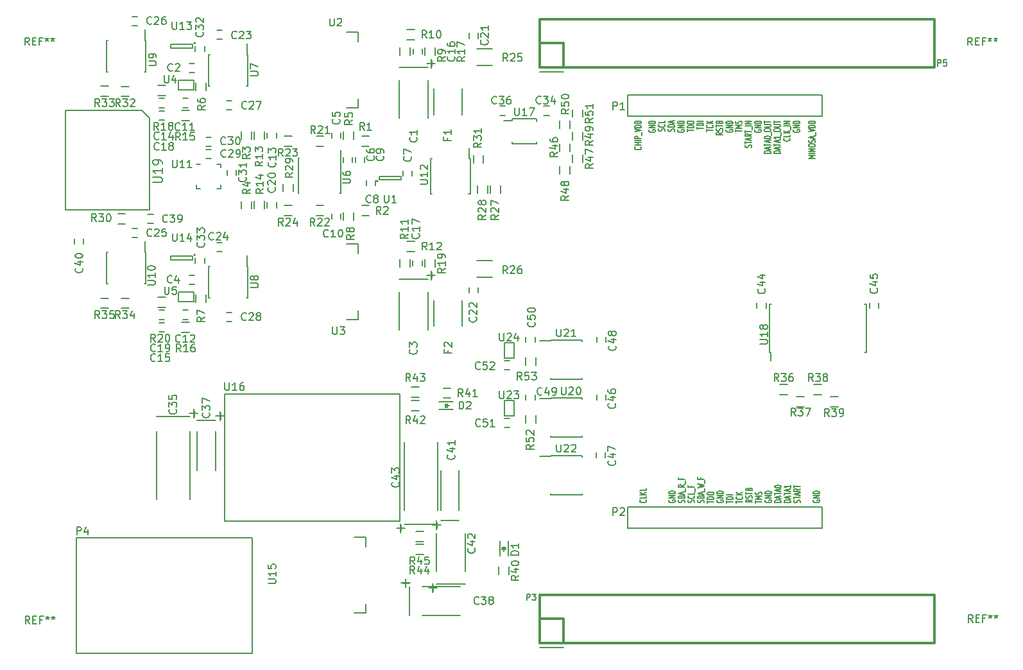
<source format=gbr>
G04 #@! TF.FileFunction,Legend,Top*
%FSLAX46Y46*%
G04 Gerber Fmt 4.6, Leading zero omitted, Abs format (unit mm)*
G04 Created by KiCad (PCBNEW 4.0.7) date 06/14/18 13:46:53*
%MOMM*%
%LPD*%
G01*
G04 APERTURE LIST*
%ADD10C,0.100000*%
%ADD11C,0.127000*%
%ADD12C,0.150000*%
%ADD13C,0.350000*%
G04 APERTURE END LIST*
D10*
D11*
X142642167Y-95196781D02*
X142642167Y-94877467D01*
X143531167Y-95037124D02*
X142642167Y-95037124D01*
X143531167Y-94691200D02*
X142642167Y-94691200D01*
X142642167Y-94558153D01*
X142684500Y-94478324D01*
X142769167Y-94425105D01*
X142853833Y-94398496D01*
X143023167Y-94371886D01*
X143150167Y-94371886D01*
X143319500Y-94398496D01*
X143404167Y-94425105D01*
X143488833Y-94478324D01*
X143531167Y-94558153D01*
X143531167Y-94691200D01*
X142642167Y-94025962D02*
X142642167Y-93919524D01*
X142684500Y-93866305D01*
X142769167Y-93813086D01*
X142938500Y-93786477D01*
X143234833Y-93786477D01*
X143404167Y-93813086D01*
X143488833Y-93866305D01*
X143531167Y-93919524D01*
X143531167Y-94025962D01*
X143488833Y-94079181D01*
X143404167Y-94132400D01*
X143234833Y-94159010D01*
X142938500Y-94159010D01*
X142769167Y-94132400D01*
X142684500Y-94079181D01*
X142642167Y-94025962D01*
X133873240Y-48243066D02*
X133915573Y-48269676D01*
X133957907Y-48349504D01*
X133957907Y-48402723D01*
X133915573Y-48482552D01*
X133830907Y-48535771D01*
X133746240Y-48562380D01*
X133576907Y-48588990D01*
X133449907Y-48588990D01*
X133280573Y-48562380D01*
X133195907Y-48535771D01*
X133111240Y-48482552D01*
X133068907Y-48402723D01*
X133068907Y-48349504D01*
X133111240Y-48269676D01*
X133153573Y-48243066D01*
X133957907Y-48003580D02*
X133068907Y-48003580D01*
X133492240Y-48003580D02*
X133492240Y-47684266D01*
X133957907Y-47684266D02*
X133068907Y-47684266D01*
X133957907Y-47418170D02*
X133068907Y-47418170D01*
X133957907Y-47152075D02*
X133068907Y-47152075D01*
X133068907Y-46939199D01*
X133111240Y-46885980D01*
X133153573Y-46859371D01*
X133238240Y-46832761D01*
X133365240Y-46832761D01*
X133449907Y-46859371D01*
X133492240Y-46885980D01*
X133534573Y-46939199D01*
X133534573Y-47152075D01*
X134042573Y-46726323D02*
X134042573Y-46300571D01*
X133068907Y-46247352D02*
X133957907Y-46061085D01*
X133068907Y-45874819D01*
X133957907Y-45688552D02*
X133068907Y-45688552D01*
X133068907Y-45555505D01*
X133111240Y-45475676D01*
X133195907Y-45422457D01*
X133280573Y-45395848D01*
X133449907Y-45369238D01*
X133576907Y-45369238D01*
X133746240Y-45395848D01*
X133830907Y-45422457D01*
X133915573Y-45475676D01*
X133957907Y-45555505D01*
X133957907Y-45688552D01*
X133957907Y-45129752D02*
X133068907Y-45129752D01*
X133068907Y-44996705D01*
X133111240Y-44916876D01*
X133195907Y-44863657D01*
X133280573Y-44837048D01*
X133449907Y-44810438D01*
X133576907Y-44810438D01*
X133746240Y-44837048D01*
X133830907Y-44863657D01*
X133915573Y-44916876D01*
X133957907Y-44996705D01*
X133957907Y-45129752D01*
X156654500Y-94824248D02*
X156612167Y-94877467D01*
X156612167Y-94957295D01*
X156654500Y-95037124D01*
X156739167Y-95090343D01*
X156823833Y-95116952D01*
X156993167Y-95143562D01*
X157120167Y-95143562D01*
X157289500Y-95116952D01*
X157374167Y-95090343D01*
X157458833Y-95037124D01*
X157501167Y-94957295D01*
X157501167Y-94904076D01*
X157458833Y-94824248D01*
X157416500Y-94797638D01*
X157120167Y-94797638D01*
X157120167Y-94904076D01*
X157501167Y-94558152D02*
X156612167Y-94558152D01*
X157501167Y-94238838D01*
X156612167Y-94238838D01*
X157501167Y-93972742D02*
X156612167Y-93972742D01*
X156612167Y-93839695D01*
X156654500Y-93759866D01*
X156739167Y-93706647D01*
X156823833Y-93680038D01*
X156993167Y-93653428D01*
X157120167Y-93653428D01*
X157289500Y-93680038D01*
X157374167Y-93706647D01*
X157458833Y-93759866D01*
X157501167Y-93839695D01*
X157501167Y-93972742D01*
X154918833Y-95143562D02*
X154961167Y-95063733D01*
X154961167Y-94930686D01*
X154918833Y-94877467D01*
X154876500Y-94850857D01*
X154791833Y-94824248D01*
X154707167Y-94824248D01*
X154622500Y-94850857D01*
X154580167Y-94877467D01*
X154537833Y-94930686D01*
X154495500Y-95037124D01*
X154453167Y-95090343D01*
X154410833Y-95116952D01*
X154326167Y-95143562D01*
X154241500Y-95143562D01*
X154156833Y-95116952D01*
X154114500Y-95090343D01*
X154072167Y-95037124D01*
X154072167Y-94904076D01*
X154114500Y-94824248D01*
X154072167Y-94664591D02*
X154072167Y-94345277D01*
X154961167Y-94504934D02*
X154072167Y-94504934D01*
X154707167Y-94185620D02*
X154707167Y-93919525D01*
X154961167Y-94238839D02*
X154072167Y-94052572D01*
X154961167Y-93866306D01*
X154961167Y-93360725D02*
X154537833Y-93546992D01*
X154961167Y-93680039D02*
X154072167Y-93680039D01*
X154072167Y-93467163D01*
X154114500Y-93413944D01*
X154156833Y-93387335D01*
X154241500Y-93360725D01*
X154368500Y-93360725D01*
X154453167Y-93387335D01*
X154495500Y-93413944D01*
X154537833Y-93467163D01*
X154537833Y-93680039D01*
X154072167Y-93201068D02*
X154072167Y-92881754D01*
X154961167Y-93041411D02*
X154072167Y-93041411D01*
X153691167Y-95116952D02*
X152802167Y-95116952D01*
X152802167Y-94983905D01*
X152844500Y-94904076D01*
X152929167Y-94850857D01*
X153013833Y-94824248D01*
X153183167Y-94797638D01*
X153310167Y-94797638D01*
X153479500Y-94824248D01*
X153564167Y-94850857D01*
X153648833Y-94904076D01*
X153691167Y-94983905D01*
X153691167Y-95116952D01*
X153437167Y-94584762D02*
X153437167Y-94318667D01*
X153691167Y-94637981D02*
X152802167Y-94451714D01*
X153691167Y-94265448D01*
X152802167Y-94159010D02*
X152802167Y-93839696D01*
X153691167Y-93999353D02*
X152802167Y-93999353D01*
X153437167Y-93680039D02*
X153437167Y-93413944D01*
X153691167Y-93733258D02*
X152802167Y-93546991D01*
X153691167Y-93360725D01*
X153691167Y-92881754D02*
X153691167Y-93201068D01*
X153691167Y-93041411D02*
X152802167Y-93041411D01*
X152929167Y-93094630D01*
X153013833Y-93147849D01*
X153056167Y-93201068D01*
X152421167Y-95116952D02*
X151532167Y-95116952D01*
X151532167Y-94983905D01*
X151574500Y-94904076D01*
X151659167Y-94850857D01*
X151743833Y-94824248D01*
X151913167Y-94797638D01*
X152040167Y-94797638D01*
X152209500Y-94824248D01*
X152294167Y-94850857D01*
X152378833Y-94904076D01*
X152421167Y-94983905D01*
X152421167Y-95116952D01*
X152167167Y-94584762D02*
X152167167Y-94318667D01*
X152421167Y-94637981D02*
X151532167Y-94451714D01*
X152421167Y-94265448D01*
X151532167Y-94159010D02*
X151532167Y-93839696D01*
X152421167Y-93999353D02*
X151532167Y-93999353D01*
X152167167Y-93680039D02*
X152167167Y-93413944D01*
X152421167Y-93733258D02*
X151532167Y-93546991D01*
X152421167Y-93360725D01*
X151532167Y-93068020D02*
X151532167Y-93014801D01*
X151574500Y-92961582D01*
X151616833Y-92934973D01*
X151701500Y-92908363D01*
X151870833Y-92881754D01*
X152082500Y-92881754D01*
X152251833Y-92908363D01*
X152336500Y-92934973D01*
X152378833Y-92961582D01*
X152421167Y-93014801D01*
X152421167Y-93068020D01*
X152378833Y-93121239D01*
X152336500Y-93147849D01*
X152251833Y-93174458D01*
X152082500Y-93201068D01*
X151870833Y-93201068D01*
X151701500Y-93174458D01*
X151616833Y-93147849D01*
X151574500Y-93121239D01*
X151532167Y-93068020D01*
X150304500Y-94824248D02*
X150262167Y-94877467D01*
X150262167Y-94957295D01*
X150304500Y-95037124D01*
X150389167Y-95090343D01*
X150473833Y-95116952D01*
X150643167Y-95143562D01*
X150770167Y-95143562D01*
X150939500Y-95116952D01*
X151024167Y-95090343D01*
X151108833Y-95037124D01*
X151151167Y-94957295D01*
X151151167Y-94904076D01*
X151108833Y-94824248D01*
X151066500Y-94797638D01*
X150770167Y-94797638D01*
X150770167Y-94904076D01*
X151151167Y-94558152D02*
X150262167Y-94558152D01*
X151151167Y-94238838D01*
X150262167Y-94238838D01*
X151151167Y-93972742D02*
X150262167Y-93972742D01*
X150262167Y-93839695D01*
X150304500Y-93759866D01*
X150389167Y-93706647D01*
X150473833Y-93680038D01*
X150643167Y-93653428D01*
X150770167Y-93653428D01*
X150939500Y-93680038D01*
X151024167Y-93706647D01*
X151108833Y-93759866D01*
X151151167Y-93839695D01*
X151151167Y-93972742D01*
X148992167Y-95196781D02*
X148992167Y-94877467D01*
X149881167Y-95037124D02*
X148992167Y-95037124D01*
X149881167Y-94691200D02*
X148992167Y-94691200D01*
X149627167Y-94504934D01*
X148992167Y-94318667D01*
X149881167Y-94318667D01*
X149838833Y-94079181D02*
X149881167Y-93999352D01*
X149881167Y-93866305D01*
X149838833Y-93813086D01*
X149796500Y-93786476D01*
X149711833Y-93759867D01*
X149627167Y-93759867D01*
X149542500Y-93786476D01*
X149500167Y-93813086D01*
X149457833Y-93866305D01*
X149415500Y-93972743D01*
X149373167Y-94025962D01*
X149330833Y-94052571D01*
X149246167Y-94079181D01*
X149161500Y-94079181D01*
X149076833Y-94052571D01*
X149034500Y-94025962D01*
X148992167Y-93972743D01*
X148992167Y-93839695D01*
X149034500Y-93759867D01*
X148611167Y-94774778D02*
X148187833Y-94961045D01*
X148611167Y-95094092D02*
X147722167Y-95094092D01*
X147722167Y-94881216D01*
X147764500Y-94827997D01*
X147806833Y-94801388D01*
X147891500Y-94774778D01*
X148018500Y-94774778D01*
X148103167Y-94801388D01*
X148145500Y-94827997D01*
X148187833Y-94881216D01*
X148187833Y-95094092D01*
X148568833Y-94561902D02*
X148611167Y-94482073D01*
X148611167Y-94349026D01*
X148568833Y-94295807D01*
X148526500Y-94269197D01*
X148441833Y-94242588D01*
X148357167Y-94242588D01*
X148272500Y-94269197D01*
X148230167Y-94295807D01*
X148187833Y-94349026D01*
X148145500Y-94455464D01*
X148103167Y-94508683D01*
X148060833Y-94535292D01*
X147976167Y-94561902D01*
X147891500Y-94561902D01*
X147806833Y-94535292D01*
X147764500Y-94508683D01*
X147722167Y-94455464D01*
X147722167Y-94322416D01*
X147764500Y-94242588D01*
X147722167Y-94082931D02*
X147722167Y-93763617D01*
X148611167Y-93923274D02*
X147722167Y-93923274D01*
X148145500Y-93391084D02*
X148187833Y-93311255D01*
X148230167Y-93284646D01*
X148314833Y-93258036D01*
X148441833Y-93258036D01*
X148526500Y-93284646D01*
X148568833Y-93311255D01*
X148611167Y-93364474D01*
X148611167Y-93577350D01*
X147722167Y-93577350D01*
X147722167Y-93391084D01*
X147764500Y-93337865D01*
X147806833Y-93311255D01*
X147891500Y-93284646D01*
X147976167Y-93284646D01*
X148060833Y-93311255D01*
X148103167Y-93337865D01*
X148145500Y-93391084D01*
X148145500Y-93577350D01*
X146452167Y-95196781D02*
X146452167Y-94877467D01*
X147341167Y-95037124D02*
X146452167Y-95037124D01*
X147256500Y-94371886D02*
X147298833Y-94398496D01*
X147341167Y-94478324D01*
X147341167Y-94531543D01*
X147298833Y-94611372D01*
X147214167Y-94664591D01*
X147129500Y-94691200D01*
X146960167Y-94717810D01*
X146833167Y-94717810D01*
X146663833Y-94691200D01*
X146579167Y-94664591D01*
X146494500Y-94611372D01*
X146452167Y-94531543D01*
X146452167Y-94478324D01*
X146494500Y-94398496D01*
X146536833Y-94371886D01*
X147341167Y-94132400D02*
X146452167Y-94132400D01*
X147341167Y-93813086D02*
X146833167Y-94052572D01*
X146452167Y-93813086D02*
X146960167Y-94132400D01*
X145182167Y-95196781D02*
X145182167Y-94877467D01*
X146071167Y-95037124D02*
X145182167Y-95037124D01*
X146071167Y-94691200D02*
X145182167Y-94691200D01*
X145182167Y-94558153D01*
X145224500Y-94478324D01*
X145309167Y-94425105D01*
X145393833Y-94398496D01*
X145563167Y-94371886D01*
X145690167Y-94371886D01*
X145859500Y-94398496D01*
X145944167Y-94425105D01*
X146028833Y-94478324D01*
X146071167Y-94558153D01*
X146071167Y-94691200D01*
X146071167Y-94132400D02*
X145182167Y-94132400D01*
X143954500Y-94824248D02*
X143912167Y-94877467D01*
X143912167Y-94957295D01*
X143954500Y-95037124D01*
X144039167Y-95090343D01*
X144123833Y-95116952D01*
X144293167Y-95143562D01*
X144420167Y-95143562D01*
X144589500Y-95116952D01*
X144674167Y-95090343D01*
X144758833Y-95037124D01*
X144801167Y-94957295D01*
X144801167Y-94904076D01*
X144758833Y-94824248D01*
X144716500Y-94797638D01*
X144420167Y-94797638D01*
X144420167Y-94904076D01*
X144801167Y-94558152D02*
X143912167Y-94558152D01*
X144801167Y-94238838D01*
X143912167Y-94238838D01*
X144801167Y-93972742D02*
X143912167Y-93972742D01*
X143912167Y-93839695D01*
X143954500Y-93759866D01*
X144039167Y-93706647D01*
X144123833Y-93680038D01*
X144293167Y-93653428D01*
X144420167Y-93653428D01*
X144589500Y-93680038D01*
X144674167Y-93706647D01*
X144758833Y-93759866D01*
X144801167Y-93839695D01*
X144801167Y-93972742D01*
X142218833Y-95143562D02*
X142261167Y-95063733D01*
X142261167Y-94930686D01*
X142218833Y-94877467D01*
X142176500Y-94850857D01*
X142091833Y-94824248D01*
X142007167Y-94824248D01*
X141922500Y-94850857D01*
X141880167Y-94877467D01*
X141837833Y-94930686D01*
X141795500Y-95037124D01*
X141753167Y-95090343D01*
X141710833Y-95116952D01*
X141626167Y-95143562D01*
X141541500Y-95143562D01*
X141456833Y-95116952D01*
X141414500Y-95090343D01*
X141372167Y-95037124D01*
X141372167Y-94904076D01*
X141414500Y-94824248D01*
X142261167Y-94584762D02*
X141372167Y-94584762D01*
X141372167Y-94451715D01*
X141414500Y-94371886D01*
X141499167Y-94318667D01*
X141583833Y-94292058D01*
X141753167Y-94265448D01*
X141880167Y-94265448D01*
X142049500Y-94292058D01*
X142134167Y-94318667D01*
X142218833Y-94371886D01*
X142261167Y-94451715D01*
X142261167Y-94584762D01*
X142007167Y-94052572D02*
X142007167Y-93786477D01*
X142261167Y-94105791D02*
X141372167Y-93919524D01*
X142261167Y-93733258D01*
X142345833Y-93680039D02*
X142345833Y-93254287D01*
X141372167Y-93174458D02*
X142261167Y-93041411D01*
X141626167Y-92934973D01*
X142261167Y-92828535D01*
X141372167Y-92695487D01*
X142345833Y-92615658D02*
X142345833Y-92189906D01*
X141795500Y-91870592D02*
X141795500Y-92056858D01*
X142261167Y-92056858D02*
X141372167Y-92056858D01*
X141372167Y-91790763D01*
X140948833Y-95143562D02*
X140991167Y-95063733D01*
X140991167Y-94930686D01*
X140948833Y-94877467D01*
X140906500Y-94850857D01*
X140821833Y-94824248D01*
X140737167Y-94824248D01*
X140652500Y-94850857D01*
X140610167Y-94877467D01*
X140567833Y-94930686D01*
X140525500Y-95037124D01*
X140483167Y-95090343D01*
X140440833Y-95116952D01*
X140356167Y-95143562D01*
X140271500Y-95143562D01*
X140186833Y-95116952D01*
X140144500Y-95090343D01*
X140102167Y-95037124D01*
X140102167Y-94904076D01*
X140144500Y-94824248D01*
X140906500Y-94265448D02*
X140948833Y-94292058D01*
X140991167Y-94371886D01*
X140991167Y-94425105D01*
X140948833Y-94504934D01*
X140864167Y-94558153D01*
X140779500Y-94584762D01*
X140610167Y-94611372D01*
X140483167Y-94611372D01*
X140313833Y-94584762D01*
X140229167Y-94558153D01*
X140144500Y-94504934D01*
X140102167Y-94425105D01*
X140102167Y-94371886D01*
X140144500Y-94292058D01*
X140186833Y-94265448D01*
X140991167Y-93759867D02*
X140991167Y-94025962D01*
X140102167Y-94025962D01*
X141075833Y-93706648D02*
X141075833Y-93280896D01*
X140525500Y-92961582D02*
X140525500Y-93147848D01*
X140991167Y-93147848D02*
X140102167Y-93147848D01*
X140102167Y-92881753D01*
X139678833Y-95143562D02*
X139721167Y-95063733D01*
X139721167Y-94930686D01*
X139678833Y-94877467D01*
X139636500Y-94850857D01*
X139551833Y-94824248D01*
X139467167Y-94824248D01*
X139382500Y-94850857D01*
X139340167Y-94877467D01*
X139297833Y-94930686D01*
X139255500Y-95037124D01*
X139213167Y-95090343D01*
X139170833Y-95116952D01*
X139086167Y-95143562D01*
X139001500Y-95143562D01*
X138916833Y-95116952D01*
X138874500Y-95090343D01*
X138832167Y-95037124D01*
X138832167Y-94904076D01*
X138874500Y-94824248D01*
X139721167Y-94584762D02*
X138832167Y-94584762D01*
X138832167Y-94451715D01*
X138874500Y-94371886D01*
X138959167Y-94318667D01*
X139043833Y-94292058D01*
X139213167Y-94265448D01*
X139340167Y-94265448D01*
X139509500Y-94292058D01*
X139594167Y-94318667D01*
X139678833Y-94371886D01*
X139721167Y-94451715D01*
X139721167Y-94584762D01*
X139467167Y-94052572D02*
X139467167Y-93786477D01*
X139721167Y-94105791D02*
X138832167Y-93919524D01*
X139721167Y-93733258D01*
X139805833Y-93680039D02*
X139805833Y-93254287D01*
X139721167Y-92801925D02*
X139297833Y-92988192D01*
X139721167Y-93121239D02*
X138832167Y-93121239D01*
X138832167Y-92908363D01*
X138874500Y-92855144D01*
X138916833Y-92828535D01*
X139001500Y-92801925D01*
X139128500Y-92801925D01*
X139213167Y-92828535D01*
X139255500Y-92855144D01*
X139297833Y-92908363D01*
X139297833Y-93121239D01*
X139805833Y-92695487D02*
X139805833Y-92269735D01*
X139255500Y-91950421D02*
X139255500Y-92136687D01*
X139721167Y-92136687D02*
X138832167Y-92136687D01*
X138832167Y-91870592D01*
X137604500Y-94824248D02*
X137562167Y-94877467D01*
X137562167Y-94957295D01*
X137604500Y-95037124D01*
X137689167Y-95090343D01*
X137773833Y-95116952D01*
X137943167Y-95143562D01*
X138070167Y-95143562D01*
X138239500Y-95116952D01*
X138324167Y-95090343D01*
X138408833Y-95037124D01*
X138451167Y-94957295D01*
X138451167Y-94904076D01*
X138408833Y-94824248D01*
X138366500Y-94797638D01*
X138070167Y-94797638D01*
X138070167Y-94904076D01*
X138451167Y-94558152D02*
X137562167Y-94558152D01*
X138451167Y-94238838D01*
X137562167Y-94238838D01*
X138451167Y-93972742D02*
X137562167Y-93972742D01*
X137562167Y-93839695D01*
X137604500Y-93759866D01*
X137689167Y-93706647D01*
X137773833Y-93680038D01*
X137943167Y-93653428D01*
X138070167Y-93653428D01*
X138239500Y-93680038D01*
X138324167Y-93706647D01*
X138408833Y-93759866D01*
X138451167Y-93839695D01*
X138451167Y-93972742D01*
X134556500Y-94797638D02*
X134598833Y-94824248D01*
X134641167Y-94904076D01*
X134641167Y-94957295D01*
X134598833Y-95037124D01*
X134514167Y-95090343D01*
X134429500Y-95116952D01*
X134260167Y-95143562D01*
X134133167Y-95143562D01*
X133963833Y-95116952D01*
X133879167Y-95090343D01*
X133794500Y-95037124D01*
X133752167Y-94957295D01*
X133752167Y-94904076D01*
X133794500Y-94824248D01*
X133836833Y-94797638D01*
X134641167Y-94292057D02*
X134641167Y-94558152D01*
X133752167Y-94558152D01*
X134641167Y-94105790D02*
X133752167Y-94105790D01*
X134641167Y-93786476D02*
X134133167Y-94025962D01*
X133752167Y-93786476D02*
X134260167Y-94105790D01*
X134641167Y-93280895D02*
X134641167Y-93546990D01*
X133752167Y-93546990D01*
X156916967Y-49733199D02*
X156027967Y-49733199D01*
X156662967Y-49546933D01*
X156027967Y-49360666D01*
X156916967Y-49360666D01*
X156916967Y-49094570D02*
X156027967Y-49094570D01*
X156916967Y-48828475D02*
X156027967Y-48828475D01*
X156662967Y-48642209D01*
X156027967Y-48455942D01*
X156916967Y-48455942D01*
X156027967Y-48083408D02*
X156027967Y-47976970D01*
X156070300Y-47923751D01*
X156154967Y-47870532D01*
X156324300Y-47843923D01*
X156620633Y-47843923D01*
X156789967Y-47870532D01*
X156874633Y-47923751D01*
X156916967Y-47976970D01*
X156916967Y-48083408D01*
X156874633Y-48136627D01*
X156789967Y-48189846D01*
X156620633Y-48216456D01*
X156324300Y-48216456D01*
X156154967Y-48189846D01*
X156070300Y-48136627D01*
X156027967Y-48083408D01*
X156874633Y-47631046D02*
X156916967Y-47551217D01*
X156916967Y-47418170D01*
X156874633Y-47364951D01*
X156832300Y-47338341D01*
X156747633Y-47311732D01*
X156662967Y-47311732D01*
X156578300Y-47338341D01*
X156535967Y-47364951D01*
X156493633Y-47418170D01*
X156451300Y-47524608D01*
X156408967Y-47577827D01*
X156366633Y-47604436D01*
X156281967Y-47631046D01*
X156197300Y-47631046D01*
X156112633Y-47604436D01*
X156070300Y-47577827D01*
X156027967Y-47524608D01*
X156027967Y-47391560D01*
X156070300Y-47311732D01*
X156662967Y-47098856D02*
X156662967Y-46832761D01*
X156916967Y-47152075D02*
X156027967Y-46965808D01*
X156916967Y-46779542D01*
X157001633Y-46726323D02*
X157001633Y-46300571D01*
X156027967Y-46247352D02*
X156916967Y-46061085D01*
X156027967Y-45874819D01*
X156916967Y-45688552D02*
X156027967Y-45688552D01*
X156027967Y-45555505D01*
X156070300Y-45475676D01*
X156154967Y-45422457D01*
X156239633Y-45395848D01*
X156408967Y-45369238D01*
X156535967Y-45369238D01*
X156705300Y-45395848D01*
X156789967Y-45422457D01*
X156874633Y-45475676D01*
X156916967Y-45555505D01*
X156916967Y-45688552D01*
X156916967Y-45129752D02*
X156027967Y-45129752D01*
X156027967Y-44996705D01*
X156070300Y-44916876D01*
X156154967Y-44863657D01*
X156239633Y-44837048D01*
X156408967Y-44810438D01*
X156535967Y-44810438D01*
X156705300Y-44837048D01*
X156789967Y-44863657D01*
X156874633Y-44916876D01*
X156916967Y-44996705D01*
X156916967Y-45129752D01*
X154038300Y-45981258D02*
X153995967Y-46034477D01*
X153995967Y-46114305D01*
X154038300Y-46194134D01*
X154122967Y-46247353D01*
X154207633Y-46273962D01*
X154376967Y-46300572D01*
X154503967Y-46300572D01*
X154673300Y-46273962D01*
X154757967Y-46247353D01*
X154842633Y-46194134D01*
X154884967Y-46114305D01*
X154884967Y-46061086D01*
X154842633Y-45981258D01*
X154800300Y-45954648D01*
X154503967Y-45954648D01*
X154503967Y-46061086D01*
X154884967Y-45715162D02*
X153995967Y-45715162D01*
X154884967Y-45395848D01*
X153995967Y-45395848D01*
X154884967Y-45129752D02*
X153995967Y-45129752D01*
X153995967Y-44996705D01*
X154038300Y-44916876D01*
X154122967Y-44863657D01*
X154207633Y-44837048D01*
X154376967Y-44810438D01*
X154503967Y-44810438D01*
X154673300Y-44837048D01*
X154757967Y-44863657D01*
X154842633Y-44916876D01*
X154884967Y-44996705D01*
X154884967Y-45129752D01*
X153530300Y-47098857D02*
X153572633Y-47125467D01*
X153614967Y-47205295D01*
X153614967Y-47258514D01*
X153572633Y-47338343D01*
X153487967Y-47391562D01*
X153403300Y-47418171D01*
X153233967Y-47444781D01*
X153106967Y-47444781D01*
X152937633Y-47418171D01*
X152852967Y-47391562D01*
X152768300Y-47338343D01*
X152725967Y-47258514D01*
X152725967Y-47205295D01*
X152768300Y-47125467D01*
X152810633Y-47098857D01*
X153614967Y-46593276D02*
X153614967Y-46859371D01*
X152725967Y-46859371D01*
X153614967Y-46407009D02*
X152725967Y-46407009D01*
X153614967Y-46087695D02*
X153106967Y-46327181D01*
X152725967Y-46087695D02*
X153233967Y-46407009D01*
X153699633Y-45981257D02*
X153699633Y-45555505D01*
X153614967Y-45422457D02*
X152725967Y-45422457D01*
X153614967Y-45156362D02*
X152725967Y-45156362D01*
X153614967Y-44837048D01*
X152725967Y-44837048D01*
X152344967Y-49067960D02*
X151455967Y-49067960D01*
X151455967Y-48934913D01*
X151498300Y-48855084D01*
X151582967Y-48801865D01*
X151667633Y-48775256D01*
X151836967Y-48748646D01*
X151963967Y-48748646D01*
X152133300Y-48775256D01*
X152217967Y-48801865D01*
X152302633Y-48855084D01*
X152344967Y-48934913D01*
X152344967Y-49067960D01*
X152090967Y-48535770D02*
X152090967Y-48269675D01*
X152344967Y-48588989D02*
X151455967Y-48402722D01*
X152344967Y-48216456D01*
X151455967Y-48110018D02*
X151455967Y-47790704D01*
X152344967Y-47950361D02*
X151455967Y-47950361D01*
X152090967Y-47631047D02*
X152090967Y-47364952D01*
X152344967Y-47684266D02*
X151455967Y-47497999D01*
X152344967Y-47311733D01*
X152344967Y-46832762D02*
X152344967Y-47152076D01*
X152344967Y-46992419D02*
X151455967Y-46992419D01*
X151582967Y-47045638D01*
X151667633Y-47098857D01*
X151709967Y-47152076D01*
X152429633Y-46726324D02*
X152429633Y-46300572D01*
X151455967Y-46061086D02*
X151455967Y-45954648D01*
X151498300Y-45901429D01*
X151582967Y-45848210D01*
X151752300Y-45821601D01*
X152048633Y-45821601D01*
X152217967Y-45848210D01*
X152302633Y-45901429D01*
X152344967Y-45954648D01*
X152344967Y-46061086D01*
X152302633Y-46114305D01*
X152217967Y-46167524D01*
X152048633Y-46194134D01*
X151752300Y-46194134D01*
X151582967Y-46167524D01*
X151498300Y-46114305D01*
X151455967Y-46061086D01*
X151455967Y-45582114D02*
X152175633Y-45582114D01*
X152260300Y-45555505D01*
X152302633Y-45528895D01*
X152344967Y-45475676D01*
X152344967Y-45369238D01*
X152302633Y-45316019D01*
X152260300Y-45289410D01*
X152175633Y-45262800D01*
X151455967Y-45262800D01*
X151455967Y-45076533D02*
X151455967Y-44757219D01*
X152344967Y-44916876D02*
X151455967Y-44916876D01*
X151074967Y-49067960D02*
X150185967Y-49067960D01*
X150185967Y-48934913D01*
X150228300Y-48855084D01*
X150312967Y-48801865D01*
X150397633Y-48775256D01*
X150566967Y-48748646D01*
X150693967Y-48748646D01*
X150863300Y-48775256D01*
X150947967Y-48801865D01*
X151032633Y-48855084D01*
X151074967Y-48934913D01*
X151074967Y-49067960D01*
X150820967Y-48535770D02*
X150820967Y-48269675D01*
X151074967Y-48588989D02*
X150185967Y-48402722D01*
X151074967Y-48216456D01*
X150185967Y-48110018D02*
X150185967Y-47790704D01*
X151074967Y-47950361D02*
X150185967Y-47950361D01*
X150820967Y-47631047D02*
X150820967Y-47364952D01*
X151074967Y-47684266D02*
X150185967Y-47497999D01*
X151074967Y-47311733D01*
X150185967Y-47019028D02*
X150185967Y-46965809D01*
X150228300Y-46912590D01*
X150270633Y-46885981D01*
X150355300Y-46859371D01*
X150524633Y-46832762D01*
X150736300Y-46832762D01*
X150905633Y-46859371D01*
X150990300Y-46885981D01*
X151032633Y-46912590D01*
X151074967Y-46965809D01*
X151074967Y-47019028D01*
X151032633Y-47072247D01*
X150990300Y-47098857D01*
X150905633Y-47125466D01*
X150736300Y-47152076D01*
X150524633Y-47152076D01*
X150355300Y-47125466D01*
X150270633Y-47098857D01*
X150228300Y-47072247D01*
X150185967Y-47019028D01*
X151159633Y-46726324D02*
X151159633Y-46300572D01*
X150185967Y-46061086D02*
X150185967Y-45954648D01*
X150228300Y-45901429D01*
X150312967Y-45848210D01*
X150482300Y-45821601D01*
X150778633Y-45821601D01*
X150947967Y-45848210D01*
X151032633Y-45901429D01*
X151074967Y-45954648D01*
X151074967Y-46061086D01*
X151032633Y-46114305D01*
X150947967Y-46167524D01*
X150778633Y-46194134D01*
X150482300Y-46194134D01*
X150312967Y-46167524D01*
X150228300Y-46114305D01*
X150185967Y-46061086D01*
X150185967Y-45582114D02*
X150905633Y-45582114D01*
X150990300Y-45555505D01*
X151032633Y-45528895D01*
X151074967Y-45475676D01*
X151074967Y-45369238D01*
X151032633Y-45316019D01*
X150990300Y-45289410D01*
X150905633Y-45262800D01*
X150185967Y-45262800D01*
X150185967Y-45076533D02*
X150185967Y-44757219D01*
X151074967Y-44916876D02*
X150185967Y-44916876D01*
X148958300Y-45981258D02*
X148915967Y-46034477D01*
X148915967Y-46114305D01*
X148958300Y-46194134D01*
X149042967Y-46247353D01*
X149127633Y-46273962D01*
X149296967Y-46300572D01*
X149423967Y-46300572D01*
X149593300Y-46273962D01*
X149677967Y-46247353D01*
X149762633Y-46194134D01*
X149804967Y-46114305D01*
X149804967Y-46061086D01*
X149762633Y-45981258D01*
X149720300Y-45954648D01*
X149423967Y-45954648D01*
X149423967Y-46061086D01*
X149804967Y-45715162D02*
X148915967Y-45715162D01*
X149804967Y-45395848D01*
X148915967Y-45395848D01*
X149804967Y-45129752D02*
X148915967Y-45129752D01*
X148915967Y-44996705D01*
X148958300Y-44916876D01*
X149042967Y-44863657D01*
X149127633Y-44837048D01*
X149296967Y-44810438D01*
X149423967Y-44810438D01*
X149593300Y-44837048D01*
X149677967Y-44863657D01*
X149762633Y-44916876D01*
X149804967Y-44996705D01*
X149804967Y-45129752D01*
X148492633Y-48296284D02*
X148534967Y-48216455D01*
X148534967Y-48083408D01*
X148492633Y-48030189D01*
X148450300Y-48003579D01*
X148365633Y-47976970D01*
X148280967Y-47976970D01*
X148196300Y-48003579D01*
X148153967Y-48030189D01*
X148111633Y-48083408D01*
X148069300Y-48189846D01*
X148026967Y-48243065D01*
X147984633Y-48269674D01*
X147899967Y-48296284D01*
X147815300Y-48296284D01*
X147730633Y-48269674D01*
X147688300Y-48243065D01*
X147645967Y-48189846D01*
X147645967Y-48056798D01*
X147688300Y-47976970D01*
X147645967Y-47817313D02*
X147645967Y-47497999D01*
X148534967Y-47657656D02*
X147645967Y-47657656D01*
X148280967Y-47338342D02*
X148280967Y-47072247D01*
X148534967Y-47391561D02*
X147645967Y-47205294D01*
X148534967Y-47019028D01*
X148534967Y-46513447D02*
X148111633Y-46699714D01*
X148534967Y-46832761D02*
X147645967Y-46832761D01*
X147645967Y-46619885D01*
X147688300Y-46566666D01*
X147730633Y-46540057D01*
X147815300Y-46513447D01*
X147942300Y-46513447D01*
X148026967Y-46540057D01*
X148069300Y-46566666D01*
X148111633Y-46619885D01*
X148111633Y-46832761D01*
X147645967Y-46353790D02*
X147645967Y-46034476D01*
X148534967Y-46194133D02*
X147645967Y-46194133D01*
X148619633Y-45981257D02*
X148619633Y-45555505D01*
X148534967Y-45422457D02*
X147645967Y-45422457D01*
X148534967Y-45156362D02*
X147645967Y-45156362D01*
X148534967Y-44837048D01*
X147645967Y-44837048D01*
X146375967Y-46247352D02*
X146375967Y-45928038D01*
X147264967Y-46087695D02*
X146375967Y-46087695D01*
X147264967Y-45741771D02*
X146375967Y-45741771D01*
X147010967Y-45555505D01*
X146375967Y-45369238D01*
X147264967Y-45369238D01*
X147222633Y-45129752D02*
X147264967Y-45049923D01*
X147264967Y-44916876D01*
X147222633Y-44863657D01*
X147180300Y-44837047D01*
X147095633Y-44810438D01*
X147010967Y-44810438D01*
X146926300Y-44837047D01*
X146883967Y-44863657D01*
X146841633Y-44916876D01*
X146799300Y-45023314D01*
X146756967Y-45076533D01*
X146714633Y-45103142D01*
X146629967Y-45129752D01*
X146545300Y-45129752D01*
X146460633Y-45103142D01*
X146418300Y-45076533D01*
X146375967Y-45023314D01*
X146375967Y-44890266D01*
X146418300Y-44810438D01*
X145178780Y-45981258D02*
X145136447Y-46034477D01*
X145136447Y-46114305D01*
X145178780Y-46194134D01*
X145263447Y-46247353D01*
X145348113Y-46273962D01*
X145517447Y-46300572D01*
X145644447Y-46300572D01*
X145813780Y-46273962D01*
X145898447Y-46247353D01*
X145983113Y-46194134D01*
X146025447Y-46114305D01*
X146025447Y-46061086D01*
X145983113Y-45981258D01*
X145940780Y-45954648D01*
X145644447Y-45954648D01*
X145644447Y-46061086D01*
X146025447Y-45715162D02*
X145136447Y-45715162D01*
X146025447Y-45395848D01*
X145136447Y-45395848D01*
X146025447Y-45129752D02*
X145136447Y-45129752D01*
X145136447Y-44996705D01*
X145178780Y-44916876D01*
X145263447Y-44863657D01*
X145348113Y-44837048D01*
X145517447Y-44810438D01*
X145644447Y-44810438D01*
X145813780Y-44837048D01*
X145898447Y-44863657D01*
X145983113Y-44916876D01*
X146025447Y-44996705D01*
X146025447Y-45129752D01*
X144724967Y-46327180D02*
X144301633Y-46513447D01*
X144724967Y-46646494D02*
X143835967Y-46646494D01*
X143835967Y-46433618D01*
X143878300Y-46380399D01*
X143920633Y-46353790D01*
X144005300Y-46327180D01*
X144132300Y-46327180D01*
X144216967Y-46353790D01*
X144259300Y-46380399D01*
X144301633Y-46433618D01*
X144301633Y-46646494D01*
X144682633Y-46114304D02*
X144724967Y-46034475D01*
X144724967Y-45901428D01*
X144682633Y-45848209D01*
X144640300Y-45821599D01*
X144555633Y-45794990D01*
X144470967Y-45794990D01*
X144386300Y-45821599D01*
X144343967Y-45848209D01*
X144301633Y-45901428D01*
X144259300Y-46007866D01*
X144216967Y-46061085D01*
X144174633Y-46087694D01*
X144089967Y-46114304D01*
X144005300Y-46114304D01*
X143920633Y-46087694D01*
X143878300Y-46061085D01*
X143835967Y-46007866D01*
X143835967Y-45874818D01*
X143878300Y-45794990D01*
X143835967Y-45635333D02*
X143835967Y-45316019D01*
X144724967Y-45475676D02*
X143835967Y-45475676D01*
X144259300Y-44943486D02*
X144301633Y-44863657D01*
X144343967Y-44837048D01*
X144428633Y-44810438D01*
X144555633Y-44810438D01*
X144640300Y-44837048D01*
X144682633Y-44863657D01*
X144724967Y-44916876D01*
X144724967Y-45129752D01*
X143835967Y-45129752D01*
X143835967Y-44943486D01*
X143878300Y-44890267D01*
X143920633Y-44863657D01*
X144005300Y-44837048D01*
X144089967Y-44837048D01*
X144174633Y-44863657D01*
X144216967Y-44890267D01*
X144259300Y-44943486D01*
X144259300Y-45129752D01*
X142565967Y-46194133D02*
X142565967Y-45874819D01*
X143454967Y-46034476D02*
X142565967Y-46034476D01*
X143370300Y-45369238D02*
X143412633Y-45395848D01*
X143454967Y-45475676D01*
X143454967Y-45528895D01*
X143412633Y-45608724D01*
X143327967Y-45661943D01*
X143243300Y-45688552D01*
X143073967Y-45715162D01*
X142946967Y-45715162D01*
X142777633Y-45688552D01*
X142692967Y-45661943D01*
X142608300Y-45608724D01*
X142565967Y-45528895D01*
X142565967Y-45475676D01*
X142608300Y-45395848D01*
X142650633Y-45369238D01*
X143454967Y-45129752D02*
X142565967Y-45129752D01*
X143454967Y-44810438D02*
X142946967Y-45049924D01*
X142565967Y-44810438D02*
X143073967Y-45129752D01*
X141295967Y-45901428D02*
X141295967Y-45582114D01*
X142184967Y-45741771D02*
X141295967Y-45741771D01*
X142184967Y-45395847D02*
X141295967Y-45395847D01*
X141295967Y-45262800D01*
X141338300Y-45182971D01*
X141422967Y-45129752D01*
X141507633Y-45103143D01*
X141676967Y-45076533D01*
X141803967Y-45076533D01*
X141973300Y-45103143D01*
X142057967Y-45129752D01*
X142142633Y-45182971D01*
X142184967Y-45262800D01*
X142184967Y-45395847D01*
X142184967Y-44837047D02*
X141295967Y-44837047D01*
X140025967Y-46220743D02*
X140025967Y-45901429D01*
X140914967Y-46061086D02*
X140025967Y-46061086D01*
X140914967Y-45715162D02*
X140025967Y-45715162D01*
X140025967Y-45582115D01*
X140068300Y-45502286D01*
X140152967Y-45449067D01*
X140237633Y-45422458D01*
X140406967Y-45395848D01*
X140533967Y-45395848D01*
X140703300Y-45422458D01*
X140787967Y-45449067D01*
X140872633Y-45502286D01*
X140914967Y-45582115D01*
X140914967Y-45715162D01*
X140025967Y-45049924D02*
X140025967Y-44943486D01*
X140068300Y-44890267D01*
X140152967Y-44837048D01*
X140322300Y-44810439D01*
X140618633Y-44810439D01*
X140787967Y-44837048D01*
X140872633Y-44890267D01*
X140914967Y-44943486D01*
X140914967Y-45049924D01*
X140872633Y-45103143D01*
X140787967Y-45156362D01*
X140618633Y-45182972D01*
X140322300Y-45182972D01*
X140152967Y-45156362D01*
X140068300Y-45103143D01*
X140025967Y-45049924D01*
X138798300Y-45981258D02*
X138755967Y-46034477D01*
X138755967Y-46114305D01*
X138798300Y-46194134D01*
X138882967Y-46247353D01*
X138967633Y-46273962D01*
X139136967Y-46300572D01*
X139263967Y-46300572D01*
X139433300Y-46273962D01*
X139517967Y-46247353D01*
X139602633Y-46194134D01*
X139644967Y-46114305D01*
X139644967Y-46061086D01*
X139602633Y-45981258D01*
X139560300Y-45954648D01*
X139263967Y-45954648D01*
X139263967Y-46061086D01*
X139644967Y-45715162D02*
X138755967Y-45715162D01*
X139644967Y-45395848D01*
X138755967Y-45395848D01*
X139644967Y-45129752D02*
X138755967Y-45129752D01*
X138755967Y-44996705D01*
X138798300Y-44916876D01*
X138882967Y-44863657D01*
X138967633Y-44837048D01*
X139136967Y-44810438D01*
X139263967Y-44810438D01*
X139433300Y-44837048D01*
X139517967Y-44863657D01*
X139602633Y-44916876D01*
X139644967Y-44996705D01*
X139644967Y-45129752D01*
X138332633Y-46167523D02*
X138374967Y-46087694D01*
X138374967Y-45954647D01*
X138332633Y-45901428D01*
X138290300Y-45874818D01*
X138205633Y-45848209D01*
X138120967Y-45848209D01*
X138036300Y-45874818D01*
X137993967Y-45901428D01*
X137951633Y-45954647D01*
X137909300Y-46061085D01*
X137866967Y-46114304D01*
X137824633Y-46140913D01*
X137739967Y-46167523D01*
X137655300Y-46167523D01*
X137570633Y-46140913D01*
X137528300Y-46114304D01*
X137485967Y-46061085D01*
X137485967Y-45928037D01*
X137528300Y-45848209D01*
X138374967Y-45608723D02*
X137485967Y-45608723D01*
X137485967Y-45475676D01*
X137528300Y-45395847D01*
X137612967Y-45342628D01*
X137697633Y-45316019D01*
X137866967Y-45289409D01*
X137993967Y-45289409D01*
X138163300Y-45316019D01*
X138247967Y-45342628D01*
X138332633Y-45395847D01*
X138374967Y-45475676D01*
X138374967Y-45608723D01*
X138120967Y-45076533D02*
X138120967Y-44810438D01*
X138374967Y-45129752D02*
X137485967Y-44943485D01*
X138374967Y-44757219D01*
X137062633Y-46140914D02*
X137104967Y-46061085D01*
X137104967Y-45928038D01*
X137062633Y-45874819D01*
X137020300Y-45848209D01*
X136935633Y-45821600D01*
X136850967Y-45821600D01*
X136766300Y-45848209D01*
X136723967Y-45874819D01*
X136681633Y-45928038D01*
X136639300Y-46034476D01*
X136596967Y-46087695D01*
X136554633Y-46114304D01*
X136469967Y-46140914D01*
X136385300Y-46140914D01*
X136300633Y-46114304D01*
X136258300Y-46087695D01*
X136215967Y-46034476D01*
X136215967Y-45901428D01*
X136258300Y-45821600D01*
X137020300Y-45262800D02*
X137062633Y-45289410D01*
X137104967Y-45369238D01*
X137104967Y-45422457D01*
X137062633Y-45502286D01*
X136977967Y-45555505D01*
X136893300Y-45582114D01*
X136723967Y-45608724D01*
X136596967Y-45608724D01*
X136427633Y-45582114D01*
X136342967Y-45555505D01*
X136258300Y-45502286D01*
X136215967Y-45422457D01*
X136215967Y-45369238D01*
X136258300Y-45289410D01*
X136300633Y-45262800D01*
X137104967Y-44757219D02*
X137104967Y-45023314D01*
X136215967Y-45023314D01*
X134988300Y-45981258D02*
X134945967Y-46034477D01*
X134945967Y-46114305D01*
X134988300Y-46194134D01*
X135072967Y-46247353D01*
X135157633Y-46273962D01*
X135326967Y-46300572D01*
X135453967Y-46300572D01*
X135623300Y-46273962D01*
X135707967Y-46247353D01*
X135792633Y-46194134D01*
X135834967Y-46114305D01*
X135834967Y-46061086D01*
X135792633Y-45981258D01*
X135750300Y-45954648D01*
X135453967Y-45954648D01*
X135453967Y-46061086D01*
X135834967Y-45715162D02*
X134945967Y-45715162D01*
X135834967Y-45395848D01*
X134945967Y-45395848D01*
X135834967Y-45129752D02*
X134945967Y-45129752D01*
X134945967Y-44996705D01*
X134988300Y-44916876D01*
X135072967Y-44863657D01*
X135157633Y-44837048D01*
X135326967Y-44810438D01*
X135453967Y-44810438D01*
X135623300Y-44837048D01*
X135707967Y-44863657D01*
X135792633Y-44916876D01*
X135834967Y-44996705D01*
X135834967Y-45129752D01*
D12*
X150888780Y-75354180D02*
X151063780Y-75354180D01*
X150888780Y-69004180D02*
X151146280Y-69004180D01*
X163638780Y-69004180D02*
X163381280Y-69004180D01*
X163638780Y-75354180D02*
X163381280Y-75354180D01*
X150888780Y-75354180D02*
X150888780Y-69004180D01*
X163638780Y-75354180D02*
X163638780Y-69004180D01*
X151063780Y-75354180D02*
X151063780Y-76429180D01*
X71035660Y-43043400D02*
X70335660Y-43043400D01*
X70335660Y-41843400D02*
X71035660Y-41843400D01*
X72898000Y-40665400D02*
X74930000Y-40665400D01*
X74930000Y-40665400D02*
X74930000Y-39395400D01*
X74930000Y-39395400D02*
X72898000Y-39395400D01*
X72898000Y-39395400D02*
X72898000Y-40665400D01*
X105785920Y-37731700D02*
X101986080Y-37731700D01*
X105785920Y-44432220D02*
X105785920Y-39433500D01*
X101986080Y-44429680D02*
X101986080Y-39430960D01*
X106789220Y-37228780D02*
X105689400Y-37228780D01*
X106288840Y-36629340D02*
X106288840Y-37828220D01*
X75015840Y-38392660D02*
X74315840Y-38392660D01*
X74315840Y-37192660D02*
X75015840Y-37192660D01*
X105785920Y-65661540D02*
X101986080Y-65661540D01*
X105785920Y-72362060D02*
X105785920Y-67363340D01*
X101986080Y-72359520D02*
X101986080Y-67360800D01*
X106789220Y-65158620D02*
X105689400Y-65158620D01*
X106288840Y-64559180D02*
X106288840Y-65758060D01*
X75013300Y-66332660D02*
X74313300Y-66332660D01*
X74313300Y-65132660D02*
X75013300Y-65132660D01*
X93105680Y-47056790D02*
X93105680Y-46356790D01*
X94305680Y-46356790D02*
X94305680Y-47056790D01*
X95847460Y-49573700D02*
X95847460Y-50273700D01*
X94647460Y-50273700D02*
X94647460Y-49573700D01*
X103721460Y-51346620D02*
X103721460Y-52046620D01*
X102521460Y-52046620D02*
X102521460Y-51346620D01*
X98908160Y-52647100D02*
X98908160Y-53347100D01*
X97708160Y-53347100D02*
X97708160Y-52647100D01*
X97447660Y-49570460D02*
X97447660Y-50270460D01*
X96247660Y-50270460D02*
X96247660Y-49570460D01*
X94305680Y-57044540D02*
X94305680Y-57744540D01*
X93105680Y-57744540D02*
X93105680Y-57044540D01*
X74149700Y-43043400D02*
X73449700Y-43043400D01*
X73449700Y-41843400D02*
X74149700Y-41843400D01*
X74149700Y-70983400D02*
X73449700Y-70983400D01*
X73449700Y-69783400D02*
X74149700Y-69783400D01*
X84614460Y-47052980D02*
X84614460Y-46352980D01*
X85814460Y-46352980D02*
X85814460Y-47052980D01*
X71035660Y-72626780D02*
X70335660Y-72626780D01*
X70335660Y-71426780D02*
X71035660Y-71426780D01*
X103844800Y-36001440D02*
X103844800Y-35301440D01*
X105044800Y-35301440D02*
X105044800Y-36001440D01*
X103824480Y-63938900D02*
X103824480Y-63238900D01*
X105024480Y-63238900D02*
X105024480Y-63938900D01*
X71035660Y-44686780D02*
X70335660Y-44686780D01*
X70335660Y-43486780D02*
X71035660Y-43486780D01*
X71033120Y-70983400D02*
X70333120Y-70983400D01*
X70333120Y-69783400D02*
X71033120Y-69783400D01*
X84614460Y-56243400D02*
X84614460Y-55543400D01*
X85814460Y-55543400D02*
X85814460Y-56243400D01*
X111234000Y-33900860D02*
X111234000Y-33200860D01*
X112434000Y-33200860D02*
X112434000Y-33900860D01*
X112434000Y-66761880D02*
X112434000Y-67461880D01*
X111234000Y-67461880D02*
X111234000Y-66761880D01*
X77960740Y-32823860D02*
X78660740Y-32823860D01*
X78660740Y-34023860D02*
X77960740Y-34023860D01*
X77955660Y-60824820D02*
X78655660Y-60824820D01*
X78655660Y-62024820D02*
X77955660Y-62024820D01*
X66774580Y-58985860D02*
X67474580Y-58985860D01*
X67474580Y-60185860D02*
X66774580Y-60185860D01*
X66774580Y-31028080D02*
X67474580Y-31028080D01*
X67474580Y-32228080D02*
X66774580Y-32228080D01*
X79225660Y-42107560D02*
X79925660Y-42107560D01*
X79925660Y-43307560D02*
X79225660Y-43307560D01*
X79225660Y-70062800D02*
X79925660Y-70062800D01*
X79925660Y-71262800D02*
X79225660Y-71262800D01*
X76518020Y-48538840D02*
X77218020Y-48538840D01*
X77218020Y-49738840D02*
X76518020Y-49738840D01*
X76518020Y-46958960D02*
X77218020Y-46958960D01*
X77218020Y-48158960D02*
X76518020Y-48158960D01*
X80498240Y-51257720D02*
X80498240Y-51957720D01*
X79298240Y-51957720D02*
X79298240Y-51257720D01*
X75127560Y-35640760D02*
X75127560Y-34940760D01*
X76327560Y-34940760D02*
X76327560Y-35640760D01*
X75127560Y-63580760D02*
X75127560Y-62880760D01*
X76327560Y-62880760D02*
X76327560Y-63580760D01*
X121089940Y-42861940D02*
X121789940Y-42861940D01*
X121789940Y-44061940D02*
X121089940Y-44061940D01*
X74396600Y-83830160D02*
X69997320Y-83830160D01*
X69997320Y-85732620D02*
X69997320Y-94734380D01*
X74396600Y-94734380D02*
X74396600Y-85732620D01*
X75399900Y-83375500D02*
X74300080Y-83375500D01*
X74899520Y-82776060D02*
X74899520Y-83974940D01*
X115989280Y-44061940D02*
X115289280Y-44061940D01*
X115289280Y-42861940D02*
X115989280Y-42861940D01*
X75371960Y-85737700D02*
X75371960Y-90939620D01*
X77769720Y-90939620D02*
X77769720Y-85737700D01*
X78869540Y-83738720D02*
X77769720Y-83738720D01*
X78369160Y-83139280D02*
X78369160Y-84338160D01*
X77769720Y-84343240D02*
X75371960Y-84343240D01*
X103375460Y-106240580D02*
X103375460Y-110040420D01*
X110075980Y-106240580D02*
X105077260Y-106240580D01*
X110073440Y-110040420D02*
X105074720Y-110040420D01*
X102872540Y-105237280D02*
X102872540Y-106337100D01*
X102273100Y-105737660D02*
X103471980Y-105737660D01*
X69549760Y-58298640D02*
X68849760Y-58298640D01*
X68849760Y-57098640D02*
X69549760Y-57098640D01*
X60401760Y-60356000D02*
X60401760Y-61056000D01*
X59201760Y-61056000D02*
X59201760Y-60356000D01*
X109910880Y-96139000D02*
X109910880Y-90937080D01*
X107513120Y-90937080D02*
X107513120Y-96139000D01*
X106413300Y-98137980D02*
X107513120Y-98137980D01*
X106913680Y-98737420D02*
X106913680Y-97538540D01*
X107513120Y-97533460D02*
X109910880Y-97533460D01*
X106908600Y-105925620D02*
X110708440Y-105925620D01*
X106908600Y-99225100D02*
X106908600Y-104223820D01*
X110708440Y-99227640D02*
X110708440Y-104226360D01*
X105905300Y-106428540D02*
X107005120Y-106428540D01*
X106405680Y-107027980D02*
X106405680Y-105829100D01*
X102687120Y-98054160D02*
X107086400Y-98054160D01*
X107086400Y-96151700D02*
X107086400Y-87149940D01*
X102687120Y-87149940D02*
X102687120Y-96151700D01*
X101683820Y-98508820D02*
X102783640Y-98508820D01*
X102184200Y-99108260D02*
X102184200Y-97909380D01*
X150411740Y-68826900D02*
X150411740Y-69526900D01*
X149211740Y-69526900D02*
X149211740Y-68826900D01*
X165273280Y-68826900D02*
X165273280Y-69526900D01*
X164073280Y-69526900D02*
X164073280Y-68826900D01*
X128051000Y-81614760D02*
X128051000Y-80914760D01*
X129251000Y-80914760D02*
X129251000Y-81614760D01*
X128025600Y-89229680D02*
X128025600Y-88529680D01*
X129225600Y-88529680D02*
X129225600Y-89229680D01*
X128051000Y-73992920D02*
X128051000Y-73292920D01*
X129251000Y-73292920D02*
X129251000Y-73992920D01*
X118734280Y-81614760D02*
X118734280Y-80914760D01*
X119934280Y-80914760D02*
X119934280Y-81614760D01*
X118734280Y-73994760D02*
X118734280Y-73294760D01*
X119934280Y-73294760D02*
X119934280Y-73994760D01*
X115892400Y-84060740D02*
X116592400Y-84060740D01*
X116592400Y-85260740D02*
X115892400Y-85260740D01*
X115893100Y-76458520D02*
X116593100Y-76458520D01*
X116593100Y-77658520D02*
X115893100Y-77658520D01*
X110337600Y-43975020D02*
X110337600Y-40520620D01*
X106578400Y-43975020D02*
X106578400Y-40520620D01*
X110337600Y-71902320D02*
X110337600Y-68447920D01*
X106578400Y-71902320D02*
X106578400Y-68447920D01*
X157794960Y-41402000D02*
X132140960Y-41402000D01*
X132140960Y-41402000D02*
X132140960Y-44196000D01*
X157794960Y-44196000D02*
X132140960Y-44196000D01*
X157794960Y-41402000D02*
X157794960Y-44196000D01*
X157794960Y-95758000D02*
X132140960Y-95758000D01*
X132140960Y-95758000D02*
X132140960Y-98552000D01*
X157794960Y-98552000D02*
X132140960Y-98552000D01*
X157794960Y-95758000D02*
X157794960Y-98552000D01*
X98069020Y-48129820D02*
X97069020Y-48129820D01*
X97069020Y-46779820D02*
X98069020Y-46779820D01*
X98069020Y-57319540D02*
X97069020Y-57319540D01*
X97069020Y-55969540D02*
X98069020Y-55969540D01*
X82562060Y-46202980D02*
X82562060Y-47202980D01*
X81212060Y-47202980D02*
X81212060Y-46202980D01*
X82562060Y-55395240D02*
X82562060Y-56395240D01*
X81212060Y-56395240D02*
X81212060Y-55395240D01*
X96024060Y-46205520D02*
X96024060Y-47205520D01*
X94674060Y-47205520D02*
X94674060Y-46205520D01*
X76565120Y-39797100D02*
X76565120Y-40797100D01*
X75215120Y-40797100D02*
X75215120Y-39797100D01*
X76565120Y-67737100D02*
X76565120Y-68737100D01*
X75215120Y-68737100D02*
X75215120Y-67737100D01*
X94674060Y-57893840D02*
X94674060Y-56893840D01*
X96024060Y-56893840D02*
X96024060Y-57893840D01*
X103435780Y-35151440D02*
X103435780Y-36151440D01*
X102085780Y-36151440D02*
X102085780Y-35151440D01*
X104012620Y-34078540D02*
X103012620Y-34078540D01*
X103012620Y-32728540D02*
X104012620Y-32728540D01*
X103435780Y-63091440D02*
X103435780Y-64091440D01*
X102085780Y-64091440D02*
X102085780Y-63091440D01*
X104012620Y-62010920D02*
X103012620Y-62010920D01*
X103012620Y-60660920D02*
X104012620Y-60660920D01*
X84241000Y-46202980D02*
X84241000Y-47202980D01*
X82891000Y-47202980D02*
X82891000Y-46202980D01*
X84241000Y-55392700D02*
X84241000Y-56392700D01*
X82891000Y-56392700D02*
X82891000Y-55392700D01*
X73299700Y-43411780D02*
X74299700Y-43411780D01*
X74299700Y-44761780D02*
X73299700Y-44761780D01*
X73299700Y-71351780D02*
X74299700Y-71351780D01*
X74299700Y-72701780D02*
X73299700Y-72701780D01*
X105443660Y-36151440D02*
X105443660Y-35151440D01*
X106793660Y-35151440D02*
X106793660Y-36151440D01*
X70185660Y-40089460D02*
X71185660Y-40089460D01*
X71185660Y-41439460D02*
X70185660Y-41439460D01*
X105443660Y-64088900D02*
X105443660Y-63088900D01*
X106793660Y-63088900D02*
X106793660Y-64088900D01*
X70183120Y-68029460D02*
X71183120Y-68029460D01*
X71183120Y-69379460D02*
X70183120Y-69379460D01*
X92052460Y-48127280D02*
X91052460Y-48127280D01*
X91052460Y-46777280D02*
X92052460Y-46777280D01*
X92052460Y-57319540D02*
X91052460Y-57319540D01*
X91052460Y-55969540D02*
X92052460Y-55969540D01*
X86876000Y-46777280D02*
X87876000Y-46777280D01*
X87876000Y-48127280D02*
X86876000Y-48127280D01*
X86876000Y-55969540D02*
X87876000Y-55969540D01*
X87876000Y-57319540D02*
X86876000Y-57319540D01*
X112284000Y-35326440D02*
X114284000Y-35326440D01*
X114284000Y-37476440D02*
X112284000Y-37476440D01*
X112284000Y-63263900D02*
X114284000Y-63263900D01*
X114284000Y-65413900D02*
X112284000Y-65413900D01*
X115429660Y-53348000D02*
X115429660Y-54348000D01*
X114079660Y-54348000D02*
X114079660Y-53348000D01*
X113730400Y-53348000D02*
X113730400Y-54348000D01*
X112380400Y-54348000D02*
X112380400Y-53348000D01*
X88081480Y-53114320D02*
X88081480Y-54114320D01*
X86731480Y-54114320D02*
X86731480Y-53114320D01*
X65892300Y-58373640D02*
X64892300Y-58373640D01*
X64892300Y-57023640D02*
X65892300Y-57023640D01*
X113148740Y-49365280D02*
X113148740Y-50365280D01*
X111798740Y-50365280D02*
X111798740Y-49365280D01*
X65357120Y-40239320D02*
X66357120Y-40239320D01*
X66357120Y-41589320D02*
X65357120Y-41589320D01*
X62654560Y-40236780D02*
X63654560Y-40236780D01*
X63654560Y-41586780D02*
X62654560Y-41586780D01*
X65357120Y-68179320D02*
X66357120Y-68179320D01*
X66357120Y-69529320D02*
X65357120Y-69529320D01*
X62654560Y-68179320D02*
X63654560Y-68179320D01*
X63654560Y-69529320D02*
X62654560Y-69529320D01*
X152200420Y-79528040D02*
X153200420Y-79528040D01*
X153200420Y-80878040D02*
X152200420Y-80878040D01*
X155424760Y-82562060D02*
X154424760Y-82562060D01*
X154424760Y-81212060D02*
X155424760Y-81212060D01*
X156692980Y-79528040D02*
X157692980Y-79528040D01*
X157692980Y-80878040D02*
X156692980Y-80878040D01*
X159933260Y-82562060D02*
X158933260Y-82562060D01*
X158933260Y-81212060D02*
X159933260Y-81212060D01*
X103640000Y-81684500D02*
X104640000Y-81684500D01*
X104640000Y-83034500D02*
X103640000Y-83034500D01*
X104640000Y-81269200D02*
X103640000Y-81269200D01*
X103640000Y-79919200D02*
X104640000Y-79919200D01*
X104198800Y-100673540D02*
X105198800Y-100673540D01*
X105198800Y-102023540D02*
X104198800Y-102023540D01*
X105198800Y-100276020D02*
X104198800Y-100276020D01*
X104198800Y-98926020D02*
X105198800Y-98926020D01*
X123183020Y-48793720D02*
X123183020Y-47793720D01*
X124533020Y-47793720D02*
X124533020Y-48793720D01*
X124910220Y-50294160D02*
X124910220Y-49294160D01*
X126260220Y-49294160D02*
X126260220Y-50294160D01*
X123183020Y-51792760D02*
X123183020Y-50792760D01*
X124533020Y-50792760D02*
X124533020Y-51792760D01*
X126260220Y-46294420D02*
X126260220Y-47294420D01*
X124910220Y-47294420D02*
X124910220Y-46294420D01*
X124533020Y-44795820D02*
X124533020Y-45795820D01*
X123183020Y-45795820D02*
X123183020Y-44795820D01*
X126260220Y-43292140D02*
X126260220Y-44292140D01*
X124910220Y-44292140D02*
X124910220Y-43292140D01*
X120009280Y-83624800D02*
X120009280Y-84624800D01*
X118659280Y-84624800D02*
X118659280Y-83624800D01*
X120009280Y-75984480D02*
X120009280Y-76984480D01*
X118659280Y-76984480D02*
X118659280Y-75984480D01*
X72898000Y-68605400D02*
X74930000Y-68605400D01*
X74930000Y-68605400D02*
X74930000Y-67335400D01*
X74930000Y-67335400D02*
X72898000Y-67335400D01*
X72898000Y-67335400D02*
X72898000Y-68605400D01*
X82036360Y-36025000D02*
X81986360Y-36025000D01*
X82036360Y-40175000D02*
X81891360Y-40175000D01*
X76886360Y-40175000D02*
X77031360Y-40175000D01*
X76886360Y-36025000D02*
X77031360Y-36025000D01*
X82036360Y-36025000D02*
X82036360Y-40175000D01*
X76886360Y-36025000D02*
X76886360Y-40175000D01*
X81986360Y-36025000D02*
X81986360Y-34625000D01*
X82036360Y-63965000D02*
X81986360Y-63965000D01*
X82036360Y-68115000D02*
X81891360Y-68115000D01*
X76886360Y-68115000D02*
X77031360Y-68115000D01*
X76886360Y-63965000D02*
X77031360Y-63965000D01*
X82036360Y-63965000D02*
X82036360Y-68115000D01*
X76886360Y-63965000D02*
X76886360Y-68115000D01*
X81986360Y-63965000D02*
X81986360Y-62565000D01*
X68543880Y-34170800D02*
X68493880Y-34170800D01*
X68543880Y-38320800D02*
X68398880Y-38320800D01*
X63393880Y-38320800D02*
X63538880Y-38320800D01*
X63393880Y-34170800D02*
X63538880Y-34170800D01*
X68543880Y-34170800D02*
X68543880Y-38320800D01*
X63393880Y-34170800D02*
X63393880Y-38320800D01*
X68493880Y-34170800D02*
X68493880Y-32770800D01*
X68543880Y-62110800D02*
X68493880Y-62110800D01*
X68543880Y-66260800D02*
X68398880Y-66260800D01*
X63393880Y-66260800D02*
X63538880Y-66260800D01*
X63393880Y-62110800D02*
X63538880Y-62110800D01*
X68543880Y-62110800D02*
X68543880Y-66260800D01*
X63393880Y-62110800D02*
X63393880Y-66260800D01*
X68493880Y-62110800D02*
X68493880Y-60710800D01*
X111400500Y-49745000D02*
X111275500Y-49745000D01*
X111400500Y-54395000D02*
X111175500Y-54395000D01*
X106150500Y-54395000D02*
X106375500Y-54395000D01*
X106150500Y-49745000D02*
X106375500Y-49745000D01*
X111400500Y-49745000D02*
X111400500Y-54395000D01*
X106150500Y-49745000D02*
X106150500Y-54395000D01*
X111275500Y-49745000D02*
X111275500Y-48395000D01*
X116914260Y-44552200D02*
X116914260Y-44727200D01*
X120164260Y-44552200D02*
X120164260Y-44827200D01*
X120164260Y-47802200D02*
X120164260Y-47527200D01*
X116914260Y-47802200D02*
X116914260Y-47527200D01*
X116914260Y-44552200D02*
X120164260Y-44552200D01*
X116914260Y-47802200D02*
X120164260Y-47802200D01*
X116914260Y-44727200D02*
X115839260Y-44727200D01*
X121958280Y-81344060D02*
X121958280Y-81394060D01*
X126108280Y-81344060D02*
X126108280Y-81489060D01*
X126108280Y-86494060D02*
X126108280Y-86349060D01*
X121958280Y-86494060D02*
X121958280Y-86349060D01*
X121958280Y-81344060D02*
X126108280Y-81344060D01*
X121958280Y-86494060D02*
X126108280Y-86494060D01*
X121958280Y-81394060D02*
X120558280Y-81394060D01*
X121958280Y-73724060D02*
X121958280Y-73774060D01*
X126108280Y-73724060D02*
X126108280Y-73869060D01*
X126108280Y-78874060D02*
X126108280Y-78729060D01*
X121958280Y-78874060D02*
X121958280Y-78729060D01*
X121958280Y-73724060D02*
X126108280Y-73724060D01*
X121958280Y-78874060D02*
X126108280Y-78874060D01*
X121958280Y-73774060D02*
X120558280Y-73774060D01*
X121958280Y-88964060D02*
X121958280Y-89014060D01*
X126108280Y-88964060D02*
X126108280Y-89109060D01*
X126108280Y-94114060D02*
X126108280Y-93969060D01*
X121958280Y-94114060D02*
X121958280Y-93969060D01*
X121958280Y-88964060D02*
X126108280Y-88964060D01*
X121958280Y-94114060D02*
X126108280Y-94114060D01*
X121958280Y-89014060D02*
X120558280Y-89014060D01*
X115874800Y-81724500D02*
X115874800Y-83756500D01*
X115874800Y-83756500D02*
X117144800Y-83756500D01*
X117144800Y-83756500D02*
X117144800Y-81724500D01*
X117144800Y-81724500D02*
X115874800Y-81724500D01*
X115874800Y-74086720D02*
X115874800Y-76118720D01*
X115874800Y-76118720D02*
X117144800Y-76118720D01*
X117144800Y-76118720D02*
X117144800Y-74086720D01*
X117144800Y-74086720D02*
X115874800Y-74086720D01*
X78493020Y-50485640D02*
X78493020Y-50985640D01*
X75243020Y-53735640D02*
X75243020Y-53235640D01*
X78493020Y-53735640D02*
X78493020Y-53235640D01*
X75243020Y-50485640D02*
X75743020Y-50485640D01*
X75243020Y-53735640D02*
X75743020Y-53735640D01*
X78493020Y-53735640D02*
X77993020Y-53735640D01*
X78493020Y-50485640D02*
X77993020Y-50485640D01*
X96560000Y-33100000D02*
X96560000Y-34350000D01*
X96560000Y-33100000D02*
X95060000Y-33100000D01*
X96560000Y-43100000D02*
X95060000Y-43100000D01*
X96560000Y-43100000D02*
X96560000Y-41850000D01*
X96560000Y-61040000D02*
X96560000Y-62290000D01*
X96560000Y-61040000D02*
X95060000Y-61040000D01*
X96560000Y-71040000D02*
X95060000Y-71040000D01*
X96560000Y-71040000D02*
X96560000Y-69790000D01*
X97581080Y-99743780D02*
X97581080Y-100993780D01*
X97581080Y-99743780D02*
X96081080Y-99743780D01*
X97581080Y-109743780D02*
X96081080Y-109743780D01*
X97581080Y-109743780D02*
X97581080Y-108493780D01*
X78960980Y-97579180D02*
X102074980Y-97579180D01*
X78960980Y-80815180D02*
X102074980Y-80815180D01*
X78960980Y-97579180D02*
X78960980Y-80815180D01*
X102074980Y-97579180D02*
X102074980Y-80815180D01*
D13*
X120523000Y-31369000D02*
X172593000Y-31369000D01*
X172593000Y-31369000D02*
X172593000Y-37719000D01*
X172593000Y-37719000D02*
X120523000Y-37719000D01*
X120523000Y-37719000D02*
X120523000Y-31369000D01*
X120523000Y-34544000D02*
X123698000Y-34544000D01*
X123698000Y-34544000D02*
X123698000Y-37719000D01*
D12*
X120523000Y-38354000D02*
X123698000Y-38354000D01*
D13*
X120523000Y-107315000D02*
X172593000Y-107315000D01*
X172593000Y-107315000D02*
X172593000Y-113665000D01*
X172593000Y-113665000D02*
X120523000Y-113665000D01*
X120523000Y-113665000D02*
X120523000Y-107315000D01*
X120523000Y-110490000D02*
X123698000Y-110490000D01*
X123698000Y-110490000D02*
X123698000Y-113665000D01*
D12*
X120523000Y-114300000D02*
X123698000Y-114300000D01*
X115274000Y-100246000D02*
X115274000Y-102146000D01*
X116374000Y-100246000D02*
X116374000Y-102146000D01*
X115824000Y-101146000D02*
X115824000Y-101596000D01*
X116074000Y-101096000D02*
X115574000Y-101096000D01*
X115824000Y-101096000D02*
X116074000Y-101346000D01*
X116074000Y-101346000D02*
X115574000Y-101346000D01*
X115574000Y-101346000D02*
X115824000Y-101096000D01*
X107231000Y-82909500D02*
X109131000Y-82909500D01*
X107231000Y-81809500D02*
X109131000Y-81809500D01*
X108131000Y-82359500D02*
X108581000Y-82359500D01*
X108081000Y-82109500D02*
X108081000Y-82609500D01*
X108081000Y-82359500D02*
X108331000Y-82109500D01*
X108331000Y-82109500D02*
X108331000Y-82609500D01*
X108331000Y-82609500D02*
X108081000Y-82359500D01*
X115149000Y-104640000D02*
X115149000Y-103640000D01*
X116499000Y-103640000D02*
X116499000Y-104640000D01*
X107831000Y-80033500D02*
X108831000Y-80033500D01*
X108831000Y-81383500D02*
X107831000Y-81383500D01*
X59408060Y-99822000D02*
X82649060Y-99822000D01*
X59408060Y-115062000D02*
X59408060Y-99822000D01*
X82649060Y-115062000D02*
X82649060Y-99822000D01*
X59408060Y-115062000D02*
X82649060Y-115062000D01*
X94275560Y-54329360D02*
X94175560Y-54329360D01*
X88750560Y-54354360D02*
X88775560Y-54354360D01*
X88750560Y-49704360D02*
X88775560Y-49704360D01*
X94275560Y-48629360D02*
X94275560Y-54329360D01*
X88750560Y-49704360D02*
X88750560Y-54354360D01*
X99207520Y-52746860D02*
G75*
G03X99207520Y-52746860I-100000J0D01*
G01*
X99357520Y-52096860D02*
X99357520Y-52596860D01*
X102257520Y-52096860D02*
X99357520Y-52096860D01*
X102257520Y-52596860D02*
X102257520Y-52096860D01*
X99357520Y-52596860D02*
X102257520Y-52596860D01*
X75117100Y-34540240D02*
G75*
G03X75117100Y-34540240I-100000J0D01*
G01*
X74767100Y-35190240D02*
X74767100Y-34690240D01*
X71867100Y-35190240D02*
X74767100Y-35190240D01*
X71867100Y-34690240D02*
X71867100Y-35190240D01*
X74767100Y-34690240D02*
X71867100Y-34690240D01*
X75117100Y-62480240D02*
G75*
G03X75117100Y-62480240I-100000J0D01*
G01*
X74767100Y-63130240D02*
X74767100Y-62630240D01*
X71867100Y-63130240D02*
X74767100Y-63130240D01*
X71867100Y-62630240D02*
X71867100Y-63130240D01*
X74767100Y-62630240D02*
X71867100Y-62630240D01*
X69080560Y-55571960D02*
X69080560Y-56571960D01*
X68080560Y-43371960D02*
X69080560Y-44403960D01*
X69080560Y-55571960D02*
X69080560Y-44403960D01*
X68080560Y-43371960D02*
X57990560Y-43371960D01*
X57990560Y-43371960D02*
X57990560Y-56571960D01*
X57990560Y-56571960D02*
X69080560Y-56571960D01*
X177609667Y-34805881D02*
X177276333Y-34329690D01*
X177038238Y-34805881D02*
X177038238Y-33805881D01*
X177419191Y-33805881D01*
X177514429Y-33853500D01*
X177562048Y-33901119D01*
X177609667Y-33996357D01*
X177609667Y-34139214D01*
X177562048Y-34234452D01*
X177514429Y-34282071D01*
X177419191Y-34329690D01*
X177038238Y-34329690D01*
X178038238Y-34282071D02*
X178371572Y-34282071D01*
X178514429Y-34805881D02*
X178038238Y-34805881D01*
X178038238Y-33805881D01*
X178514429Y-33805881D01*
X179276334Y-34282071D02*
X178943000Y-34282071D01*
X178943000Y-34805881D02*
X178943000Y-33805881D01*
X179419191Y-33805881D01*
X179943000Y-33805881D02*
X179943000Y-34043976D01*
X179704905Y-33948738D02*
X179943000Y-34043976D01*
X180181096Y-33948738D01*
X179800143Y-34234452D02*
X179943000Y-34043976D01*
X180085858Y-34234452D01*
X180704905Y-33805881D02*
X180704905Y-34043976D01*
X180466810Y-33948738D02*
X180704905Y-34043976D01*
X180943001Y-33948738D01*
X180562048Y-34234452D02*
X180704905Y-34043976D01*
X180847763Y-34234452D01*
X177673167Y-110942381D02*
X177339833Y-110466190D01*
X177101738Y-110942381D02*
X177101738Y-109942381D01*
X177482691Y-109942381D01*
X177577929Y-109990000D01*
X177625548Y-110037619D01*
X177673167Y-110132857D01*
X177673167Y-110275714D01*
X177625548Y-110370952D01*
X177577929Y-110418571D01*
X177482691Y-110466190D01*
X177101738Y-110466190D01*
X178101738Y-110418571D02*
X178435072Y-110418571D01*
X178577929Y-110942381D02*
X178101738Y-110942381D01*
X178101738Y-109942381D01*
X178577929Y-109942381D01*
X179339834Y-110418571D02*
X179006500Y-110418571D01*
X179006500Y-110942381D02*
X179006500Y-109942381D01*
X179482691Y-109942381D01*
X180006500Y-109942381D02*
X180006500Y-110180476D01*
X179768405Y-110085238D02*
X180006500Y-110180476D01*
X180244596Y-110085238D01*
X179863643Y-110370952D02*
X180006500Y-110180476D01*
X180149358Y-110370952D01*
X180768405Y-109942381D02*
X180768405Y-110180476D01*
X180530310Y-110085238D02*
X180768405Y-110180476D01*
X181006501Y-110085238D01*
X180625548Y-110370952D02*
X180768405Y-110180476D01*
X180911263Y-110370952D01*
X149601941Y-74222455D02*
X150411465Y-74222455D01*
X150506703Y-74174836D01*
X150554322Y-74127217D01*
X150601941Y-74031979D01*
X150601941Y-73841502D01*
X150554322Y-73746264D01*
X150506703Y-73698645D01*
X150411465Y-73651026D01*
X149601941Y-73651026D01*
X150601941Y-72651026D02*
X150601941Y-73222455D01*
X150601941Y-72936741D02*
X149601941Y-72936741D01*
X149744798Y-73031979D01*
X149840036Y-73127217D01*
X149887655Y-73222455D01*
X150030512Y-72079598D02*
X149982893Y-72174836D01*
X149935274Y-72222455D01*
X149840036Y-72270074D01*
X149792417Y-72270074D01*
X149697179Y-72222455D01*
X149649560Y-72174836D01*
X149601941Y-72079598D01*
X149601941Y-71889121D01*
X149649560Y-71793883D01*
X149697179Y-71746264D01*
X149792417Y-71698645D01*
X149840036Y-71698645D01*
X149935274Y-71746264D01*
X149982893Y-71793883D01*
X150030512Y-71889121D01*
X150030512Y-72079598D01*
X150078131Y-72174836D01*
X150125750Y-72222455D01*
X150220989Y-72270074D01*
X150411465Y-72270074D01*
X150506703Y-72222455D01*
X150554322Y-72174836D01*
X150601941Y-72079598D01*
X150601941Y-71889121D01*
X150554322Y-71793883D01*
X150506703Y-71746264D01*
X150411465Y-71698645D01*
X150220989Y-71698645D01*
X150125750Y-71746264D01*
X150078131Y-71793883D01*
X150030512Y-71889121D01*
X70309503Y-47179503D02*
X70261884Y-47227122D01*
X70119027Y-47274741D01*
X70023789Y-47274741D01*
X69880931Y-47227122D01*
X69785693Y-47131884D01*
X69738074Y-47036646D01*
X69690455Y-46846170D01*
X69690455Y-46703312D01*
X69738074Y-46512836D01*
X69785693Y-46417598D01*
X69880931Y-46322360D01*
X70023789Y-46274741D01*
X70119027Y-46274741D01*
X70261884Y-46322360D01*
X70309503Y-46369979D01*
X71261884Y-47274741D02*
X70690455Y-47274741D01*
X70976169Y-47274741D02*
X70976169Y-46274741D01*
X70880931Y-46417598D01*
X70785693Y-46512836D01*
X70690455Y-46560455D01*
X72119027Y-46608074D02*
X72119027Y-47274741D01*
X71880931Y-46227122D02*
X71642836Y-46941408D01*
X72261884Y-46941408D01*
X71023575Y-38781741D02*
X71023575Y-39591265D01*
X71071194Y-39686503D01*
X71118813Y-39734122D01*
X71214051Y-39781741D01*
X71404528Y-39781741D01*
X71499766Y-39734122D01*
X71547385Y-39686503D01*
X71595004Y-39591265D01*
X71595004Y-38781741D01*
X72499766Y-39115074D02*
X72499766Y-39781741D01*
X72261670Y-38734122D02*
X72023575Y-39448408D01*
X72642623Y-39448408D01*
X104271083Y-46978866D02*
X104318702Y-47026485D01*
X104366321Y-47169342D01*
X104366321Y-47264580D01*
X104318702Y-47407438D01*
X104223464Y-47502676D01*
X104128226Y-47550295D01*
X103937750Y-47597914D01*
X103794892Y-47597914D01*
X103604416Y-47550295D01*
X103509178Y-47502676D01*
X103413940Y-47407438D01*
X103366321Y-47264580D01*
X103366321Y-47169342D01*
X103413940Y-47026485D01*
X103461559Y-46978866D01*
X104366321Y-46026485D02*
X104366321Y-46597914D01*
X104366321Y-46312200D02*
X103366321Y-46312200D01*
X103509178Y-46407438D01*
X103604416Y-46502676D01*
X103652035Y-46597914D01*
X106357729Y-37612272D02*
X106357729Y-36850367D01*
X106738681Y-37231319D02*
X105976776Y-37231319D01*
X72106494Y-38154883D02*
X72058875Y-38202502D01*
X71916018Y-38250121D01*
X71820780Y-38250121D01*
X71677922Y-38202502D01*
X71582684Y-38107264D01*
X71535065Y-38012026D01*
X71487446Y-37821550D01*
X71487446Y-37678692D01*
X71535065Y-37488216D01*
X71582684Y-37392978D01*
X71677922Y-37297740D01*
X71820780Y-37250121D01*
X71916018Y-37250121D01*
X72058875Y-37297740D01*
X72106494Y-37345359D01*
X72487446Y-37345359D02*
X72535065Y-37297740D01*
X72630303Y-37250121D01*
X72868399Y-37250121D01*
X72963637Y-37297740D01*
X73011256Y-37345359D01*
X73058875Y-37440597D01*
X73058875Y-37535835D01*
X73011256Y-37678692D01*
X72439827Y-38250121D01*
X73058875Y-38250121D01*
X104263463Y-74954426D02*
X104311082Y-75002045D01*
X104358701Y-75144902D01*
X104358701Y-75240140D01*
X104311082Y-75382998D01*
X104215844Y-75478236D01*
X104120606Y-75525855D01*
X103930130Y-75573474D01*
X103787272Y-75573474D01*
X103596796Y-75525855D01*
X103501558Y-75478236D01*
X103406320Y-75382998D01*
X103358701Y-75240140D01*
X103358701Y-75144902D01*
X103406320Y-75002045D01*
X103453939Y-74954426D01*
X103358701Y-74621093D02*
X103358701Y-74002045D01*
X103739653Y-74335379D01*
X103739653Y-74192521D01*
X103787272Y-74097283D01*
X103834891Y-74049664D01*
X103930130Y-74002045D01*
X104168225Y-74002045D01*
X104263463Y-74049664D01*
X104311082Y-74097283D01*
X104358701Y-74192521D01*
X104358701Y-74478236D01*
X104311082Y-74573474D01*
X104263463Y-74621093D01*
X106357729Y-65542112D02*
X106357729Y-64780207D01*
X106738681Y-65161159D02*
X105976776Y-65161159D01*
X72037914Y-66097423D02*
X71990295Y-66145042D01*
X71847438Y-66192661D01*
X71752200Y-66192661D01*
X71609342Y-66145042D01*
X71514104Y-66049804D01*
X71466485Y-65954566D01*
X71418866Y-65764090D01*
X71418866Y-65621232D01*
X71466485Y-65430756D01*
X71514104Y-65335518D01*
X71609342Y-65240280D01*
X71752200Y-65192661D01*
X71847438Y-65192661D01*
X71990295Y-65240280D01*
X72037914Y-65287899D01*
X72895057Y-65525994D02*
X72895057Y-66192661D01*
X72656961Y-65145042D02*
X72418866Y-65859328D01*
X73037914Y-65859328D01*
X94095843Y-44586186D02*
X94143462Y-44633805D01*
X94191081Y-44776662D01*
X94191081Y-44871900D01*
X94143462Y-45014758D01*
X94048224Y-45109996D01*
X93952986Y-45157615D01*
X93762510Y-45205234D01*
X93619652Y-45205234D01*
X93429176Y-45157615D01*
X93333938Y-45109996D01*
X93238700Y-45014758D01*
X93191081Y-44871900D01*
X93191081Y-44776662D01*
X93238700Y-44633805D01*
X93286319Y-44586186D01*
X93191081Y-43681424D02*
X93191081Y-44157615D01*
X93667271Y-44205234D01*
X93619652Y-44157615D01*
X93572033Y-44062377D01*
X93572033Y-43824281D01*
X93619652Y-43729043D01*
X93667271Y-43681424D01*
X93762510Y-43633805D01*
X94000605Y-43633805D01*
X94095843Y-43681424D01*
X94143462Y-43729043D01*
X94191081Y-43824281D01*
X94191081Y-44062377D01*
X94143462Y-44157615D01*
X94095843Y-44205234D01*
X98644983Y-49417266D02*
X98692602Y-49464885D01*
X98740221Y-49607742D01*
X98740221Y-49702980D01*
X98692602Y-49845838D01*
X98597364Y-49941076D01*
X98502126Y-49988695D01*
X98311650Y-50036314D01*
X98168792Y-50036314D01*
X97978316Y-49988695D01*
X97883078Y-49941076D01*
X97787840Y-49845838D01*
X97740221Y-49702980D01*
X97740221Y-49607742D01*
X97787840Y-49464885D01*
X97835459Y-49417266D01*
X97740221Y-48560123D02*
X97740221Y-48750600D01*
X97787840Y-48845838D01*
X97835459Y-48893457D01*
X97978316Y-48988695D01*
X98168792Y-49036314D01*
X98549745Y-49036314D01*
X98644983Y-48988695D01*
X98692602Y-48941076D01*
X98740221Y-48845838D01*
X98740221Y-48655361D01*
X98692602Y-48560123D01*
X98644983Y-48512504D01*
X98549745Y-48464885D01*
X98311650Y-48464885D01*
X98216411Y-48512504D01*
X98168792Y-48560123D01*
X98121173Y-48655361D01*
X98121173Y-48845838D01*
X98168792Y-48941076D01*
X98216411Y-48988695D01*
X98311650Y-49036314D01*
X103498923Y-49488386D02*
X103546542Y-49536005D01*
X103594161Y-49678862D01*
X103594161Y-49774100D01*
X103546542Y-49916958D01*
X103451304Y-50012196D01*
X103356066Y-50059815D01*
X103165590Y-50107434D01*
X103022732Y-50107434D01*
X102832256Y-50059815D01*
X102737018Y-50012196D01*
X102641780Y-49916958D01*
X102594161Y-49774100D01*
X102594161Y-49678862D01*
X102641780Y-49536005D01*
X102689399Y-49488386D01*
X102594161Y-49155053D02*
X102594161Y-48488386D01*
X103594161Y-48916958D01*
X98271034Y-55495463D02*
X98223415Y-55543082D01*
X98080558Y-55590701D01*
X97985320Y-55590701D01*
X97842462Y-55543082D01*
X97747224Y-55447844D01*
X97699605Y-55352606D01*
X97651986Y-55162130D01*
X97651986Y-55019272D01*
X97699605Y-54828796D01*
X97747224Y-54733558D01*
X97842462Y-54638320D01*
X97985320Y-54590701D01*
X98080558Y-54590701D01*
X98223415Y-54638320D01*
X98271034Y-54685939D01*
X98842462Y-55019272D02*
X98747224Y-54971653D01*
X98699605Y-54924034D01*
X98651986Y-54828796D01*
X98651986Y-54781177D01*
X98699605Y-54685939D01*
X98747224Y-54638320D01*
X98842462Y-54590701D01*
X99032939Y-54590701D01*
X99128177Y-54638320D01*
X99175796Y-54685939D01*
X99223415Y-54781177D01*
X99223415Y-54828796D01*
X99175796Y-54924034D01*
X99128177Y-54971653D01*
X99032939Y-55019272D01*
X98842462Y-55019272D01*
X98747224Y-55066891D01*
X98699605Y-55114510D01*
X98651986Y-55209749D01*
X98651986Y-55400225D01*
X98699605Y-55495463D01*
X98747224Y-55543082D01*
X98842462Y-55590701D01*
X99032939Y-55590701D01*
X99128177Y-55543082D01*
X99175796Y-55495463D01*
X99223415Y-55400225D01*
X99223415Y-55209749D01*
X99175796Y-55114510D01*
X99128177Y-55066891D01*
X99032939Y-55019272D01*
X99887043Y-49435046D02*
X99934662Y-49482665D01*
X99982281Y-49625522D01*
X99982281Y-49720760D01*
X99934662Y-49863618D01*
X99839424Y-49958856D01*
X99744186Y-50006475D01*
X99553710Y-50054094D01*
X99410852Y-50054094D01*
X99220376Y-50006475D01*
X99125138Y-49958856D01*
X99029900Y-49863618D01*
X98982281Y-49720760D01*
X98982281Y-49625522D01*
X99029900Y-49482665D01*
X99077519Y-49435046D01*
X99982281Y-48958856D02*
X99982281Y-48768380D01*
X99934662Y-48673141D01*
X99887043Y-48625522D01*
X99744186Y-48530284D01*
X99553710Y-48482665D01*
X99172757Y-48482665D01*
X99077519Y-48530284D01*
X99029900Y-48577903D01*
X98982281Y-48673141D01*
X98982281Y-48863618D01*
X99029900Y-48958856D01*
X99077519Y-49006475D01*
X99172757Y-49054094D01*
X99410852Y-49054094D01*
X99506090Y-49006475D01*
X99553710Y-48958856D01*
X99601329Y-48863618D01*
X99601329Y-48673141D01*
X99553710Y-48577903D01*
X99506090Y-48530284D01*
X99410852Y-48482665D01*
X92656423Y-60024283D02*
X92608804Y-60071902D01*
X92465947Y-60119521D01*
X92370709Y-60119521D01*
X92227851Y-60071902D01*
X92132613Y-59976664D01*
X92084994Y-59881426D01*
X92037375Y-59690950D01*
X92037375Y-59548092D01*
X92084994Y-59357616D01*
X92132613Y-59262378D01*
X92227851Y-59167140D01*
X92370709Y-59119521D01*
X92465947Y-59119521D01*
X92608804Y-59167140D01*
X92656423Y-59214759D01*
X93608804Y-60119521D02*
X93037375Y-60119521D01*
X93323089Y-60119521D02*
X93323089Y-59119521D01*
X93227851Y-59262378D01*
X93132613Y-59357616D01*
X93037375Y-59405235D01*
X94227851Y-59119521D02*
X94323090Y-59119521D01*
X94418328Y-59167140D01*
X94465947Y-59214759D01*
X94513566Y-59309997D01*
X94561185Y-59500473D01*
X94561185Y-59738569D01*
X94513566Y-59929045D01*
X94465947Y-60024283D01*
X94418328Y-60071902D01*
X94323090Y-60119521D01*
X94227851Y-60119521D01*
X94132613Y-60071902D01*
X94084994Y-60024283D01*
X94037375Y-59929045D01*
X93989756Y-59738569D01*
X93989756Y-59500473D01*
X94037375Y-59309997D01*
X94084994Y-59214759D01*
X94132613Y-59167140D01*
X94227851Y-59119521D01*
X73065403Y-45962843D02*
X73017784Y-46010462D01*
X72874927Y-46058081D01*
X72779689Y-46058081D01*
X72636831Y-46010462D01*
X72541593Y-45915224D01*
X72493974Y-45819986D01*
X72446355Y-45629510D01*
X72446355Y-45486652D01*
X72493974Y-45296176D01*
X72541593Y-45200938D01*
X72636831Y-45105700D01*
X72779689Y-45058081D01*
X72874927Y-45058081D01*
X73017784Y-45105700D01*
X73065403Y-45153319D01*
X74017784Y-46058081D02*
X73446355Y-46058081D01*
X73732069Y-46058081D02*
X73732069Y-45058081D01*
X73636831Y-45200938D01*
X73541593Y-45296176D01*
X73446355Y-45343795D01*
X74970165Y-46058081D02*
X74398736Y-46058081D01*
X74684450Y-46058081D02*
X74684450Y-45058081D01*
X74589212Y-45200938D01*
X74493974Y-45296176D01*
X74398736Y-45343795D01*
X73141603Y-73923163D02*
X73093984Y-73970782D01*
X72951127Y-74018401D01*
X72855889Y-74018401D01*
X72713031Y-73970782D01*
X72617793Y-73875544D01*
X72570174Y-73780306D01*
X72522555Y-73589830D01*
X72522555Y-73446972D01*
X72570174Y-73256496D01*
X72617793Y-73161258D01*
X72713031Y-73066020D01*
X72855889Y-73018401D01*
X72951127Y-73018401D01*
X73093984Y-73066020D01*
X73141603Y-73113639D01*
X74093984Y-74018401D02*
X73522555Y-74018401D01*
X73808269Y-74018401D02*
X73808269Y-73018401D01*
X73713031Y-73161258D01*
X73617793Y-73256496D01*
X73522555Y-73304115D01*
X74474936Y-73113639D02*
X74522555Y-73066020D01*
X74617793Y-73018401D01*
X74855889Y-73018401D01*
X74951127Y-73066020D01*
X74998746Y-73113639D01*
X75046365Y-73208877D01*
X75046365Y-73304115D01*
X74998746Y-73446972D01*
X74427317Y-74018401D01*
X75046365Y-74018401D01*
X85640183Y-50271917D02*
X85687802Y-50319536D01*
X85735421Y-50462393D01*
X85735421Y-50557631D01*
X85687802Y-50700489D01*
X85592564Y-50795727D01*
X85497326Y-50843346D01*
X85306850Y-50890965D01*
X85163992Y-50890965D01*
X84973516Y-50843346D01*
X84878278Y-50795727D01*
X84783040Y-50700489D01*
X84735421Y-50557631D01*
X84735421Y-50462393D01*
X84783040Y-50319536D01*
X84830659Y-50271917D01*
X85735421Y-49319536D02*
X85735421Y-49890965D01*
X85735421Y-49605251D02*
X84735421Y-49605251D01*
X84878278Y-49700489D01*
X84973516Y-49795727D01*
X85021135Y-49890965D01*
X84735421Y-48986203D02*
X84735421Y-48367155D01*
X85116373Y-48700489D01*
X85116373Y-48557631D01*
X85163992Y-48462393D01*
X85211611Y-48414774D01*
X85306850Y-48367155D01*
X85544945Y-48367155D01*
X85640183Y-48414774D01*
X85687802Y-48462393D01*
X85735421Y-48557631D01*
X85735421Y-48843346D01*
X85687802Y-48938584D01*
X85640183Y-48986203D01*
X69842143Y-76432683D02*
X69794524Y-76480302D01*
X69651667Y-76527921D01*
X69556429Y-76527921D01*
X69413571Y-76480302D01*
X69318333Y-76385064D01*
X69270714Y-76289826D01*
X69223095Y-76099350D01*
X69223095Y-75956492D01*
X69270714Y-75766016D01*
X69318333Y-75670778D01*
X69413571Y-75575540D01*
X69556429Y-75527921D01*
X69651667Y-75527921D01*
X69794524Y-75575540D01*
X69842143Y-75623159D01*
X70794524Y-76527921D02*
X70223095Y-76527921D01*
X70508809Y-76527921D02*
X70508809Y-75527921D01*
X70413571Y-75670778D01*
X70318333Y-75766016D01*
X70223095Y-75813635D01*
X71699286Y-75527921D02*
X71223095Y-75527921D01*
X71175476Y-76004111D01*
X71223095Y-75956492D01*
X71318333Y-75908873D01*
X71556429Y-75908873D01*
X71651667Y-75956492D01*
X71699286Y-76004111D01*
X71746905Y-76099350D01*
X71746905Y-76337445D01*
X71699286Y-76432683D01*
X71651667Y-76480302D01*
X71556429Y-76527921D01*
X71318333Y-76527921D01*
X71223095Y-76480302D01*
X71175476Y-76432683D01*
X109257103Y-36296837D02*
X109304722Y-36344456D01*
X109352341Y-36487313D01*
X109352341Y-36582551D01*
X109304722Y-36725409D01*
X109209484Y-36820647D01*
X109114246Y-36868266D01*
X108923770Y-36915885D01*
X108780912Y-36915885D01*
X108590436Y-36868266D01*
X108495198Y-36820647D01*
X108399960Y-36725409D01*
X108352341Y-36582551D01*
X108352341Y-36487313D01*
X108399960Y-36344456D01*
X108447579Y-36296837D01*
X109352341Y-35344456D02*
X109352341Y-35915885D01*
X109352341Y-35630171D02*
X108352341Y-35630171D01*
X108495198Y-35725409D01*
X108590436Y-35820647D01*
X108638055Y-35915885D01*
X108352341Y-34487313D02*
X108352341Y-34677790D01*
X108399960Y-34773028D01*
X108447579Y-34820647D01*
X108590436Y-34915885D01*
X108780912Y-34963504D01*
X109161865Y-34963504D01*
X109257103Y-34915885D01*
X109304722Y-34868266D01*
X109352341Y-34773028D01*
X109352341Y-34582551D01*
X109304722Y-34487313D01*
X109257103Y-34439694D01*
X109161865Y-34392075D01*
X108923770Y-34392075D01*
X108828531Y-34439694D01*
X108780912Y-34487313D01*
X108733293Y-34582551D01*
X108733293Y-34773028D01*
X108780912Y-34868266D01*
X108828531Y-34915885D01*
X108923770Y-34963504D01*
X104591123Y-59700397D02*
X104638742Y-59748016D01*
X104686361Y-59890873D01*
X104686361Y-59986111D01*
X104638742Y-60128969D01*
X104543504Y-60224207D01*
X104448266Y-60271826D01*
X104257790Y-60319445D01*
X104114932Y-60319445D01*
X103924456Y-60271826D01*
X103829218Y-60224207D01*
X103733980Y-60128969D01*
X103686361Y-59986111D01*
X103686361Y-59890873D01*
X103733980Y-59748016D01*
X103781599Y-59700397D01*
X104686361Y-58748016D02*
X104686361Y-59319445D01*
X104686361Y-59033731D02*
X103686361Y-59033731D01*
X103829218Y-59128969D01*
X103924456Y-59224207D01*
X103972075Y-59319445D01*
X103686361Y-58414683D02*
X103686361Y-57748016D01*
X104686361Y-58176588D01*
X70309503Y-48551103D02*
X70261884Y-48598722D01*
X70119027Y-48646341D01*
X70023789Y-48646341D01*
X69880931Y-48598722D01*
X69785693Y-48503484D01*
X69738074Y-48408246D01*
X69690455Y-48217770D01*
X69690455Y-48074912D01*
X69738074Y-47884436D01*
X69785693Y-47789198D01*
X69880931Y-47693960D01*
X70023789Y-47646341D01*
X70119027Y-47646341D01*
X70261884Y-47693960D01*
X70309503Y-47741579D01*
X71261884Y-48646341D02*
X70690455Y-48646341D01*
X70976169Y-48646341D02*
X70976169Y-47646341D01*
X70880931Y-47789198D01*
X70785693Y-47884436D01*
X70690455Y-47932055D01*
X71833312Y-48074912D02*
X71738074Y-48027293D01*
X71690455Y-47979674D01*
X71642836Y-47884436D01*
X71642836Y-47836817D01*
X71690455Y-47741579D01*
X71738074Y-47693960D01*
X71833312Y-47646341D01*
X72023789Y-47646341D01*
X72119027Y-47693960D01*
X72166646Y-47741579D01*
X72214265Y-47836817D01*
X72214265Y-47884436D01*
X72166646Y-47979674D01*
X72119027Y-48027293D01*
X72023789Y-48074912D01*
X71833312Y-48074912D01*
X71738074Y-48122531D01*
X71690455Y-48170150D01*
X71642836Y-48265389D01*
X71642836Y-48455865D01*
X71690455Y-48551103D01*
X71738074Y-48598722D01*
X71833312Y-48646341D01*
X72023789Y-48646341D01*
X72119027Y-48598722D01*
X72166646Y-48551103D01*
X72214265Y-48455865D01*
X72214265Y-48265389D01*
X72166646Y-48170150D01*
X72119027Y-48122531D01*
X72023789Y-48074912D01*
X69842143Y-75132203D02*
X69794524Y-75179822D01*
X69651667Y-75227441D01*
X69556429Y-75227441D01*
X69413571Y-75179822D01*
X69318333Y-75084584D01*
X69270714Y-74989346D01*
X69223095Y-74798870D01*
X69223095Y-74656012D01*
X69270714Y-74465536D01*
X69318333Y-74370298D01*
X69413571Y-74275060D01*
X69556429Y-74227441D01*
X69651667Y-74227441D01*
X69794524Y-74275060D01*
X69842143Y-74322679D01*
X70794524Y-75227441D02*
X70223095Y-75227441D01*
X70508809Y-75227441D02*
X70508809Y-74227441D01*
X70413571Y-74370298D01*
X70318333Y-74465536D01*
X70223095Y-74513155D01*
X71270714Y-75227441D02*
X71461190Y-75227441D01*
X71556429Y-75179822D01*
X71604048Y-75132203D01*
X71699286Y-74989346D01*
X71746905Y-74798870D01*
X71746905Y-74417917D01*
X71699286Y-74322679D01*
X71651667Y-74275060D01*
X71556429Y-74227441D01*
X71365952Y-74227441D01*
X71270714Y-74275060D01*
X71223095Y-74322679D01*
X71175476Y-74417917D01*
X71175476Y-74656012D01*
X71223095Y-74751250D01*
X71270714Y-74798870D01*
X71365952Y-74846489D01*
X71556429Y-74846489D01*
X71651667Y-74798870D01*
X71699286Y-74751250D01*
X71746905Y-74656012D01*
X85591923Y-53594237D02*
X85639542Y-53641856D01*
X85687161Y-53784713D01*
X85687161Y-53879951D01*
X85639542Y-54022809D01*
X85544304Y-54118047D01*
X85449066Y-54165666D01*
X85258590Y-54213285D01*
X85115732Y-54213285D01*
X84925256Y-54165666D01*
X84830018Y-54118047D01*
X84734780Y-54022809D01*
X84687161Y-53879951D01*
X84687161Y-53784713D01*
X84734780Y-53641856D01*
X84782399Y-53594237D01*
X84782399Y-53213285D02*
X84734780Y-53165666D01*
X84687161Y-53070428D01*
X84687161Y-52832332D01*
X84734780Y-52737094D01*
X84782399Y-52689475D01*
X84877637Y-52641856D01*
X84972875Y-52641856D01*
X85115732Y-52689475D01*
X85687161Y-53260904D01*
X85687161Y-52641856D01*
X84687161Y-52022809D02*
X84687161Y-51927570D01*
X84734780Y-51832332D01*
X84782399Y-51784713D01*
X84877637Y-51737094D01*
X85068113Y-51689475D01*
X85306209Y-51689475D01*
X85496685Y-51737094D01*
X85591923Y-51784713D01*
X85639542Y-51832332D01*
X85687161Y-51927570D01*
X85687161Y-52022809D01*
X85639542Y-52118047D01*
X85591923Y-52165666D01*
X85496685Y-52213285D01*
X85306209Y-52260904D01*
X85068113Y-52260904D01*
X84877637Y-52213285D01*
X84782399Y-52165666D01*
X84734780Y-52118047D01*
X84687161Y-52022809D01*
X113651303Y-34140377D02*
X113698922Y-34187996D01*
X113746541Y-34330853D01*
X113746541Y-34426091D01*
X113698922Y-34568949D01*
X113603684Y-34664187D01*
X113508446Y-34711806D01*
X113317970Y-34759425D01*
X113175112Y-34759425D01*
X112984636Y-34711806D01*
X112889398Y-34664187D01*
X112794160Y-34568949D01*
X112746541Y-34426091D01*
X112746541Y-34330853D01*
X112794160Y-34187996D01*
X112841779Y-34140377D01*
X112841779Y-33759425D02*
X112794160Y-33711806D01*
X112746541Y-33616568D01*
X112746541Y-33378472D01*
X112794160Y-33283234D01*
X112841779Y-33235615D01*
X112937017Y-33187996D01*
X113032255Y-33187996D01*
X113175112Y-33235615D01*
X113746541Y-33807044D01*
X113746541Y-33187996D01*
X113746541Y-32235615D02*
X113746541Y-32807044D01*
X113746541Y-32521330D02*
X112746541Y-32521330D01*
X112889398Y-32616568D01*
X112984636Y-32711806D01*
X113032255Y-32807044D01*
X112132723Y-70693517D02*
X112180342Y-70741136D01*
X112227961Y-70883993D01*
X112227961Y-70979231D01*
X112180342Y-71122089D01*
X112085104Y-71217327D01*
X111989866Y-71264946D01*
X111799390Y-71312565D01*
X111656532Y-71312565D01*
X111466056Y-71264946D01*
X111370818Y-71217327D01*
X111275580Y-71122089D01*
X111227961Y-70979231D01*
X111227961Y-70883993D01*
X111275580Y-70741136D01*
X111323199Y-70693517D01*
X111323199Y-70312565D02*
X111275580Y-70264946D01*
X111227961Y-70169708D01*
X111227961Y-69931612D01*
X111275580Y-69836374D01*
X111323199Y-69788755D01*
X111418437Y-69741136D01*
X111513675Y-69741136D01*
X111656532Y-69788755D01*
X112227961Y-70360184D01*
X112227961Y-69741136D01*
X111323199Y-69360184D02*
X111275580Y-69312565D01*
X111227961Y-69217327D01*
X111227961Y-68979231D01*
X111275580Y-68883993D01*
X111323199Y-68836374D01*
X111418437Y-68788755D01*
X111513675Y-68788755D01*
X111656532Y-68836374D01*
X112227961Y-69407803D01*
X112227961Y-68788755D01*
X80556563Y-33867363D02*
X80508944Y-33914982D01*
X80366087Y-33962601D01*
X80270849Y-33962601D01*
X80127991Y-33914982D01*
X80032753Y-33819744D01*
X79985134Y-33724506D01*
X79937515Y-33534030D01*
X79937515Y-33391172D01*
X79985134Y-33200696D01*
X80032753Y-33105458D01*
X80127991Y-33010220D01*
X80270849Y-32962601D01*
X80366087Y-32962601D01*
X80508944Y-33010220D01*
X80556563Y-33057839D01*
X80937515Y-33057839D02*
X80985134Y-33010220D01*
X81080372Y-32962601D01*
X81318468Y-32962601D01*
X81413706Y-33010220D01*
X81461325Y-33057839D01*
X81508944Y-33153077D01*
X81508944Y-33248315D01*
X81461325Y-33391172D01*
X80889896Y-33962601D01*
X81508944Y-33962601D01*
X81842277Y-32962601D02*
X82461325Y-32962601D01*
X82127991Y-33343553D01*
X82270849Y-33343553D01*
X82366087Y-33391172D01*
X82413706Y-33438791D01*
X82461325Y-33534030D01*
X82461325Y-33772125D01*
X82413706Y-33867363D01*
X82366087Y-33914982D01*
X82270849Y-33962601D01*
X81985134Y-33962601D01*
X81889896Y-33914982D01*
X81842277Y-33867363D01*
X77512943Y-60407823D02*
X77465324Y-60455442D01*
X77322467Y-60503061D01*
X77227229Y-60503061D01*
X77084371Y-60455442D01*
X76989133Y-60360204D01*
X76941514Y-60264966D01*
X76893895Y-60074490D01*
X76893895Y-59931632D01*
X76941514Y-59741156D01*
X76989133Y-59645918D01*
X77084371Y-59550680D01*
X77227229Y-59503061D01*
X77322467Y-59503061D01*
X77465324Y-59550680D01*
X77512943Y-59598299D01*
X77893895Y-59598299D02*
X77941514Y-59550680D01*
X78036752Y-59503061D01*
X78274848Y-59503061D01*
X78370086Y-59550680D01*
X78417705Y-59598299D01*
X78465324Y-59693537D01*
X78465324Y-59788775D01*
X78417705Y-59931632D01*
X77846276Y-60503061D01*
X78465324Y-60503061D01*
X79322467Y-59836394D02*
X79322467Y-60503061D01*
X79084371Y-59455442D02*
X78846276Y-60169728D01*
X79465324Y-60169728D01*
X69367163Y-59940463D02*
X69319544Y-59988082D01*
X69176687Y-60035701D01*
X69081449Y-60035701D01*
X68938591Y-59988082D01*
X68843353Y-59892844D01*
X68795734Y-59797606D01*
X68748115Y-59607130D01*
X68748115Y-59464272D01*
X68795734Y-59273796D01*
X68843353Y-59178558D01*
X68938591Y-59083320D01*
X69081449Y-59035701D01*
X69176687Y-59035701D01*
X69319544Y-59083320D01*
X69367163Y-59130939D01*
X69748115Y-59130939D02*
X69795734Y-59083320D01*
X69890972Y-59035701D01*
X70129068Y-59035701D01*
X70224306Y-59083320D01*
X70271925Y-59130939D01*
X70319544Y-59226177D01*
X70319544Y-59321415D01*
X70271925Y-59464272D01*
X69700496Y-60035701D01*
X70319544Y-60035701D01*
X71224306Y-59035701D02*
X70748115Y-59035701D01*
X70700496Y-59511891D01*
X70748115Y-59464272D01*
X70843353Y-59416653D01*
X71081449Y-59416653D01*
X71176687Y-59464272D01*
X71224306Y-59511891D01*
X71271925Y-59607130D01*
X71271925Y-59845225D01*
X71224306Y-59940463D01*
X71176687Y-59988082D01*
X71081449Y-60035701D01*
X70843353Y-60035701D01*
X70748115Y-59988082D01*
X70700496Y-59940463D01*
X69349383Y-31954743D02*
X69301764Y-32002362D01*
X69158907Y-32049981D01*
X69063669Y-32049981D01*
X68920811Y-32002362D01*
X68825573Y-31907124D01*
X68777954Y-31811886D01*
X68730335Y-31621410D01*
X68730335Y-31478552D01*
X68777954Y-31288076D01*
X68825573Y-31192838D01*
X68920811Y-31097600D01*
X69063669Y-31049981D01*
X69158907Y-31049981D01*
X69301764Y-31097600D01*
X69349383Y-31145219D01*
X69730335Y-31145219D02*
X69777954Y-31097600D01*
X69873192Y-31049981D01*
X70111288Y-31049981D01*
X70206526Y-31097600D01*
X70254145Y-31145219D01*
X70301764Y-31240457D01*
X70301764Y-31335695D01*
X70254145Y-31478552D01*
X69682716Y-32049981D01*
X70301764Y-32049981D01*
X71158907Y-31049981D02*
X70968430Y-31049981D01*
X70873192Y-31097600D01*
X70825573Y-31145219D01*
X70730335Y-31288076D01*
X70682716Y-31478552D01*
X70682716Y-31859505D01*
X70730335Y-31954743D01*
X70777954Y-32002362D01*
X70873192Y-32049981D01*
X71063669Y-32049981D01*
X71158907Y-32002362D01*
X71206526Y-31954743D01*
X71254145Y-31859505D01*
X71254145Y-31621410D01*
X71206526Y-31526171D01*
X71158907Y-31478552D01*
X71063669Y-31430933D01*
X70873192Y-31430933D01*
X70777954Y-31478552D01*
X70730335Y-31526171D01*
X70682716Y-31621410D01*
X81858883Y-43120583D02*
X81811264Y-43168202D01*
X81668407Y-43215821D01*
X81573169Y-43215821D01*
X81430311Y-43168202D01*
X81335073Y-43072964D01*
X81287454Y-42977726D01*
X81239835Y-42787250D01*
X81239835Y-42644392D01*
X81287454Y-42453916D01*
X81335073Y-42358678D01*
X81430311Y-42263440D01*
X81573169Y-42215821D01*
X81668407Y-42215821D01*
X81811264Y-42263440D01*
X81858883Y-42311059D01*
X82239835Y-42311059D02*
X82287454Y-42263440D01*
X82382692Y-42215821D01*
X82620788Y-42215821D01*
X82716026Y-42263440D01*
X82763645Y-42311059D01*
X82811264Y-42406297D01*
X82811264Y-42501535D01*
X82763645Y-42644392D01*
X82192216Y-43215821D01*
X82811264Y-43215821D01*
X83144597Y-42215821D02*
X83811264Y-42215821D01*
X83382692Y-43215821D01*
X81834183Y-71022483D02*
X81786564Y-71070102D01*
X81643707Y-71117721D01*
X81548469Y-71117721D01*
X81405611Y-71070102D01*
X81310373Y-70974864D01*
X81262754Y-70879626D01*
X81215135Y-70689150D01*
X81215135Y-70546292D01*
X81262754Y-70355816D01*
X81310373Y-70260578D01*
X81405611Y-70165340D01*
X81548469Y-70117721D01*
X81643707Y-70117721D01*
X81786564Y-70165340D01*
X81834183Y-70212959D01*
X82215135Y-70212959D02*
X82262754Y-70165340D01*
X82357992Y-70117721D01*
X82596088Y-70117721D01*
X82691326Y-70165340D01*
X82738945Y-70212959D01*
X82786564Y-70308197D01*
X82786564Y-70403435D01*
X82738945Y-70546292D01*
X82167516Y-71117721D01*
X82786564Y-71117721D01*
X83357992Y-70546292D02*
X83262754Y-70498673D01*
X83215135Y-70451054D01*
X83167516Y-70355816D01*
X83167516Y-70308197D01*
X83215135Y-70212959D01*
X83262754Y-70165340D01*
X83357992Y-70117721D01*
X83548469Y-70117721D01*
X83643707Y-70165340D01*
X83691326Y-70212959D01*
X83738945Y-70308197D01*
X83738945Y-70355816D01*
X83691326Y-70451054D01*
X83643707Y-70498673D01*
X83548469Y-70546292D01*
X83357992Y-70546292D01*
X83262754Y-70593911D01*
X83215135Y-70641530D01*
X83167516Y-70736769D01*
X83167516Y-70927245D01*
X83215135Y-71022483D01*
X83262754Y-71070102D01*
X83357992Y-71117721D01*
X83548469Y-71117721D01*
X83643707Y-71070102D01*
X83691326Y-71022483D01*
X83738945Y-70927245D01*
X83738945Y-70736769D01*
X83691326Y-70641530D01*
X83643707Y-70593911D01*
X83548469Y-70546292D01*
X79136003Y-49495983D02*
X79088384Y-49543602D01*
X78945527Y-49591221D01*
X78850289Y-49591221D01*
X78707431Y-49543602D01*
X78612193Y-49448364D01*
X78564574Y-49353126D01*
X78516955Y-49162650D01*
X78516955Y-49019792D01*
X78564574Y-48829316D01*
X78612193Y-48734078D01*
X78707431Y-48638840D01*
X78850289Y-48591221D01*
X78945527Y-48591221D01*
X79088384Y-48638840D01*
X79136003Y-48686459D01*
X79516955Y-48686459D02*
X79564574Y-48638840D01*
X79659812Y-48591221D01*
X79897908Y-48591221D01*
X79993146Y-48638840D01*
X80040765Y-48686459D01*
X80088384Y-48781697D01*
X80088384Y-48876935D01*
X80040765Y-49019792D01*
X79469336Y-49591221D01*
X80088384Y-49591221D01*
X80564574Y-49591221D02*
X80755050Y-49591221D01*
X80850289Y-49543602D01*
X80897908Y-49495983D01*
X80993146Y-49353126D01*
X81040765Y-49162650D01*
X81040765Y-48781697D01*
X80993146Y-48686459D01*
X80945527Y-48638840D01*
X80850289Y-48591221D01*
X80659812Y-48591221D01*
X80564574Y-48638840D01*
X80516955Y-48686459D01*
X80469336Y-48781697D01*
X80469336Y-49019792D01*
X80516955Y-49115030D01*
X80564574Y-49162650D01*
X80659812Y-49210269D01*
X80850289Y-49210269D01*
X80945527Y-49162650D01*
X80993146Y-49115030D01*
X81040765Y-49019792D01*
X79092823Y-47824663D02*
X79045204Y-47872282D01*
X78902347Y-47919901D01*
X78807109Y-47919901D01*
X78664251Y-47872282D01*
X78569013Y-47777044D01*
X78521394Y-47681806D01*
X78473775Y-47491330D01*
X78473775Y-47348472D01*
X78521394Y-47157996D01*
X78569013Y-47062758D01*
X78664251Y-46967520D01*
X78807109Y-46919901D01*
X78902347Y-46919901D01*
X79045204Y-46967520D01*
X79092823Y-47015139D01*
X79426156Y-46919901D02*
X80045204Y-46919901D01*
X79711870Y-47300853D01*
X79854728Y-47300853D01*
X79949966Y-47348472D01*
X79997585Y-47396091D01*
X80045204Y-47491330D01*
X80045204Y-47729425D01*
X79997585Y-47824663D01*
X79949966Y-47872282D01*
X79854728Y-47919901D01*
X79569013Y-47919901D01*
X79473775Y-47872282D01*
X79426156Y-47824663D01*
X80664251Y-46919901D02*
X80759490Y-46919901D01*
X80854728Y-46967520D01*
X80902347Y-47015139D01*
X80949966Y-47110377D01*
X80997585Y-47300853D01*
X80997585Y-47538949D01*
X80949966Y-47729425D01*
X80902347Y-47824663D01*
X80854728Y-47872282D01*
X80759490Y-47919901D01*
X80664251Y-47919901D01*
X80569013Y-47872282D01*
X80521394Y-47824663D01*
X80473775Y-47729425D01*
X80426156Y-47538949D01*
X80426156Y-47300853D01*
X80473775Y-47110377D01*
X80521394Y-47015139D01*
X80569013Y-46967520D01*
X80664251Y-46919901D01*
X81743823Y-52232797D02*
X81791442Y-52280416D01*
X81839061Y-52423273D01*
X81839061Y-52518511D01*
X81791442Y-52661369D01*
X81696204Y-52756607D01*
X81600966Y-52804226D01*
X81410490Y-52851845D01*
X81267632Y-52851845D01*
X81077156Y-52804226D01*
X80981918Y-52756607D01*
X80886680Y-52661369D01*
X80839061Y-52518511D01*
X80839061Y-52423273D01*
X80886680Y-52280416D01*
X80934299Y-52232797D01*
X80839061Y-51899464D02*
X80839061Y-51280416D01*
X81220013Y-51613750D01*
X81220013Y-51470892D01*
X81267632Y-51375654D01*
X81315251Y-51328035D01*
X81410490Y-51280416D01*
X81648585Y-51280416D01*
X81743823Y-51328035D01*
X81791442Y-51375654D01*
X81839061Y-51470892D01*
X81839061Y-51756607D01*
X81791442Y-51851845D01*
X81743823Y-51899464D01*
X81839061Y-50328035D02*
X81839061Y-50899464D01*
X81839061Y-50613750D02*
X80839061Y-50613750D01*
X80981918Y-50708988D01*
X81077156Y-50804226D01*
X81124775Y-50899464D01*
X76097403Y-33098977D02*
X76145022Y-33146596D01*
X76192641Y-33289453D01*
X76192641Y-33384691D01*
X76145022Y-33527549D01*
X76049784Y-33622787D01*
X75954546Y-33670406D01*
X75764070Y-33718025D01*
X75621212Y-33718025D01*
X75430736Y-33670406D01*
X75335498Y-33622787D01*
X75240260Y-33527549D01*
X75192641Y-33384691D01*
X75192641Y-33289453D01*
X75240260Y-33146596D01*
X75287879Y-33098977D01*
X75192641Y-32765644D02*
X75192641Y-32146596D01*
X75573593Y-32479930D01*
X75573593Y-32337072D01*
X75621212Y-32241834D01*
X75668831Y-32194215D01*
X75764070Y-32146596D01*
X76002165Y-32146596D01*
X76097403Y-32194215D01*
X76145022Y-32241834D01*
X76192641Y-32337072D01*
X76192641Y-32622787D01*
X76145022Y-32718025D01*
X76097403Y-32765644D01*
X75287879Y-31765644D02*
X75240260Y-31718025D01*
X75192641Y-31622787D01*
X75192641Y-31384691D01*
X75240260Y-31289453D01*
X75287879Y-31241834D01*
X75383117Y-31194215D01*
X75478355Y-31194215D01*
X75621212Y-31241834D01*
X76192641Y-31813263D01*
X76192641Y-31194215D01*
X76237103Y-60845937D02*
X76284722Y-60893556D01*
X76332341Y-61036413D01*
X76332341Y-61131651D01*
X76284722Y-61274509D01*
X76189484Y-61369747D01*
X76094246Y-61417366D01*
X75903770Y-61464985D01*
X75760912Y-61464985D01*
X75570436Y-61417366D01*
X75475198Y-61369747D01*
X75379960Y-61274509D01*
X75332341Y-61131651D01*
X75332341Y-61036413D01*
X75379960Y-60893556D01*
X75427579Y-60845937D01*
X75332341Y-60512604D02*
X75332341Y-59893556D01*
X75713293Y-60226890D01*
X75713293Y-60084032D01*
X75760912Y-59988794D01*
X75808531Y-59941175D01*
X75903770Y-59893556D01*
X76141865Y-59893556D01*
X76237103Y-59941175D01*
X76284722Y-59988794D01*
X76332341Y-60084032D01*
X76332341Y-60369747D01*
X76284722Y-60464985D01*
X76237103Y-60512604D01*
X75332341Y-59560223D02*
X75332341Y-58941175D01*
X75713293Y-59274509D01*
X75713293Y-59131651D01*
X75760912Y-59036413D01*
X75808531Y-58988794D01*
X75903770Y-58941175D01*
X76141865Y-58941175D01*
X76237103Y-58988794D01*
X76284722Y-59036413D01*
X76332341Y-59131651D01*
X76332341Y-59417366D01*
X76284722Y-59512604D01*
X76237103Y-59560223D01*
X120708183Y-42447483D02*
X120660564Y-42495102D01*
X120517707Y-42542721D01*
X120422469Y-42542721D01*
X120279611Y-42495102D01*
X120184373Y-42399864D01*
X120136754Y-42304626D01*
X120089135Y-42114150D01*
X120089135Y-41971292D01*
X120136754Y-41780816D01*
X120184373Y-41685578D01*
X120279611Y-41590340D01*
X120422469Y-41542721D01*
X120517707Y-41542721D01*
X120660564Y-41590340D01*
X120708183Y-41637959D01*
X121041516Y-41542721D02*
X121660564Y-41542721D01*
X121327230Y-41923673D01*
X121470088Y-41923673D01*
X121565326Y-41971292D01*
X121612945Y-42018911D01*
X121660564Y-42114150D01*
X121660564Y-42352245D01*
X121612945Y-42447483D01*
X121565326Y-42495102D01*
X121470088Y-42542721D01*
X121184373Y-42542721D01*
X121089135Y-42495102D01*
X121041516Y-42447483D01*
X122517707Y-41876054D02*
X122517707Y-42542721D01*
X122279611Y-41495102D02*
X122041516Y-42209388D01*
X122660564Y-42209388D01*
X72556643Y-82875357D02*
X72604262Y-82922976D01*
X72651881Y-83065833D01*
X72651881Y-83161071D01*
X72604262Y-83303929D01*
X72509024Y-83399167D01*
X72413786Y-83446786D01*
X72223310Y-83494405D01*
X72080452Y-83494405D01*
X71889976Y-83446786D01*
X71794738Y-83399167D01*
X71699500Y-83303929D01*
X71651881Y-83161071D01*
X71651881Y-83065833D01*
X71699500Y-82922976D01*
X71747119Y-82875357D01*
X71651881Y-82542024D02*
X71651881Y-81922976D01*
X72032833Y-82256310D01*
X72032833Y-82113452D01*
X72080452Y-82018214D01*
X72128071Y-81970595D01*
X72223310Y-81922976D01*
X72461405Y-81922976D01*
X72556643Y-81970595D01*
X72604262Y-82018214D01*
X72651881Y-82113452D01*
X72651881Y-82399167D01*
X72604262Y-82494405D01*
X72556643Y-82542024D01*
X71651881Y-81018214D02*
X71651881Y-81494405D01*
X72128071Y-81542024D01*
X72080452Y-81494405D01*
X72032833Y-81399167D01*
X72032833Y-81161071D01*
X72080452Y-81065833D01*
X72128071Y-81018214D01*
X72223310Y-80970595D01*
X72461405Y-80970595D01*
X72556643Y-81018214D01*
X72604262Y-81065833D01*
X72651881Y-81161071D01*
X72651881Y-81399167D01*
X72604262Y-81494405D01*
X72556643Y-81542024D01*
X74968409Y-83758992D02*
X74968409Y-82997087D01*
X75349361Y-83378039D02*
X74587456Y-83378039D01*
X114850943Y-42457643D02*
X114803324Y-42505262D01*
X114660467Y-42552881D01*
X114565229Y-42552881D01*
X114422371Y-42505262D01*
X114327133Y-42410024D01*
X114279514Y-42314786D01*
X114231895Y-42124310D01*
X114231895Y-41981452D01*
X114279514Y-41790976D01*
X114327133Y-41695738D01*
X114422371Y-41600500D01*
X114565229Y-41552881D01*
X114660467Y-41552881D01*
X114803324Y-41600500D01*
X114850943Y-41648119D01*
X115184276Y-41552881D02*
X115803324Y-41552881D01*
X115469990Y-41933833D01*
X115612848Y-41933833D01*
X115708086Y-41981452D01*
X115755705Y-42029071D01*
X115803324Y-42124310D01*
X115803324Y-42362405D01*
X115755705Y-42457643D01*
X115708086Y-42505262D01*
X115612848Y-42552881D01*
X115327133Y-42552881D01*
X115231895Y-42505262D01*
X115184276Y-42457643D01*
X116660467Y-41552881D02*
X116469990Y-41552881D01*
X116374752Y-41600500D01*
X116327133Y-41648119D01*
X116231895Y-41790976D01*
X116184276Y-41981452D01*
X116184276Y-42362405D01*
X116231895Y-42457643D01*
X116279514Y-42505262D01*
X116374752Y-42552881D01*
X116565229Y-42552881D01*
X116660467Y-42505262D01*
X116708086Y-42457643D01*
X116755705Y-42362405D01*
X116755705Y-42124310D01*
X116708086Y-42029071D01*
X116660467Y-41981452D01*
X116565229Y-41933833D01*
X116374752Y-41933833D01*
X116279514Y-41981452D01*
X116231895Y-42029071D01*
X116184276Y-42124310D01*
X76938143Y-83319857D02*
X76985762Y-83367476D01*
X77033381Y-83510333D01*
X77033381Y-83605571D01*
X76985762Y-83748429D01*
X76890524Y-83843667D01*
X76795286Y-83891286D01*
X76604810Y-83938905D01*
X76461952Y-83938905D01*
X76271476Y-83891286D01*
X76176238Y-83843667D01*
X76081000Y-83748429D01*
X76033381Y-83605571D01*
X76033381Y-83510333D01*
X76081000Y-83367476D01*
X76128619Y-83319857D01*
X76033381Y-82986524D02*
X76033381Y-82367476D01*
X76414333Y-82700810D01*
X76414333Y-82557952D01*
X76461952Y-82462714D01*
X76509571Y-82415095D01*
X76604810Y-82367476D01*
X76842905Y-82367476D01*
X76938143Y-82415095D01*
X76985762Y-82462714D01*
X77033381Y-82557952D01*
X77033381Y-82843667D01*
X76985762Y-82938905D01*
X76938143Y-82986524D01*
X76033381Y-82034143D02*
X76033381Y-81367476D01*
X77033381Y-81796048D01*
X78443129Y-84119672D02*
X78443129Y-83357767D01*
X78824081Y-83738719D02*
X78062176Y-83738719D01*
X112524303Y-108472243D02*
X112476684Y-108519862D01*
X112333827Y-108567481D01*
X112238589Y-108567481D01*
X112095731Y-108519862D01*
X112000493Y-108424624D01*
X111952874Y-108329386D01*
X111905255Y-108138910D01*
X111905255Y-107996052D01*
X111952874Y-107805576D01*
X112000493Y-107710338D01*
X112095731Y-107615100D01*
X112238589Y-107567481D01*
X112333827Y-107567481D01*
X112476684Y-107615100D01*
X112524303Y-107662719D01*
X112857636Y-107567481D02*
X113476684Y-107567481D01*
X113143350Y-107948433D01*
X113286208Y-107948433D01*
X113381446Y-107996052D01*
X113429065Y-108043671D01*
X113476684Y-108138910D01*
X113476684Y-108377005D01*
X113429065Y-108472243D01*
X113381446Y-108519862D01*
X113286208Y-108567481D01*
X113000493Y-108567481D01*
X112905255Y-108519862D01*
X112857636Y-108472243D01*
X114048112Y-107996052D02*
X113952874Y-107948433D01*
X113905255Y-107900814D01*
X113857636Y-107805576D01*
X113857636Y-107757957D01*
X113905255Y-107662719D01*
X113952874Y-107615100D01*
X114048112Y-107567481D01*
X114238589Y-107567481D01*
X114333827Y-107615100D01*
X114381446Y-107662719D01*
X114429065Y-107757957D01*
X114429065Y-107805576D01*
X114381446Y-107900814D01*
X114333827Y-107948433D01*
X114238589Y-107996052D01*
X114048112Y-107996052D01*
X113952874Y-108043671D01*
X113905255Y-108091290D01*
X113857636Y-108186529D01*
X113857636Y-108377005D01*
X113905255Y-108472243D01*
X113952874Y-108519862D01*
X114048112Y-108567481D01*
X114238589Y-108567481D01*
X114333827Y-108519862D01*
X114381446Y-108472243D01*
X114429065Y-108377005D01*
X114429065Y-108186529D01*
X114381446Y-108091290D01*
X114333827Y-108043671D01*
X114238589Y-107996052D01*
X102494128Y-105811629D02*
X103256033Y-105811629D01*
X102875081Y-106192581D02*
X102875081Y-105430676D01*
X71455743Y-58078643D02*
X71408124Y-58126262D01*
X71265267Y-58173881D01*
X71170029Y-58173881D01*
X71027171Y-58126262D01*
X70931933Y-58031024D01*
X70884314Y-57935786D01*
X70836695Y-57745310D01*
X70836695Y-57602452D01*
X70884314Y-57411976D01*
X70931933Y-57316738D01*
X71027171Y-57221500D01*
X71170029Y-57173881D01*
X71265267Y-57173881D01*
X71408124Y-57221500D01*
X71455743Y-57269119D01*
X71789076Y-57173881D02*
X72408124Y-57173881D01*
X72074790Y-57554833D01*
X72217648Y-57554833D01*
X72312886Y-57602452D01*
X72360505Y-57650071D01*
X72408124Y-57745310D01*
X72408124Y-57983405D01*
X72360505Y-58078643D01*
X72312886Y-58126262D01*
X72217648Y-58173881D01*
X71931933Y-58173881D01*
X71836695Y-58126262D01*
X71789076Y-58078643D01*
X72884314Y-58173881D02*
X73074790Y-58173881D01*
X73170029Y-58126262D01*
X73217648Y-58078643D01*
X73312886Y-57935786D01*
X73360505Y-57745310D01*
X73360505Y-57364357D01*
X73312886Y-57269119D01*
X73265267Y-57221500D01*
X73170029Y-57173881D01*
X72979552Y-57173881D01*
X72884314Y-57221500D01*
X72836695Y-57269119D01*
X72789076Y-57364357D01*
X72789076Y-57602452D01*
X72836695Y-57697690D01*
X72884314Y-57745310D01*
X72979552Y-57792929D01*
X73170029Y-57792929D01*
X73265267Y-57745310D01*
X73312886Y-57697690D01*
X73360505Y-57602452D01*
X60161443Y-64211437D02*
X60209062Y-64259056D01*
X60256681Y-64401913D01*
X60256681Y-64497151D01*
X60209062Y-64640009D01*
X60113824Y-64735247D01*
X60018586Y-64782866D01*
X59828110Y-64830485D01*
X59685252Y-64830485D01*
X59494776Y-64782866D01*
X59399538Y-64735247D01*
X59304300Y-64640009D01*
X59256681Y-64497151D01*
X59256681Y-64401913D01*
X59304300Y-64259056D01*
X59351919Y-64211437D01*
X59590014Y-63354294D02*
X60256681Y-63354294D01*
X59209062Y-63592390D02*
X59923348Y-63830485D01*
X59923348Y-63211437D01*
X59256681Y-62640009D02*
X59256681Y-62544770D01*
X59304300Y-62449532D01*
X59351919Y-62401913D01*
X59447157Y-62354294D01*
X59637633Y-62306675D01*
X59875729Y-62306675D01*
X60066205Y-62354294D01*
X60161443Y-62401913D01*
X60209062Y-62449532D01*
X60256681Y-62544770D01*
X60256681Y-62640009D01*
X60209062Y-62735247D01*
X60161443Y-62782866D01*
X60066205Y-62830485D01*
X59875729Y-62878104D01*
X59637633Y-62878104D01*
X59447157Y-62830485D01*
X59351919Y-62782866D01*
X59304300Y-62735247D01*
X59256681Y-62640009D01*
X109257103Y-88851977D02*
X109304722Y-88899596D01*
X109352341Y-89042453D01*
X109352341Y-89137691D01*
X109304722Y-89280549D01*
X109209484Y-89375787D01*
X109114246Y-89423406D01*
X108923770Y-89471025D01*
X108780912Y-89471025D01*
X108590436Y-89423406D01*
X108495198Y-89375787D01*
X108399960Y-89280549D01*
X108352341Y-89137691D01*
X108352341Y-89042453D01*
X108399960Y-88899596D01*
X108447579Y-88851977D01*
X108685674Y-87994834D02*
X109352341Y-87994834D01*
X108304722Y-88232930D02*
X109019008Y-88471025D01*
X109019008Y-87851977D01*
X109352341Y-86947215D02*
X109352341Y-87518644D01*
X109352341Y-87232930D02*
X108352341Y-87232930D01*
X108495198Y-87328168D01*
X108590436Y-87423406D01*
X108638055Y-87518644D01*
X106982569Y-98518932D02*
X106982569Y-97757027D01*
X107363521Y-98137979D02*
X106601616Y-98137979D01*
X111944423Y-101173517D02*
X111992042Y-101221136D01*
X112039661Y-101363993D01*
X112039661Y-101459231D01*
X111992042Y-101602089D01*
X111896804Y-101697327D01*
X111801566Y-101744946D01*
X111611090Y-101792565D01*
X111468232Y-101792565D01*
X111277756Y-101744946D01*
X111182518Y-101697327D01*
X111087280Y-101602089D01*
X111039661Y-101459231D01*
X111039661Y-101363993D01*
X111087280Y-101221136D01*
X111134899Y-101173517D01*
X111372994Y-100316374D02*
X112039661Y-100316374D01*
X110992042Y-100554470D02*
X111706328Y-100792565D01*
X111706328Y-100173517D01*
X111134899Y-99840184D02*
X111087280Y-99792565D01*
X111039661Y-99697327D01*
X111039661Y-99459231D01*
X111087280Y-99363993D01*
X111134899Y-99316374D01*
X111230137Y-99268755D01*
X111325375Y-99268755D01*
X111468232Y-99316374D01*
X112039661Y-99887803D01*
X112039661Y-99268755D01*
X106479649Y-106806952D02*
X106479649Y-106045047D01*
X106860601Y-106425999D02*
X106098696Y-106425999D01*
X101944443Y-92494337D02*
X101992062Y-92541956D01*
X102039681Y-92684813D01*
X102039681Y-92780051D01*
X101992062Y-92922909D01*
X101896824Y-93018147D01*
X101801586Y-93065766D01*
X101611110Y-93113385D01*
X101468252Y-93113385D01*
X101277776Y-93065766D01*
X101182538Y-93018147D01*
X101087300Y-92922909D01*
X101039681Y-92780051D01*
X101039681Y-92684813D01*
X101087300Y-92541956D01*
X101134919Y-92494337D01*
X101373014Y-91637194D02*
X102039681Y-91637194D01*
X100992062Y-91875290D02*
X101706348Y-92113385D01*
X101706348Y-91494337D01*
X101039681Y-91208623D02*
X101039681Y-90589575D01*
X101420633Y-90922909D01*
X101420633Y-90780051D01*
X101468252Y-90684813D01*
X101515871Y-90637194D01*
X101611110Y-90589575D01*
X101849205Y-90589575D01*
X101944443Y-90637194D01*
X101992062Y-90684813D01*
X102039681Y-90780051D01*
X102039681Y-91065766D01*
X101992062Y-91161004D01*
X101944443Y-91208623D01*
X102258169Y-98887232D02*
X102258169Y-98125327D01*
X102639121Y-98506279D02*
X101877216Y-98506279D01*
X150209523Y-66949557D02*
X150257142Y-66997176D01*
X150304761Y-67140033D01*
X150304761Y-67235271D01*
X150257142Y-67378129D01*
X150161904Y-67473367D01*
X150066666Y-67520986D01*
X149876190Y-67568605D01*
X149733332Y-67568605D01*
X149542856Y-67520986D01*
X149447618Y-67473367D01*
X149352380Y-67378129D01*
X149304761Y-67235271D01*
X149304761Y-67140033D01*
X149352380Y-66997176D01*
X149399999Y-66949557D01*
X149638094Y-66092414D02*
X150304761Y-66092414D01*
X149257142Y-66330510D02*
X149971428Y-66568605D01*
X149971428Y-65949557D01*
X149638094Y-65140033D02*
X150304761Y-65140033D01*
X149257142Y-65378129D02*
X149971428Y-65616224D01*
X149971428Y-64997176D01*
X165038043Y-66903837D02*
X165085662Y-66951456D01*
X165133281Y-67094313D01*
X165133281Y-67189551D01*
X165085662Y-67332409D01*
X164990424Y-67427647D01*
X164895186Y-67475266D01*
X164704710Y-67522885D01*
X164561852Y-67522885D01*
X164371376Y-67475266D01*
X164276138Y-67427647D01*
X164180900Y-67332409D01*
X164133281Y-67189551D01*
X164133281Y-67094313D01*
X164180900Y-66951456D01*
X164228519Y-66903837D01*
X164466614Y-66046694D02*
X165133281Y-66046694D01*
X164085662Y-66284790D02*
X164799948Y-66522885D01*
X164799948Y-65903837D01*
X164133281Y-65046694D02*
X164133281Y-65522885D01*
X164609471Y-65570504D01*
X164561852Y-65522885D01*
X164514233Y-65427647D01*
X164514233Y-65189551D01*
X164561852Y-65094313D01*
X164609471Y-65046694D01*
X164704710Y-64999075D01*
X164942805Y-64999075D01*
X165038043Y-65046694D01*
X165085662Y-65094313D01*
X165133281Y-65189551D01*
X165133281Y-65427647D01*
X165085662Y-65522885D01*
X165038043Y-65570504D01*
X130473723Y-82090497D02*
X130521342Y-82138116D01*
X130568961Y-82280973D01*
X130568961Y-82376211D01*
X130521342Y-82519069D01*
X130426104Y-82614307D01*
X130330866Y-82661926D01*
X130140390Y-82709545D01*
X129997532Y-82709545D01*
X129807056Y-82661926D01*
X129711818Y-82614307D01*
X129616580Y-82519069D01*
X129568961Y-82376211D01*
X129568961Y-82280973D01*
X129616580Y-82138116D01*
X129664199Y-82090497D01*
X129902294Y-81233354D02*
X130568961Y-81233354D01*
X129521342Y-81471450D02*
X130235628Y-81709545D01*
X130235628Y-81090497D01*
X129568961Y-80280973D02*
X129568961Y-80471450D01*
X129616580Y-80566688D01*
X129664199Y-80614307D01*
X129807056Y-80709545D01*
X129997532Y-80757164D01*
X130378485Y-80757164D01*
X130473723Y-80709545D01*
X130521342Y-80661926D01*
X130568961Y-80566688D01*
X130568961Y-80376211D01*
X130521342Y-80280973D01*
X130473723Y-80233354D01*
X130378485Y-80185735D01*
X130140390Y-80185735D01*
X130045151Y-80233354D01*
X129997532Y-80280973D01*
X129949913Y-80376211D01*
X129949913Y-80566688D01*
X129997532Y-80661926D01*
X130045151Y-80709545D01*
X130140390Y-80757164D01*
X130466103Y-89639377D02*
X130513722Y-89686996D01*
X130561341Y-89829853D01*
X130561341Y-89925091D01*
X130513722Y-90067949D01*
X130418484Y-90163187D01*
X130323246Y-90210806D01*
X130132770Y-90258425D01*
X129989912Y-90258425D01*
X129799436Y-90210806D01*
X129704198Y-90163187D01*
X129608960Y-90067949D01*
X129561341Y-89925091D01*
X129561341Y-89829853D01*
X129608960Y-89686996D01*
X129656579Y-89639377D01*
X129894674Y-88782234D02*
X130561341Y-88782234D01*
X129513722Y-89020330D02*
X130228008Y-89258425D01*
X130228008Y-88639377D01*
X129561341Y-88353663D02*
X129561341Y-87686996D01*
X130561341Y-88115568D01*
X130516903Y-74455257D02*
X130564522Y-74502876D01*
X130612141Y-74645733D01*
X130612141Y-74740971D01*
X130564522Y-74883829D01*
X130469284Y-74979067D01*
X130374046Y-75026686D01*
X130183570Y-75074305D01*
X130040712Y-75074305D01*
X129850236Y-75026686D01*
X129754998Y-74979067D01*
X129659760Y-74883829D01*
X129612141Y-74740971D01*
X129612141Y-74645733D01*
X129659760Y-74502876D01*
X129707379Y-74455257D01*
X129945474Y-73598114D02*
X130612141Y-73598114D01*
X129564522Y-73836210D02*
X130278808Y-74074305D01*
X130278808Y-73455257D01*
X130040712Y-72931448D02*
X129993093Y-73026686D01*
X129945474Y-73074305D01*
X129850236Y-73121924D01*
X129802617Y-73121924D01*
X129707379Y-73074305D01*
X129659760Y-73026686D01*
X129612141Y-72931448D01*
X129612141Y-72740971D01*
X129659760Y-72645733D01*
X129707379Y-72598114D01*
X129802617Y-72550495D01*
X129850236Y-72550495D01*
X129945474Y-72598114D01*
X129993093Y-72645733D01*
X130040712Y-72740971D01*
X130040712Y-72931448D01*
X130088331Y-73026686D01*
X130135950Y-73074305D01*
X130231189Y-73121924D01*
X130421665Y-73121924D01*
X130516903Y-73074305D01*
X130564522Y-73026686D01*
X130612141Y-72931448D01*
X130612141Y-72740971D01*
X130564522Y-72645733D01*
X130516903Y-72598114D01*
X130421665Y-72550495D01*
X130231189Y-72550495D01*
X130135950Y-72598114D01*
X130088331Y-72645733D01*
X130040712Y-72740971D01*
X120850423Y-80890383D02*
X120802804Y-80938002D01*
X120659947Y-80985621D01*
X120564709Y-80985621D01*
X120421851Y-80938002D01*
X120326613Y-80842764D01*
X120278994Y-80747526D01*
X120231375Y-80557050D01*
X120231375Y-80414192D01*
X120278994Y-80223716D01*
X120326613Y-80128478D01*
X120421851Y-80033240D01*
X120564709Y-79985621D01*
X120659947Y-79985621D01*
X120802804Y-80033240D01*
X120850423Y-80080859D01*
X121707566Y-80318954D02*
X121707566Y-80985621D01*
X121469470Y-79938002D02*
X121231375Y-80652288D01*
X121850423Y-80652288D01*
X122278994Y-80985621D02*
X122469470Y-80985621D01*
X122564709Y-80938002D01*
X122612328Y-80890383D01*
X122707566Y-80747526D01*
X122755185Y-80557050D01*
X122755185Y-80176097D01*
X122707566Y-80080859D01*
X122659947Y-80033240D01*
X122564709Y-79985621D01*
X122374232Y-79985621D01*
X122278994Y-80033240D01*
X122231375Y-80080859D01*
X122183756Y-80176097D01*
X122183756Y-80414192D01*
X122231375Y-80509430D01*
X122278994Y-80557050D01*
X122374232Y-80604669D01*
X122564709Y-80604669D01*
X122659947Y-80557050D01*
X122707566Y-80509430D01*
X122755185Y-80414192D01*
X119851443Y-71366617D02*
X119899062Y-71414236D01*
X119946681Y-71557093D01*
X119946681Y-71652331D01*
X119899062Y-71795189D01*
X119803824Y-71890427D01*
X119708586Y-71938046D01*
X119518110Y-71985665D01*
X119375252Y-71985665D01*
X119184776Y-71938046D01*
X119089538Y-71890427D01*
X118994300Y-71795189D01*
X118946681Y-71652331D01*
X118946681Y-71557093D01*
X118994300Y-71414236D01*
X119041919Y-71366617D01*
X118946681Y-70461855D02*
X118946681Y-70938046D01*
X119422871Y-70985665D01*
X119375252Y-70938046D01*
X119327633Y-70842808D01*
X119327633Y-70604712D01*
X119375252Y-70509474D01*
X119422871Y-70461855D01*
X119518110Y-70414236D01*
X119756205Y-70414236D01*
X119851443Y-70461855D01*
X119899062Y-70509474D01*
X119946681Y-70604712D01*
X119946681Y-70842808D01*
X119899062Y-70938046D01*
X119851443Y-70985665D01*
X118946681Y-69795189D02*
X118946681Y-69699950D01*
X118994300Y-69604712D01*
X119041919Y-69557093D01*
X119137157Y-69509474D01*
X119327633Y-69461855D01*
X119565729Y-69461855D01*
X119756205Y-69509474D01*
X119851443Y-69557093D01*
X119899062Y-69604712D01*
X119946681Y-69699950D01*
X119946681Y-69795189D01*
X119899062Y-69890427D01*
X119851443Y-69938046D01*
X119756205Y-69985665D01*
X119565729Y-70033284D01*
X119327633Y-70033284D01*
X119137157Y-69985665D01*
X119041919Y-69938046D01*
X118994300Y-69890427D01*
X118946681Y-69795189D01*
X112707183Y-85020423D02*
X112659564Y-85068042D01*
X112516707Y-85115661D01*
X112421469Y-85115661D01*
X112278611Y-85068042D01*
X112183373Y-84972804D01*
X112135754Y-84877566D01*
X112088135Y-84687090D01*
X112088135Y-84544232D01*
X112135754Y-84353756D01*
X112183373Y-84258518D01*
X112278611Y-84163280D01*
X112421469Y-84115661D01*
X112516707Y-84115661D01*
X112659564Y-84163280D01*
X112707183Y-84210899D01*
X113611945Y-84115661D02*
X113135754Y-84115661D01*
X113088135Y-84591851D01*
X113135754Y-84544232D01*
X113230992Y-84496613D01*
X113469088Y-84496613D01*
X113564326Y-84544232D01*
X113611945Y-84591851D01*
X113659564Y-84687090D01*
X113659564Y-84925185D01*
X113611945Y-85020423D01*
X113564326Y-85068042D01*
X113469088Y-85115661D01*
X113230992Y-85115661D01*
X113135754Y-85068042D01*
X113088135Y-85020423D01*
X114611945Y-85115661D02*
X114040516Y-85115661D01*
X114326230Y-85115661D02*
X114326230Y-84115661D01*
X114230992Y-84258518D01*
X114135754Y-84353756D01*
X114040516Y-84401375D01*
X112694483Y-77489323D02*
X112646864Y-77536942D01*
X112504007Y-77584561D01*
X112408769Y-77584561D01*
X112265911Y-77536942D01*
X112170673Y-77441704D01*
X112123054Y-77346466D01*
X112075435Y-77155990D01*
X112075435Y-77013132D01*
X112123054Y-76822656D01*
X112170673Y-76727418D01*
X112265911Y-76632180D01*
X112408769Y-76584561D01*
X112504007Y-76584561D01*
X112646864Y-76632180D01*
X112694483Y-76679799D01*
X113599245Y-76584561D02*
X113123054Y-76584561D01*
X113075435Y-77060751D01*
X113123054Y-77013132D01*
X113218292Y-76965513D01*
X113456388Y-76965513D01*
X113551626Y-77013132D01*
X113599245Y-77060751D01*
X113646864Y-77155990D01*
X113646864Y-77394085D01*
X113599245Y-77489323D01*
X113551626Y-77536942D01*
X113456388Y-77584561D01*
X113218292Y-77584561D01*
X113123054Y-77536942D01*
X113075435Y-77489323D01*
X114027816Y-76679799D02*
X114075435Y-76632180D01*
X114170673Y-76584561D01*
X114408769Y-76584561D01*
X114504007Y-76632180D01*
X114551626Y-76679799D01*
X114599245Y-76775037D01*
X114599245Y-76870275D01*
X114551626Y-77013132D01*
X113980197Y-77584561D01*
X114599245Y-77584561D01*
X108366251Y-47031233D02*
X108366251Y-47364567D01*
X108890061Y-47364567D02*
X107890061Y-47364567D01*
X107890061Y-46888376D01*
X108890061Y-45983614D02*
X108890061Y-46555043D01*
X108890061Y-46269329D02*
X107890061Y-46269329D01*
X108032918Y-46364567D01*
X108128156Y-46459805D01*
X108175775Y-46555043D01*
X108419591Y-75044893D02*
X108419591Y-75378227D01*
X108943401Y-75378227D02*
X107943401Y-75378227D01*
X107943401Y-74902036D01*
X108038639Y-74568703D02*
X107991020Y-74521084D01*
X107943401Y-74425846D01*
X107943401Y-74187750D01*
X107991020Y-74092512D01*
X108038639Y-74044893D01*
X108133877Y-73997274D01*
X108229115Y-73997274D01*
X108371972Y-74044893D01*
X108943401Y-74616322D01*
X108943401Y-73997274D01*
X130214145Y-43314881D02*
X130214145Y-42314881D01*
X130595098Y-42314881D01*
X130690336Y-42362500D01*
X130737955Y-42410119D01*
X130785574Y-42505357D01*
X130785574Y-42648214D01*
X130737955Y-42743452D01*
X130690336Y-42791071D01*
X130595098Y-42838690D01*
X130214145Y-42838690D01*
X131737955Y-43314881D02*
X131166526Y-43314881D01*
X131452240Y-43314881D02*
X131452240Y-42314881D01*
X131357002Y-42457738D01*
X131261764Y-42552976D01*
X131166526Y-42600595D01*
X130219225Y-96850461D02*
X130219225Y-95850461D01*
X130600178Y-95850461D01*
X130695416Y-95898080D01*
X130743035Y-95945699D01*
X130790654Y-96040937D01*
X130790654Y-96183794D01*
X130743035Y-96279032D01*
X130695416Y-96326651D01*
X130600178Y-96374270D01*
X130219225Y-96374270D01*
X131171606Y-95945699D02*
X131219225Y-95898080D01*
X131314463Y-95850461D01*
X131552559Y-95850461D01*
X131647797Y-95898080D01*
X131695416Y-95945699D01*
X131743035Y-96040937D01*
X131743035Y-96136175D01*
X131695416Y-96279032D01*
X131123987Y-96850461D01*
X131743035Y-96850461D01*
X97402354Y-46007201D02*
X97069020Y-45531010D01*
X96830925Y-46007201D02*
X96830925Y-45007201D01*
X97211878Y-45007201D01*
X97307116Y-45054820D01*
X97354735Y-45102439D01*
X97402354Y-45197677D01*
X97402354Y-45340534D01*
X97354735Y-45435772D01*
X97307116Y-45483391D01*
X97211878Y-45531010D01*
X96830925Y-45531010D01*
X98354735Y-46007201D02*
X97783306Y-46007201D01*
X98069020Y-46007201D02*
X98069020Y-45007201D01*
X97973782Y-45150058D01*
X97878544Y-45245296D01*
X97783306Y-45292915D01*
X99596914Y-57096921D02*
X99263580Y-56620730D01*
X99025485Y-57096921D02*
X99025485Y-56096921D01*
X99406438Y-56096921D01*
X99501676Y-56144540D01*
X99549295Y-56192159D01*
X99596914Y-56287397D01*
X99596914Y-56430254D01*
X99549295Y-56525492D01*
X99501676Y-56573111D01*
X99406438Y-56620730D01*
X99025485Y-56620730D01*
X99977866Y-56192159D02*
X100025485Y-56144540D01*
X100120723Y-56096921D01*
X100358819Y-56096921D01*
X100454057Y-56144540D01*
X100501676Y-56192159D01*
X100549295Y-56287397D01*
X100549295Y-56382635D01*
X100501676Y-56525492D01*
X99930247Y-57096921D01*
X100549295Y-57096921D01*
X82334361Y-49208986D02*
X81858170Y-49542320D01*
X82334361Y-49780415D02*
X81334361Y-49780415D01*
X81334361Y-49399462D01*
X81381980Y-49304224D01*
X81429599Y-49256605D01*
X81524837Y-49208986D01*
X81667694Y-49208986D01*
X81762932Y-49256605D01*
X81810551Y-49304224D01*
X81858170Y-49399462D01*
X81858170Y-49780415D01*
X81334361Y-48875653D02*
X81334361Y-48256605D01*
X81715313Y-48589939D01*
X81715313Y-48447081D01*
X81762932Y-48351843D01*
X81810551Y-48304224D01*
X81905790Y-48256605D01*
X82143885Y-48256605D01*
X82239123Y-48304224D01*
X82286742Y-48351843D01*
X82334361Y-48447081D01*
X82334361Y-48732796D01*
X82286742Y-48828034D01*
X82239123Y-48875653D01*
X82369921Y-53801306D02*
X81893730Y-54134640D01*
X82369921Y-54372735D02*
X81369921Y-54372735D01*
X81369921Y-53991782D01*
X81417540Y-53896544D01*
X81465159Y-53848925D01*
X81560397Y-53801306D01*
X81703254Y-53801306D01*
X81798492Y-53848925D01*
X81846111Y-53896544D01*
X81893730Y-53991782D01*
X81893730Y-54372735D01*
X81703254Y-52944163D02*
X82369921Y-52944163D01*
X81322302Y-53182259D02*
X82036588Y-53420354D01*
X82036588Y-52801306D01*
X95847161Y-44672546D02*
X95370970Y-45005880D01*
X95847161Y-45243975D02*
X94847161Y-45243975D01*
X94847161Y-44863022D01*
X94894780Y-44767784D01*
X94942399Y-44720165D01*
X95037637Y-44672546D01*
X95180494Y-44672546D01*
X95275732Y-44720165D01*
X95323351Y-44767784D01*
X95370970Y-44863022D01*
X95370970Y-45243975D01*
X94847161Y-43767784D02*
X94847161Y-44243975D01*
X95323351Y-44291594D01*
X95275732Y-44243975D01*
X95228113Y-44148737D01*
X95228113Y-43910641D01*
X95275732Y-43815403D01*
X95323351Y-43767784D01*
X95418590Y-43720165D01*
X95656685Y-43720165D01*
X95751923Y-43767784D01*
X95799542Y-43815403D01*
X95847161Y-43910641D01*
X95847161Y-44148737D01*
X95799542Y-44243975D01*
X95751923Y-44291594D01*
X76411081Y-42765006D02*
X75934890Y-43098340D01*
X76411081Y-43336435D02*
X75411081Y-43336435D01*
X75411081Y-42955482D01*
X75458700Y-42860244D01*
X75506319Y-42812625D01*
X75601557Y-42765006D01*
X75744414Y-42765006D01*
X75839652Y-42812625D01*
X75887271Y-42860244D01*
X75934890Y-42955482D01*
X75934890Y-43336435D01*
X75411081Y-41907863D02*
X75411081Y-42098340D01*
X75458700Y-42193578D01*
X75506319Y-42241197D01*
X75649176Y-42336435D01*
X75839652Y-42384054D01*
X76220605Y-42384054D01*
X76315843Y-42336435D01*
X76363462Y-42288816D01*
X76411081Y-42193578D01*
X76411081Y-42003101D01*
X76363462Y-41907863D01*
X76315843Y-41860244D01*
X76220605Y-41812625D01*
X75982510Y-41812625D01*
X75887271Y-41860244D01*
X75839652Y-41907863D01*
X75792033Y-42003101D01*
X75792033Y-42193578D01*
X75839652Y-42288816D01*
X75887271Y-42336435D01*
X75982510Y-42384054D01*
X76345041Y-70702466D02*
X75868850Y-71035800D01*
X76345041Y-71273895D02*
X75345041Y-71273895D01*
X75345041Y-70892942D01*
X75392660Y-70797704D01*
X75440279Y-70750085D01*
X75535517Y-70702466D01*
X75678374Y-70702466D01*
X75773612Y-70750085D01*
X75821231Y-70797704D01*
X75868850Y-70892942D01*
X75868850Y-71273895D01*
X75345041Y-70369133D02*
X75345041Y-69702466D01*
X76345041Y-70131038D01*
X96057981Y-59821106D02*
X95581790Y-60154440D01*
X96057981Y-60392535D02*
X95057981Y-60392535D01*
X95057981Y-60011582D01*
X95105600Y-59916344D01*
X95153219Y-59868725D01*
X95248457Y-59821106D01*
X95391314Y-59821106D01*
X95486552Y-59868725D01*
X95534171Y-59916344D01*
X95581790Y-60011582D01*
X95581790Y-60392535D01*
X95486552Y-59249678D02*
X95438933Y-59344916D01*
X95391314Y-59392535D01*
X95296076Y-59440154D01*
X95248457Y-59440154D01*
X95153219Y-59392535D01*
X95105600Y-59344916D01*
X95057981Y-59249678D01*
X95057981Y-59059201D01*
X95105600Y-58963963D01*
X95153219Y-58916344D01*
X95248457Y-58868725D01*
X95296076Y-58868725D01*
X95391314Y-58916344D01*
X95438933Y-58963963D01*
X95486552Y-59059201D01*
X95486552Y-59249678D01*
X95534171Y-59344916D01*
X95581790Y-59392535D01*
X95677029Y-59440154D01*
X95867505Y-59440154D01*
X95962743Y-59392535D01*
X96010362Y-59344916D01*
X96057981Y-59249678D01*
X96057981Y-59059201D01*
X96010362Y-58963963D01*
X95962743Y-58916344D01*
X95867505Y-58868725D01*
X95677029Y-58868725D01*
X95581790Y-58916344D01*
X95534171Y-58963963D01*
X95486552Y-59059201D01*
X108069641Y-36321026D02*
X107593450Y-36654360D01*
X108069641Y-36892455D02*
X107069641Y-36892455D01*
X107069641Y-36511502D01*
X107117260Y-36416264D01*
X107164879Y-36368645D01*
X107260117Y-36321026D01*
X107402974Y-36321026D01*
X107498212Y-36368645D01*
X107545831Y-36416264D01*
X107593450Y-36511502D01*
X107593450Y-36892455D01*
X108069641Y-35844836D02*
X108069641Y-35654360D01*
X108022022Y-35559121D01*
X107974403Y-35511502D01*
X107831546Y-35416264D01*
X107641070Y-35368645D01*
X107260117Y-35368645D01*
X107164879Y-35416264D01*
X107117260Y-35463883D01*
X107069641Y-35559121D01*
X107069641Y-35749598D01*
X107117260Y-35844836D01*
X107164879Y-35892455D01*
X107260117Y-35940074D01*
X107498212Y-35940074D01*
X107593450Y-35892455D01*
X107641070Y-35844836D01*
X107688689Y-35749598D01*
X107688689Y-35559121D01*
X107641070Y-35463883D01*
X107593450Y-35416264D01*
X107498212Y-35368645D01*
X105618043Y-33863541D02*
X105284709Y-33387350D01*
X105046614Y-33863541D02*
X105046614Y-32863541D01*
X105427567Y-32863541D01*
X105522805Y-32911160D01*
X105570424Y-32958779D01*
X105618043Y-33054017D01*
X105618043Y-33196874D01*
X105570424Y-33292112D01*
X105522805Y-33339731D01*
X105427567Y-33387350D01*
X105046614Y-33387350D01*
X106570424Y-33863541D02*
X105998995Y-33863541D01*
X106284709Y-33863541D02*
X106284709Y-32863541D01*
X106189471Y-33006398D01*
X106094233Y-33101636D01*
X105998995Y-33149255D01*
X107189471Y-32863541D02*
X107284710Y-32863541D01*
X107379948Y-32911160D01*
X107427567Y-32958779D01*
X107475186Y-33054017D01*
X107522805Y-33244493D01*
X107522805Y-33482589D01*
X107475186Y-33673065D01*
X107427567Y-33768303D01*
X107379948Y-33815922D01*
X107284710Y-33863541D01*
X107189471Y-33863541D01*
X107094233Y-33815922D01*
X107046614Y-33768303D01*
X106998995Y-33673065D01*
X106951376Y-33482589D01*
X106951376Y-33244493D01*
X106998995Y-33054017D01*
X107046614Y-32958779D01*
X107094233Y-32911160D01*
X107189471Y-32863541D01*
X103167441Y-59718177D02*
X102691250Y-60051511D01*
X103167441Y-60289606D02*
X102167441Y-60289606D01*
X102167441Y-59908653D01*
X102215060Y-59813415D01*
X102262679Y-59765796D01*
X102357917Y-59718177D01*
X102500774Y-59718177D01*
X102596012Y-59765796D01*
X102643631Y-59813415D01*
X102691250Y-59908653D01*
X102691250Y-60289606D01*
X103167441Y-58765796D02*
X103167441Y-59337225D01*
X103167441Y-59051511D02*
X102167441Y-59051511D01*
X102310298Y-59146749D01*
X102405536Y-59241987D01*
X102453155Y-59337225D01*
X103167441Y-57813415D02*
X103167441Y-58384844D01*
X103167441Y-58099130D02*
X102167441Y-58099130D01*
X102310298Y-58194368D01*
X102405536Y-58289606D01*
X102453155Y-58384844D01*
X105671383Y-61813701D02*
X105338049Y-61337510D01*
X105099954Y-61813701D02*
X105099954Y-60813701D01*
X105480907Y-60813701D01*
X105576145Y-60861320D01*
X105623764Y-60908939D01*
X105671383Y-61004177D01*
X105671383Y-61147034D01*
X105623764Y-61242272D01*
X105576145Y-61289891D01*
X105480907Y-61337510D01*
X105099954Y-61337510D01*
X106623764Y-61813701D02*
X106052335Y-61813701D01*
X106338049Y-61813701D02*
X106338049Y-60813701D01*
X106242811Y-60956558D01*
X106147573Y-61051796D01*
X106052335Y-61099415D01*
X107004716Y-60908939D02*
X107052335Y-60861320D01*
X107147573Y-60813701D01*
X107385669Y-60813701D01*
X107480907Y-60861320D01*
X107528526Y-60908939D01*
X107576145Y-61004177D01*
X107576145Y-61099415D01*
X107528526Y-61242272D01*
X106957097Y-61813701D01*
X107576145Y-61813701D01*
X84023461Y-50157617D02*
X83547270Y-50490951D01*
X84023461Y-50729046D02*
X83023461Y-50729046D01*
X83023461Y-50348093D01*
X83071080Y-50252855D01*
X83118699Y-50205236D01*
X83213937Y-50157617D01*
X83356794Y-50157617D01*
X83452032Y-50205236D01*
X83499651Y-50252855D01*
X83547270Y-50348093D01*
X83547270Y-50729046D01*
X84023461Y-49205236D02*
X84023461Y-49776665D01*
X84023461Y-49490951D02*
X83023461Y-49490951D01*
X83166318Y-49586189D01*
X83261556Y-49681427D01*
X83309175Y-49776665D01*
X83023461Y-48871903D02*
X83023461Y-48252855D01*
X83404413Y-48586189D01*
X83404413Y-48443331D01*
X83452032Y-48348093D01*
X83499651Y-48300474D01*
X83594890Y-48252855D01*
X83832985Y-48252855D01*
X83928223Y-48300474D01*
X83975842Y-48348093D01*
X84023461Y-48443331D01*
X84023461Y-48729046D01*
X83975842Y-48824284D01*
X83928223Y-48871903D01*
X84102201Y-53772037D02*
X83626010Y-54105371D01*
X84102201Y-54343466D02*
X83102201Y-54343466D01*
X83102201Y-53962513D01*
X83149820Y-53867275D01*
X83197439Y-53819656D01*
X83292677Y-53772037D01*
X83435534Y-53772037D01*
X83530772Y-53819656D01*
X83578391Y-53867275D01*
X83626010Y-53962513D01*
X83626010Y-54343466D01*
X84102201Y-52819656D02*
X84102201Y-53391085D01*
X84102201Y-53105371D02*
X83102201Y-53105371D01*
X83245058Y-53200609D01*
X83340296Y-53295847D01*
X83387915Y-53391085D01*
X83435534Y-51962513D02*
X84102201Y-51962513D01*
X83054582Y-52200609D02*
X83768868Y-52438704D01*
X83768868Y-51819656D01*
X73121283Y-47330621D02*
X72787949Y-46854430D01*
X72549854Y-47330621D02*
X72549854Y-46330621D01*
X72930807Y-46330621D01*
X73026045Y-46378240D01*
X73073664Y-46425859D01*
X73121283Y-46521097D01*
X73121283Y-46663954D01*
X73073664Y-46759192D01*
X73026045Y-46806811D01*
X72930807Y-46854430D01*
X72549854Y-46854430D01*
X74073664Y-47330621D02*
X73502235Y-47330621D01*
X73787949Y-47330621D02*
X73787949Y-46330621D01*
X73692711Y-46473478D01*
X73597473Y-46568716D01*
X73502235Y-46616335D01*
X74978426Y-46330621D02*
X74502235Y-46330621D01*
X74454616Y-46806811D01*
X74502235Y-46759192D01*
X74597473Y-46711573D01*
X74835569Y-46711573D01*
X74930807Y-46759192D01*
X74978426Y-46806811D01*
X75026045Y-46902050D01*
X75026045Y-47140145D01*
X74978426Y-47235383D01*
X74930807Y-47283002D01*
X74835569Y-47330621D01*
X74597473Y-47330621D01*
X74502235Y-47283002D01*
X74454616Y-47235383D01*
X73202563Y-75270621D02*
X72869229Y-74794430D01*
X72631134Y-75270621D02*
X72631134Y-74270621D01*
X73012087Y-74270621D01*
X73107325Y-74318240D01*
X73154944Y-74365859D01*
X73202563Y-74461097D01*
X73202563Y-74603954D01*
X73154944Y-74699192D01*
X73107325Y-74746811D01*
X73012087Y-74794430D01*
X72631134Y-74794430D01*
X74154944Y-75270621D02*
X73583515Y-75270621D01*
X73869229Y-75270621D02*
X73869229Y-74270621D01*
X73773991Y-74413478D01*
X73678753Y-74508716D01*
X73583515Y-74556335D01*
X75012087Y-74270621D02*
X74821610Y-74270621D01*
X74726372Y-74318240D01*
X74678753Y-74365859D01*
X74583515Y-74508716D01*
X74535896Y-74699192D01*
X74535896Y-75080145D01*
X74583515Y-75175383D01*
X74631134Y-75223002D01*
X74726372Y-75270621D01*
X74916849Y-75270621D01*
X75012087Y-75223002D01*
X75059706Y-75175383D01*
X75107325Y-75080145D01*
X75107325Y-74842050D01*
X75059706Y-74746811D01*
X75012087Y-74699192D01*
X74916849Y-74651573D01*
X74726372Y-74651573D01*
X74631134Y-74699192D01*
X74583515Y-74746811D01*
X74535896Y-74842050D01*
X110678221Y-36322237D02*
X110202030Y-36655571D01*
X110678221Y-36893666D02*
X109678221Y-36893666D01*
X109678221Y-36512713D01*
X109725840Y-36417475D01*
X109773459Y-36369856D01*
X109868697Y-36322237D01*
X110011554Y-36322237D01*
X110106792Y-36369856D01*
X110154411Y-36417475D01*
X110202030Y-36512713D01*
X110202030Y-36893666D01*
X110678221Y-35369856D02*
X110678221Y-35941285D01*
X110678221Y-35655571D02*
X109678221Y-35655571D01*
X109821078Y-35750809D01*
X109916316Y-35846047D01*
X109963935Y-35941285D01*
X109678221Y-35036523D02*
X109678221Y-34369856D01*
X110678221Y-34798428D01*
X70258703Y-46004741D02*
X69925369Y-45528550D01*
X69687274Y-46004741D02*
X69687274Y-45004741D01*
X70068227Y-45004741D01*
X70163465Y-45052360D01*
X70211084Y-45099979D01*
X70258703Y-45195217D01*
X70258703Y-45338074D01*
X70211084Y-45433312D01*
X70163465Y-45480931D01*
X70068227Y-45528550D01*
X69687274Y-45528550D01*
X71211084Y-46004741D02*
X70639655Y-46004741D01*
X70925369Y-46004741D02*
X70925369Y-45004741D01*
X70830131Y-45147598D01*
X70734893Y-45242836D01*
X70639655Y-45290455D01*
X71782512Y-45433312D02*
X71687274Y-45385693D01*
X71639655Y-45338074D01*
X71592036Y-45242836D01*
X71592036Y-45195217D01*
X71639655Y-45099979D01*
X71687274Y-45052360D01*
X71782512Y-45004741D01*
X71972989Y-45004741D01*
X72068227Y-45052360D01*
X72115846Y-45099979D01*
X72163465Y-45195217D01*
X72163465Y-45242836D01*
X72115846Y-45338074D01*
X72068227Y-45385693D01*
X71972989Y-45433312D01*
X71782512Y-45433312D01*
X71687274Y-45480931D01*
X71639655Y-45528550D01*
X71592036Y-45623789D01*
X71592036Y-45814265D01*
X71639655Y-45909503D01*
X71687274Y-45957122D01*
X71782512Y-46004741D01*
X71972989Y-46004741D01*
X72068227Y-45957122D01*
X72115846Y-45909503D01*
X72163465Y-45814265D01*
X72163465Y-45623789D01*
X72115846Y-45528550D01*
X72068227Y-45480931D01*
X71972989Y-45433312D01*
X108072181Y-64246997D02*
X107595990Y-64580331D01*
X108072181Y-64818426D02*
X107072181Y-64818426D01*
X107072181Y-64437473D01*
X107119800Y-64342235D01*
X107167419Y-64294616D01*
X107262657Y-64246997D01*
X107405514Y-64246997D01*
X107500752Y-64294616D01*
X107548371Y-64342235D01*
X107595990Y-64437473D01*
X107595990Y-64818426D01*
X108072181Y-63294616D02*
X108072181Y-63866045D01*
X108072181Y-63580331D02*
X107072181Y-63580331D01*
X107215038Y-63675569D01*
X107310276Y-63770807D01*
X107357895Y-63866045D01*
X108072181Y-62818426D02*
X108072181Y-62627950D01*
X108024562Y-62532711D01*
X107976943Y-62485092D01*
X107834086Y-62389854D01*
X107643610Y-62342235D01*
X107262657Y-62342235D01*
X107167419Y-62389854D01*
X107119800Y-62437473D01*
X107072181Y-62532711D01*
X107072181Y-62723188D01*
X107119800Y-62818426D01*
X107167419Y-62866045D01*
X107262657Y-62913664D01*
X107500752Y-62913664D01*
X107595990Y-62866045D01*
X107643610Y-62818426D01*
X107691229Y-62723188D01*
X107691229Y-62532711D01*
X107643610Y-62437473D01*
X107595990Y-62389854D01*
X107500752Y-62342235D01*
X69842143Y-73944741D02*
X69508809Y-73468550D01*
X69270714Y-73944741D02*
X69270714Y-72944741D01*
X69651667Y-72944741D01*
X69746905Y-72992360D01*
X69794524Y-73039979D01*
X69842143Y-73135217D01*
X69842143Y-73278074D01*
X69794524Y-73373312D01*
X69746905Y-73420931D01*
X69651667Y-73468550D01*
X69270714Y-73468550D01*
X70223095Y-73039979D02*
X70270714Y-72992360D01*
X70365952Y-72944741D01*
X70604048Y-72944741D01*
X70699286Y-72992360D01*
X70746905Y-73039979D01*
X70794524Y-73135217D01*
X70794524Y-73230455D01*
X70746905Y-73373312D01*
X70175476Y-73944741D01*
X70794524Y-73944741D01*
X71413571Y-72944741D02*
X71508810Y-72944741D01*
X71604048Y-72992360D01*
X71651667Y-73039979D01*
X71699286Y-73135217D01*
X71746905Y-73325693D01*
X71746905Y-73563789D01*
X71699286Y-73754265D01*
X71651667Y-73849503D01*
X71604048Y-73897122D01*
X71508810Y-73944741D01*
X71413571Y-73944741D01*
X71318333Y-73897122D01*
X71270714Y-73849503D01*
X71223095Y-73754265D01*
X71175476Y-73563789D01*
X71175476Y-73325693D01*
X71223095Y-73135217D01*
X71270714Y-73039979D01*
X71318333Y-72992360D01*
X71413571Y-72944741D01*
X90949543Y-46454321D02*
X90616209Y-45978130D01*
X90378114Y-46454321D02*
X90378114Y-45454321D01*
X90759067Y-45454321D01*
X90854305Y-45501940D01*
X90901924Y-45549559D01*
X90949543Y-45644797D01*
X90949543Y-45787654D01*
X90901924Y-45882892D01*
X90854305Y-45930511D01*
X90759067Y-45978130D01*
X90378114Y-45978130D01*
X91330495Y-45549559D02*
X91378114Y-45501940D01*
X91473352Y-45454321D01*
X91711448Y-45454321D01*
X91806686Y-45501940D01*
X91854305Y-45549559D01*
X91901924Y-45644797D01*
X91901924Y-45740035D01*
X91854305Y-45882892D01*
X91282876Y-46454321D01*
X91901924Y-46454321D01*
X92854305Y-46454321D02*
X92282876Y-46454321D01*
X92568590Y-46454321D02*
X92568590Y-45454321D01*
X92473352Y-45597178D01*
X92378114Y-45692416D01*
X92282876Y-45740035D01*
X90878423Y-58641241D02*
X90545089Y-58165050D01*
X90306994Y-58641241D02*
X90306994Y-57641241D01*
X90687947Y-57641241D01*
X90783185Y-57688860D01*
X90830804Y-57736479D01*
X90878423Y-57831717D01*
X90878423Y-57974574D01*
X90830804Y-58069812D01*
X90783185Y-58117431D01*
X90687947Y-58165050D01*
X90306994Y-58165050D01*
X91259375Y-57736479D02*
X91306994Y-57688860D01*
X91402232Y-57641241D01*
X91640328Y-57641241D01*
X91735566Y-57688860D01*
X91783185Y-57736479D01*
X91830804Y-57831717D01*
X91830804Y-57926955D01*
X91783185Y-58069812D01*
X91211756Y-58641241D01*
X91830804Y-58641241D01*
X92211756Y-57736479D02*
X92259375Y-57688860D01*
X92354613Y-57641241D01*
X92592709Y-57641241D01*
X92687947Y-57688860D01*
X92735566Y-57736479D01*
X92783185Y-57831717D01*
X92783185Y-57926955D01*
X92735566Y-58069812D01*
X92164137Y-58641241D01*
X92783185Y-58641241D01*
X86684883Y-49451521D02*
X86351549Y-48975330D01*
X86113454Y-49451521D02*
X86113454Y-48451521D01*
X86494407Y-48451521D01*
X86589645Y-48499140D01*
X86637264Y-48546759D01*
X86684883Y-48641997D01*
X86684883Y-48784854D01*
X86637264Y-48880092D01*
X86589645Y-48927711D01*
X86494407Y-48975330D01*
X86113454Y-48975330D01*
X87065835Y-48546759D02*
X87113454Y-48499140D01*
X87208692Y-48451521D01*
X87446788Y-48451521D01*
X87542026Y-48499140D01*
X87589645Y-48546759D01*
X87637264Y-48641997D01*
X87637264Y-48737235D01*
X87589645Y-48880092D01*
X87018216Y-49451521D01*
X87637264Y-49451521D01*
X87970597Y-48451521D02*
X88589645Y-48451521D01*
X88256311Y-48832473D01*
X88399169Y-48832473D01*
X88494407Y-48880092D01*
X88542026Y-48927711D01*
X88589645Y-49022950D01*
X88589645Y-49261045D01*
X88542026Y-49356283D01*
X88494407Y-49403902D01*
X88399169Y-49451521D01*
X88113454Y-49451521D01*
X88018216Y-49403902D01*
X87970597Y-49356283D01*
X86702663Y-58628541D02*
X86369329Y-58152350D01*
X86131234Y-58628541D02*
X86131234Y-57628541D01*
X86512187Y-57628541D01*
X86607425Y-57676160D01*
X86655044Y-57723779D01*
X86702663Y-57819017D01*
X86702663Y-57961874D01*
X86655044Y-58057112D01*
X86607425Y-58104731D01*
X86512187Y-58152350D01*
X86131234Y-58152350D01*
X87083615Y-57723779D02*
X87131234Y-57676160D01*
X87226472Y-57628541D01*
X87464568Y-57628541D01*
X87559806Y-57676160D01*
X87607425Y-57723779D01*
X87655044Y-57819017D01*
X87655044Y-57914255D01*
X87607425Y-58057112D01*
X87035996Y-58628541D01*
X87655044Y-58628541D01*
X88512187Y-57961874D02*
X88512187Y-58628541D01*
X88274091Y-57580922D02*
X88035996Y-58295208D01*
X88655044Y-58295208D01*
X116324483Y-36919861D02*
X115991149Y-36443670D01*
X115753054Y-36919861D02*
X115753054Y-35919861D01*
X116134007Y-35919861D01*
X116229245Y-35967480D01*
X116276864Y-36015099D01*
X116324483Y-36110337D01*
X116324483Y-36253194D01*
X116276864Y-36348432D01*
X116229245Y-36396051D01*
X116134007Y-36443670D01*
X115753054Y-36443670D01*
X116705435Y-36015099D02*
X116753054Y-35967480D01*
X116848292Y-35919861D01*
X117086388Y-35919861D01*
X117181626Y-35967480D01*
X117229245Y-36015099D01*
X117276864Y-36110337D01*
X117276864Y-36205575D01*
X117229245Y-36348432D01*
X116657816Y-36919861D01*
X117276864Y-36919861D01*
X118181626Y-35919861D02*
X117705435Y-35919861D01*
X117657816Y-36396051D01*
X117705435Y-36348432D01*
X117800673Y-36300813D01*
X118038769Y-36300813D01*
X118134007Y-36348432D01*
X118181626Y-36396051D01*
X118229245Y-36491290D01*
X118229245Y-36729385D01*
X118181626Y-36824623D01*
X118134007Y-36872242D01*
X118038769Y-36919861D01*
X117800673Y-36919861D01*
X117705435Y-36872242D01*
X117657816Y-36824623D01*
X116296203Y-64937901D02*
X115962869Y-64461710D01*
X115724774Y-64937901D02*
X115724774Y-63937901D01*
X116105727Y-63937901D01*
X116200965Y-63985520D01*
X116248584Y-64033139D01*
X116296203Y-64128377D01*
X116296203Y-64271234D01*
X116248584Y-64366472D01*
X116200965Y-64414091D01*
X116105727Y-64461710D01*
X115724774Y-64461710D01*
X116677155Y-64033139D02*
X116724774Y-63985520D01*
X116820012Y-63937901D01*
X117058108Y-63937901D01*
X117153346Y-63985520D01*
X117200965Y-64033139D01*
X117248584Y-64128377D01*
X117248584Y-64223615D01*
X117200965Y-64366472D01*
X116629536Y-64937901D01*
X117248584Y-64937901D01*
X118105727Y-63937901D02*
X117915250Y-63937901D01*
X117820012Y-63985520D01*
X117772393Y-64033139D01*
X117677155Y-64175996D01*
X117629536Y-64366472D01*
X117629536Y-64747425D01*
X117677155Y-64842663D01*
X117724774Y-64890282D01*
X117820012Y-64937901D01*
X118010489Y-64937901D01*
X118105727Y-64890282D01*
X118153346Y-64842663D01*
X118200965Y-64747425D01*
X118200965Y-64509330D01*
X118153346Y-64414091D01*
X118105727Y-64366472D01*
X118010489Y-64318853D01*
X117820012Y-64318853D01*
X117724774Y-64366472D01*
X117677155Y-64414091D01*
X117629536Y-64509330D01*
X115113061Y-57195957D02*
X114636870Y-57529291D01*
X115113061Y-57767386D02*
X114113061Y-57767386D01*
X114113061Y-57386433D01*
X114160680Y-57291195D01*
X114208299Y-57243576D01*
X114303537Y-57195957D01*
X114446394Y-57195957D01*
X114541632Y-57243576D01*
X114589251Y-57291195D01*
X114636870Y-57386433D01*
X114636870Y-57767386D01*
X114208299Y-56815005D02*
X114160680Y-56767386D01*
X114113061Y-56672148D01*
X114113061Y-56434052D01*
X114160680Y-56338814D01*
X114208299Y-56291195D01*
X114303537Y-56243576D01*
X114398775Y-56243576D01*
X114541632Y-56291195D01*
X115113061Y-56862624D01*
X115113061Y-56243576D01*
X114113061Y-55910243D02*
X114113061Y-55243576D01*
X115113061Y-55672148D01*
X113454441Y-57193417D02*
X112978250Y-57526751D01*
X113454441Y-57764846D02*
X112454441Y-57764846D01*
X112454441Y-57383893D01*
X112502060Y-57288655D01*
X112549679Y-57241036D01*
X112644917Y-57193417D01*
X112787774Y-57193417D01*
X112883012Y-57241036D01*
X112930631Y-57288655D01*
X112978250Y-57383893D01*
X112978250Y-57764846D01*
X112549679Y-56812465D02*
X112502060Y-56764846D01*
X112454441Y-56669608D01*
X112454441Y-56431512D01*
X112502060Y-56336274D01*
X112549679Y-56288655D01*
X112644917Y-56241036D01*
X112740155Y-56241036D01*
X112883012Y-56288655D01*
X113454441Y-56860084D01*
X113454441Y-56241036D01*
X112883012Y-55669608D02*
X112835393Y-55764846D01*
X112787774Y-55812465D01*
X112692536Y-55860084D01*
X112644917Y-55860084D01*
X112549679Y-55812465D01*
X112502060Y-55764846D01*
X112454441Y-55669608D01*
X112454441Y-55479131D01*
X112502060Y-55383893D01*
X112549679Y-55336274D01*
X112644917Y-55288655D01*
X112692536Y-55288655D01*
X112787774Y-55336274D01*
X112835393Y-55383893D01*
X112883012Y-55479131D01*
X112883012Y-55669608D01*
X112930631Y-55764846D01*
X112978250Y-55812465D01*
X113073489Y-55860084D01*
X113263965Y-55860084D01*
X113359203Y-55812465D01*
X113406822Y-55764846D01*
X113454441Y-55669608D01*
X113454441Y-55479131D01*
X113406822Y-55383893D01*
X113359203Y-55336274D01*
X113263965Y-55288655D01*
X113073489Y-55288655D01*
X112978250Y-55336274D01*
X112930631Y-55383893D01*
X112883012Y-55479131D01*
X87990941Y-51656217D02*
X87514750Y-51989551D01*
X87990941Y-52227646D02*
X86990941Y-52227646D01*
X86990941Y-51846693D01*
X87038560Y-51751455D01*
X87086179Y-51703836D01*
X87181417Y-51656217D01*
X87324274Y-51656217D01*
X87419512Y-51703836D01*
X87467131Y-51751455D01*
X87514750Y-51846693D01*
X87514750Y-52227646D01*
X87086179Y-51275265D02*
X87038560Y-51227646D01*
X86990941Y-51132408D01*
X86990941Y-50894312D01*
X87038560Y-50799074D01*
X87086179Y-50751455D01*
X87181417Y-50703836D01*
X87276655Y-50703836D01*
X87419512Y-50751455D01*
X87990941Y-51322884D01*
X87990941Y-50703836D01*
X87990941Y-50227646D02*
X87990941Y-50037170D01*
X87943322Y-49941931D01*
X87895703Y-49894312D01*
X87752846Y-49799074D01*
X87562370Y-49751455D01*
X87181417Y-49751455D01*
X87086179Y-49799074D01*
X87038560Y-49846693D01*
X86990941Y-49941931D01*
X86990941Y-50132408D01*
X87038560Y-50227646D01*
X87086179Y-50275265D01*
X87181417Y-50322884D01*
X87419512Y-50322884D01*
X87514750Y-50275265D01*
X87562370Y-50227646D01*
X87609989Y-50132408D01*
X87609989Y-49941931D01*
X87562370Y-49846693D01*
X87514750Y-49799074D01*
X87419512Y-49751455D01*
X62054503Y-58069741D02*
X61721169Y-57593550D01*
X61483074Y-58069741D02*
X61483074Y-57069741D01*
X61864027Y-57069741D01*
X61959265Y-57117360D01*
X62006884Y-57164979D01*
X62054503Y-57260217D01*
X62054503Y-57403074D01*
X62006884Y-57498312D01*
X61959265Y-57545931D01*
X61864027Y-57593550D01*
X61483074Y-57593550D01*
X62387836Y-57069741D02*
X63006884Y-57069741D01*
X62673550Y-57450693D01*
X62816408Y-57450693D01*
X62911646Y-57498312D01*
X62959265Y-57545931D01*
X63006884Y-57641170D01*
X63006884Y-57879265D01*
X62959265Y-57974503D01*
X62911646Y-58022122D01*
X62816408Y-58069741D01*
X62530693Y-58069741D01*
X62435455Y-58022122D01*
X62387836Y-57974503D01*
X63625931Y-57069741D02*
X63721170Y-57069741D01*
X63816408Y-57117360D01*
X63864027Y-57164979D01*
X63911646Y-57260217D01*
X63959265Y-57450693D01*
X63959265Y-57688789D01*
X63911646Y-57879265D01*
X63864027Y-57974503D01*
X63816408Y-58022122D01*
X63721170Y-58069741D01*
X63625931Y-58069741D01*
X63530693Y-58022122D01*
X63483074Y-57974503D01*
X63435455Y-57879265D01*
X63387836Y-57688789D01*
X63387836Y-57450693D01*
X63435455Y-57260217D01*
X63483074Y-57164979D01*
X63530693Y-57117360D01*
X63625931Y-57069741D01*
X112847381Y-47706517D02*
X112371190Y-48039851D01*
X112847381Y-48277946D02*
X111847381Y-48277946D01*
X111847381Y-47896993D01*
X111895000Y-47801755D01*
X111942619Y-47754136D01*
X112037857Y-47706517D01*
X112180714Y-47706517D01*
X112275952Y-47754136D01*
X112323571Y-47801755D01*
X112371190Y-47896993D01*
X112371190Y-48277946D01*
X111847381Y-47373184D02*
X111847381Y-46754136D01*
X112228333Y-47087470D01*
X112228333Y-46944612D01*
X112275952Y-46849374D01*
X112323571Y-46801755D01*
X112418810Y-46754136D01*
X112656905Y-46754136D01*
X112752143Y-46801755D01*
X112799762Y-46849374D01*
X112847381Y-46944612D01*
X112847381Y-47230327D01*
X112799762Y-47325565D01*
X112752143Y-47373184D01*
X112847381Y-45801755D02*
X112847381Y-46373184D01*
X112847381Y-46087470D02*
X111847381Y-46087470D01*
X111990238Y-46182708D01*
X112085476Y-46277946D01*
X112133095Y-46373184D01*
X65221883Y-42908481D02*
X64888549Y-42432290D01*
X64650454Y-42908481D02*
X64650454Y-41908481D01*
X65031407Y-41908481D01*
X65126645Y-41956100D01*
X65174264Y-42003719D01*
X65221883Y-42098957D01*
X65221883Y-42241814D01*
X65174264Y-42337052D01*
X65126645Y-42384671D01*
X65031407Y-42432290D01*
X64650454Y-42432290D01*
X65555216Y-41908481D02*
X66174264Y-41908481D01*
X65840930Y-42289433D01*
X65983788Y-42289433D01*
X66079026Y-42337052D01*
X66126645Y-42384671D01*
X66174264Y-42479910D01*
X66174264Y-42718005D01*
X66126645Y-42813243D01*
X66079026Y-42860862D01*
X65983788Y-42908481D01*
X65698073Y-42908481D01*
X65602835Y-42860862D01*
X65555216Y-42813243D01*
X66555216Y-42003719D02*
X66602835Y-41956100D01*
X66698073Y-41908481D01*
X66936169Y-41908481D01*
X67031407Y-41956100D01*
X67079026Y-42003719D01*
X67126645Y-42098957D01*
X67126645Y-42194195D01*
X67079026Y-42337052D01*
X66507597Y-42908481D01*
X67126645Y-42908481D01*
X62495763Y-42905941D02*
X62162429Y-42429750D01*
X61924334Y-42905941D02*
X61924334Y-41905941D01*
X62305287Y-41905941D01*
X62400525Y-41953560D01*
X62448144Y-42001179D01*
X62495763Y-42096417D01*
X62495763Y-42239274D01*
X62448144Y-42334512D01*
X62400525Y-42382131D01*
X62305287Y-42429750D01*
X61924334Y-42429750D01*
X62829096Y-41905941D02*
X63448144Y-41905941D01*
X63114810Y-42286893D01*
X63257668Y-42286893D01*
X63352906Y-42334512D01*
X63400525Y-42382131D01*
X63448144Y-42477370D01*
X63448144Y-42715465D01*
X63400525Y-42810703D01*
X63352906Y-42858322D01*
X63257668Y-42905941D01*
X62971953Y-42905941D01*
X62876715Y-42858322D01*
X62829096Y-42810703D01*
X63781477Y-41905941D02*
X64400525Y-41905941D01*
X64067191Y-42286893D01*
X64210049Y-42286893D01*
X64305287Y-42334512D01*
X64352906Y-42382131D01*
X64400525Y-42477370D01*
X64400525Y-42715465D01*
X64352906Y-42810703D01*
X64305287Y-42858322D01*
X64210049Y-42905941D01*
X63924334Y-42905941D01*
X63829096Y-42858322D01*
X63781477Y-42810703D01*
X65199023Y-70853561D02*
X64865689Y-70377370D01*
X64627594Y-70853561D02*
X64627594Y-69853561D01*
X65008547Y-69853561D01*
X65103785Y-69901180D01*
X65151404Y-69948799D01*
X65199023Y-70044037D01*
X65199023Y-70186894D01*
X65151404Y-70282132D01*
X65103785Y-70329751D01*
X65008547Y-70377370D01*
X64627594Y-70377370D01*
X65532356Y-69853561D02*
X66151404Y-69853561D01*
X65818070Y-70234513D01*
X65960928Y-70234513D01*
X66056166Y-70282132D01*
X66103785Y-70329751D01*
X66151404Y-70424990D01*
X66151404Y-70663085D01*
X66103785Y-70758323D01*
X66056166Y-70805942D01*
X65960928Y-70853561D01*
X65675213Y-70853561D01*
X65579975Y-70805942D01*
X65532356Y-70758323D01*
X67008547Y-70186894D02*
X67008547Y-70853561D01*
X66770451Y-69805942D02*
X66532356Y-70520228D01*
X67151404Y-70520228D01*
X62493223Y-70851021D02*
X62159889Y-70374830D01*
X61921794Y-70851021D02*
X61921794Y-69851021D01*
X62302747Y-69851021D01*
X62397985Y-69898640D01*
X62445604Y-69946259D01*
X62493223Y-70041497D01*
X62493223Y-70184354D01*
X62445604Y-70279592D01*
X62397985Y-70327211D01*
X62302747Y-70374830D01*
X61921794Y-70374830D01*
X62826556Y-69851021D02*
X63445604Y-69851021D01*
X63112270Y-70231973D01*
X63255128Y-70231973D01*
X63350366Y-70279592D01*
X63397985Y-70327211D01*
X63445604Y-70422450D01*
X63445604Y-70660545D01*
X63397985Y-70755783D01*
X63350366Y-70803402D01*
X63255128Y-70851021D01*
X62969413Y-70851021D01*
X62874175Y-70803402D01*
X62826556Y-70755783D01*
X64350366Y-69851021D02*
X63874175Y-69851021D01*
X63826556Y-70327211D01*
X63874175Y-70279592D01*
X63969413Y-70231973D01*
X64207509Y-70231973D01*
X64302747Y-70279592D01*
X64350366Y-70327211D01*
X64397985Y-70422450D01*
X64397985Y-70660545D01*
X64350366Y-70755783D01*
X64302747Y-70803402D01*
X64207509Y-70851021D01*
X63969413Y-70851021D01*
X63874175Y-70803402D01*
X63826556Y-70755783D01*
X152082263Y-79149201D02*
X151748929Y-78673010D01*
X151510834Y-79149201D02*
X151510834Y-78149201D01*
X151891787Y-78149201D01*
X151987025Y-78196820D01*
X152034644Y-78244439D01*
X152082263Y-78339677D01*
X152082263Y-78482534D01*
X152034644Y-78577772D01*
X151987025Y-78625391D01*
X151891787Y-78673010D01*
X151510834Y-78673010D01*
X152415596Y-78149201D02*
X153034644Y-78149201D01*
X152701310Y-78530153D01*
X152844168Y-78530153D01*
X152939406Y-78577772D01*
X152987025Y-78625391D01*
X153034644Y-78720630D01*
X153034644Y-78958725D01*
X152987025Y-79053963D01*
X152939406Y-79101582D01*
X152844168Y-79149201D01*
X152558453Y-79149201D01*
X152463215Y-79101582D01*
X152415596Y-79053963D01*
X153891787Y-78149201D02*
X153701310Y-78149201D01*
X153606072Y-78196820D01*
X153558453Y-78244439D01*
X153463215Y-78387296D01*
X153415596Y-78577772D01*
X153415596Y-78958725D01*
X153463215Y-79053963D01*
X153510834Y-79101582D01*
X153606072Y-79149201D01*
X153796549Y-79149201D01*
X153891787Y-79101582D01*
X153939406Y-79053963D01*
X153987025Y-78958725D01*
X153987025Y-78720630D01*
X153939406Y-78625391D01*
X153891787Y-78577772D01*
X153796549Y-78530153D01*
X153606072Y-78530153D01*
X153510834Y-78577772D01*
X153463215Y-78625391D01*
X153415596Y-78720630D01*
X154302223Y-83713581D02*
X153968889Y-83237390D01*
X153730794Y-83713581D02*
X153730794Y-82713581D01*
X154111747Y-82713581D01*
X154206985Y-82761200D01*
X154254604Y-82808819D01*
X154302223Y-82904057D01*
X154302223Y-83046914D01*
X154254604Y-83142152D01*
X154206985Y-83189771D01*
X154111747Y-83237390D01*
X153730794Y-83237390D01*
X154635556Y-82713581D02*
X155254604Y-82713581D01*
X154921270Y-83094533D01*
X155064128Y-83094533D01*
X155159366Y-83142152D01*
X155206985Y-83189771D01*
X155254604Y-83285010D01*
X155254604Y-83523105D01*
X155206985Y-83618343D01*
X155159366Y-83665962D01*
X155064128Y-83713581D01*
X154778413Y-83713581D01*
X154683175Y-83665962D01*
X154635556Y-83618343D01*
X155587937Y-82713581D02*
X156254604Y-82713581D01*
X155826032Y-83713581D01*
X156611083Y-79149201D02*
X156277749Y-78673010D01*
X156039654Y-79149201D02*
X156039654Y-78149201D01*
X156420607Y-78149201D01*
X156515845Y-78196820D01*
X156563464Y-78244439D01*
X156611083Y-78339677D01*
X156611083Y-78482534D01*
X156563464Y-78577772D01*
X156515845Y-78625391D01*
X156420607Y-78673010D01*
X156039654Y-78673010D01*
X156944416Y-78149201D02*
X157563464Y-78149201D01*
X157230130Y-78530153D01*
X157372988Y-78530153D01*
X157468226Y-78577772D01*
X157515845Y-78625391D01*
X157563464Y-78720630D01*
X157563464Y-78958725D01*
X157515845Y-79053963D01*
X157468226Y-79101582D01*
X157372988Y-79149201D01*
X157087273Y-79149201D01*
X156992035Y-79101582D01*
X156944416Y-79053963D01*
X158134892Y-78577772D02*
X158039654Y-78530153D01*
X157992035Y-78482534D01*
X157944416Y-78387296D01*
X157944416Y-78339677D01*
X157992035Y-78244439D01*
X158039654Y-78196820D01*
X158134892Y-78149201D01*
X158325369Y-78149201D01*
X158420607Y-78196820D01*
X158468226Y-78244439D01*
X158515845Y-78339677D01*
X158515845Y-78387296D01*
X158468226Y-78482534D01*
X158420607Y-78530153D01*
X158325369Y-78577772D01*
X158134892Y-78577772D01*
X158039654Y-78625391D01*
X157992035Y-78673010D01*
X157944416Y-78768249D01*
X157944416Y-78958725D01*
X157992035Y-79053963D01*
X158039654Y-79101582D01*
X158134892Y-79149201D01*
X158325369Y-79149201D01*
X158420607Y-79101582D01*
X158468226Y-79053963D01*
X158515845Y-78958725D01*
X158515845Y-78768249D01*
X158468226Y-78673010D01*
X158420607Y-78625391D01*
X158325369Y-78577772D01*
X158726903Y-83769461D02*
X158393569Y-83293270D01*
X158155474Y-83769461D02*
X158155474Y-82769461D01*
X158536427Y-82769461D01*
X158631665Y-82817080D01*
X158679284Y-82864699D01*
X158726903Y-82959937D01*
X158726903Y-83102794D01*
X158679284Y-83198032D01*
X158631665Y-83245651D01*
X158536427Y-83293270D01*
X158155474Y-83293270D01*
X159060236Y-82769461D02*
X159679284Y-82769461D01*
X159345950Y-83150413D01*
X159488808Y-83150413D01*
X159584046Y-83198032D01*
X159631665Y-83245651D01*
X159679284Y-83340890D01*
X159679284Y-83578985D01*
X159631665Y-83674223D01*
X159584046Y-83721842D01*
X159488808Y-83769461D01*
X159203093Y-83769461D01*
X159107855Y-83721842D01*
X159060236Y-83674223D01*
X160155474Y-83769461D02*
X160345950Y-83769461D01*
X160441189Y-83721842D01*
X160488808Y-83674223D01*
X160584046Y-83531366D01*
X160631665Y-83340890D01*
X160631665Y-82959937D01*
X160584046Y-82864699D01*
X160536427Y-82817080D01*
X160441189Y-82769461D01*
X160250712Y-82769461D01*
X160155474Y-82817080D01*
X160107855Y-82864699D01*
X160060236Y-82959937D01*
X160060236Y-83198032D01*
X160107855Y-83293270D01*
X160155474Y-83340890D01*
X160250712Y-83388509D01*
X160441189Y-83388509D01*
X160536427Y-83340890D01*
X160584046Y-83293270D01*
X160631665Y-83198032D01*
X103497143Y-84711881D02*
X103163809Y-84235690D01*
X102925714Y-84711881D02*
X102925714Y-83711881D01*
X103306667Y-83711881D01*
X103401905Y-83759500D01*
X103449524Y-83807119D01*
X103497143Y-83902357D01*
X103497143Y-84045214D01*
X103449524Y-84140452D01*
X103401905Y-84188071D01*
X103306667Y-84235690D01*
X102925714Y-84235690D01*
X104354286Y-84045214D02*
X104354286Y-84711881D01*
X104116190Y-83664262D02*
X103878095Y-84378548D01*
X104497143Y-84378548D01*
X104830476Y-83807119D02*
X104878095Y-83759500D01*
X104973333Y-83711881D01*
X105211429Y-83711881D01*
X105306667Y-83759500D01*
X105354286Y-83807119D01*
X105401905Y-83902357D01*
X105401905Y-83997595D01*
X105354286Y-84140452D01*
X104782857Y-84711881D01*
X105401905Y-84711881D01*
X103497143Y-79146581D02*
X103163809Y-78670390D01*
X102925714Y-79146581D02*
X102925714Y-78146581D01*
X103306667Y-78146581D01*
X103401905Y-78194200D01*
X103449524Y-78241819D01*
X103497143Y-78337057D01*
X103497143Y-78479914D01*
X103449524Y-78575152D01*
X103401905Y-78622771D01*
X103306667Y-78670390D01*
X102925714Y-78670390D01*
X104354286Y-78479914D02*
X104354286Y-79146581D01*
X104116190Y-78098962D02*
X103878095Y-78813248D01*
X104497143Y-78813248D01*
X104782857Y-78146581D02*
X105401905Y-78146581D01*
X105068571Y-78527533D01*
X105211429Y-78527533D01*
X105306667Y-78575152D01*
X105354286Y-78622771D01*
X105401905Y-78718010D01*
X105401905Y-78956105D01*
X105354286Y-79051343D01*
X105306667Y-79098962D01*
X105211429Y-79146581D01*
X104925714Y-79146581D01*
X104830476Y-79098962D01*
X104782857Y-79051343D01*
X104048323Y-104551741D02*
X103714989Y-104075550D01*
X103476894Y-104551741D02*
X103476894Y-103551741D01*
X103857847Y-103551741D01*
X103953085Y-103599360D01*
X104000704Y-103646979D01*
X104048323Y-103742217D01*
X104048323Y-103885074D01*
X104000704Y-103980312D01*
X103953085Y-104027931D01*
X103857847Y-104075550D01*
X103476894Y-104075550D01*
X104905466Y-103885074D02*
X104905466Y-104551741D01*
X104667370Y-103504122D02*
X104429275Y-104218408D01*
X105048323Y-104218408D01*
X105857847Y-103885074D02*
X105857847Y-104551741D01*
X105619751Y-103504122D02*
X105381656Y-104218408D01*
X106000704Y-104218408D01*
X104061023Y-103304601D02*
X103727689Y-102828410D01*
X103489594Y-103304601D02*
X103489594Y-102304601D01*
X103870547Y-102304601D01*
X103965785Y-102352220D01*
X104013404Y-102399839D01*
X104061023Y-102495077D01*
X104061023Y-102637934D01*
X104013404Y-102733172D01*
X103965785Y-102780791D01*
X103870547Y-102828410D01*
X103489594Y-102828410D01*
X104918166Y-102637934D02*
X104918166Y-103304601D01*
X104680070Y-102256982D02*
X104441975Y-102971268D01*
X105061023Y-102971268D01*
X105918166Y-102304601D02*
X105441975Y-102304601D01*
X105394356Y-102780791D01*
X105441975Y-102733172D01*
X105537213Y-102685553D01*
X105775309Y-102685553D01*
X105870547Y-102733172D01*
X105918166Y-102780791D01*
X105965785Y-102876030D01*
X105965785Y-103114125D01*
X105918166Y-103209363D01*
X105870547Y-103256982D01*
X105775309Y-103304601D01*
X105537213Y-103304601D01*
X105441975Y-103256982D01*
X105394356Y-103209363D01*
X122905781Y-48915557D02*
X122429590Y-49248891D01*
X122905781Y-49486986D02*
X121905781Y-49486986D01*
X121905781Y-49106033D01*
X121953400Y-49010795D01*
X122001019Y-48963176D01*
X122096257Y-48915557D01*
X122239114Y-48915557D01*
X122334352Y-48963176D01*
X122381971Y-49010795D01*
X122429590Y-49106033D01*
X122429590Y-49486986D01*
X122239114Y-48058414D02*
X122905781Y-48058414D01*
X121858162Y-48296510D02*
X122572448Y-48534605D01*
X122572448Y-47915557D01*
X121905781Y-47106033D02*
X121905781Y-47296510D01*
X121953400Y-47391748D01*
X122001019Y-47439367D01*
X122143876Y-47534605D01*
X122334352Y-47582224D01*
X122715305Y-47582224D01*
X122810543Y-47534605D01*
X122858162Y-47486986D01*
X122905781Y-47391748D01*
X122905781Y-47201271D01*
X122858162Y-47106033D01*
X122810543Y-47058414D01*
X122715305Y-47010795D01*
X122477210Y-47010795D01*
X122381971Y-47058414D01*
X122334352Y-47106033D01*
X122286733Y-47201271D01*
X122286733Y-47391748D01*
X122334352Y-47486986D01*
X122381971Y-47534605D01*
X122477210Y-47582224D01*
X127589541Y-50477657D02*
X127113350Y-50810991D01*
X127589541Y-51049086D02*
X126589541Y-51049086D01*
X126589541Y-50668133D01*
X126637160Y-50572895D01*
X126684779Y-50525276D01*
X126780017Y-50477657D01*
X126922874Y-50477657D01*
X127018112Y-50525276D01*
X127065731Y-50572895D01*
X127113350Y-50668133D01*
X127113350Y-51049086D01*
X126922874Y-49620514D02*
X127589541Y-49620514D01*
X126541922Y-49858610D02*
X127256208Y-50096705D01*
X127256208Y-49477657D01*
X126589541Y-49191943D02*
X126589541Y-48525276D01*
X127589541Y-48953848D01*
X124373901Y-54691517D02*
X123897710Y-55024851D01*
X124373901Y-55262946D02*
X123373901Y-55262946D01*
X123373901Y-54881993D01*
X123421520Y-54786755D01*
X123469139Y-54739136D01*
X123564377Y-54691517D01*
X123707234Y-54691517D01*
X123802472Y-54739136D01*
X123850091Y-54786755D01*
X123897710Y-54881993D01*
X123897710Y-55262946D01*
X123707234Y-53834374D02*
X124373901Y-53834374D01*
X123326282Y-54072470D02*
X124040568Y-54310565D01*
X124040568Y-53691517D01*
X123802472Y-53167708D02*
X123754853Y-53262946D01*
X123707234Y-53310565D01*
X123611996Y-53358184D01*
X123564377Y-53358184D01*
X123469139Y-53310565D01*
X123421520Y-53262946D01*
X123373901Y-53167708D01*
X123373901Y-52977231D01*
X123421520Y-52881993D01*
X123469139Y-52834374D01*
X123564377Y-52786755D01*
X123611996Y-52786755D01*
X123707234Y-52834374D01*
X123754853Y-52881993D01*
X123802472Y-52977231D01*
X123802472Y-53167708D01*
X123850091Y-53262946D01*
X123897710Y-53310565D01*
X123992949Y-53358184D01*
X124183425Y-53358184D01*
X124278663Y-53310565D01*
X124326282Y-53262946D01*
X124373901Y-53167708D01*
X124373901Y-52977231D01*
X124326282Y-52881993D01*
X124278663Y-52834374D01*
X124183425Y-52786755D01*
X123992949Y-52786755D01*
X123897710Y-52834374D01*
X123850091Y-52881993D01*
X123802472Y-52977231D01*
X127559061Y-47432197D02*
X127082870Y-47765531D01*
X127559061Y-48003626D02*
X126559061Y-48003626D01*
X126559061Y-47622673D01*
X126606680Y-47527435D01*
X126654299Y-47479816D01*
X126749537Y-47432197D01*
X126892394Y-47432197D01*
X126987632Y-47479816D01*
X127035251Y-47527435D01*
X127082870Y-47622673D01*
X127082870Y-48003626D01*
X126892394Y-46575054D02*
X127559061Y-46575054D01*
X126511442Y-46813150D02*
X127225728Y-47051245D01*
X127225728Y-46432197D01*
X127559061Y-46003626D02*
X127559061Y-45813150D01*
X127511442Y-45717911D01*
X127463823Y-45670292D01*
X127320966Y-45575054D01*
X127130490Y-45527435D01*
X126749537Y-45527435D01*
X126654299Y-45575054D01*
X126606680Y-45622673D01*
X126559061Y-45717911D01*
X126559061Y-45908388D01*
X126606680Y-46003626D01*
X126654299Y-46051245D01*
X126749537Y-46098864D01*
X126987632Y-46098864D01*
X127082870Y-46051245D01*
X127130490Y-46003626D01*
X127178109Y-45908388D01*
X127178109Y-45717911D01*
X127130490Y-45622673D01*
X127082870Y-45575054D01*
X126987632Y-45527435D01*
X124396761Y-43223417D02*
X123920570Y-43556751D01*
X124396761Y-43794846D02*
X123396761Y-43794846D01*
X123396761Y-43413893D01*
X123444380Y-43318655D01*
X123491999Y-43271036D01*
X123587237Y-43223417D01*
X123730094Y-43223417D01*
X123825332Y-43271036D01*
X123872951Y-43318655D01*
X123920570Y-43413893D01*
X123920570Y-43794846D01*
X123396761Y-42318655D02*
X123396761Y-42794846D01*
X123872951Y-42842465D01*
X123825332Y-42794846D01*
X123777713Y-42699608D01*
X123777713Y-42461512D01*
X123825332Y-42366274D01*
X123872951Y-42318655D01*
X123968190Y-42271036D01*
X124206285Y-42271036D01*
X124301523Y-42318655D01*
X124349142Y-42366274D01*
X124396761Y-42461512D01*
X124396761Y-42699608D01*
X124349142Y-42794846D01*
X124301523Y-42842465D01*
X123396761Y-41651989D02*
X123396761Y-41556750D01*
X123444380Y-41461512D01*
X123491999Y-41413893D01*
X123587237Y-41366274D01*
X123777713Y-41318655D01*
X124015809Y-41318655D01*
X124206285Y-41366274D01*
X124301523Y-41413893D01*
X124349142Y-41461512D01*
X124396761Y-41556750D01*
X124396761Y-41651989D01*
X124349142Y-41747227D01*
X124301523Y-41794846D01*
X124206285Y-41842465D01*
X124015809Y-41890084D01*
X123777713Y-41890084D01*
X123587237Y-41842465D01*
X123491999Y-41794846D01*
X123444380Y-41747227D01*
X123396761Y-41651989D01*
X127559061Y-44462937D02*
X127082870Y-44796271D01*
X127559061Y-45034366D02*
X126559061Y-45034366D01*
X126559061Y-44653413D01*
X126606680Y-44558175D01*
X126654299Y-44510556D01*
X126749537Y-44462937D01*
X126892394Y-44462937D01*
X126987632Y-44510556D01*
X127035251Y-44558175D01*
X127082870Y-44653413D01*
X127082870Y-45034366D01*
X126559061Y-43558175D02*
X126559061Y-44034366D01*
X127035251Y-44081985D01*
X126987632Y-44034366D01*
X126940013Y-43939128D01*
X126940013Y-43701032D01*
X126987632Y-43605794D01*
X127035251Y-43558175D01*
X127130490Y-43510556D01*
X127368585Y-43510556D01*
X127463823Y-43558175D01*
X127511442Y-43605794D01*
X127559061Y-43701032D01*
X127559061Y-43939128D01*
X127511442Y-44034366D01*
X127463823Y-44081985D01*
X127559061Y-42558175D02*
X127559061Y-43129604D01*
X127559061Y-42843890D02*
X126559061Y-42843890D01*
X126701918Y-42939128D01*
X126797156Y-43034366D01*
X126844775Y-43129604D01*
X119766341Y-87510857D02*
X119290150Y-87844191D01*
X119766341Y-88082286D02*
X118766341Y-88082286D01*
X118766341Y-87701333D01*
X118813960Y-87606095D01*
X118861579Y-87558476D01*
X118956817Y-87510857D01*
X119099674Y-87510857D01*
X119194912Y-87558476D01*
X119242531Y-87606095D01*
X119290150Y-87701333D01*
X119290150Y-88082286D01*
X118766341Y-86606095D02*
X118766341Y-87082286D01*
X119242531Y-87129905D01*
X119194912Y-87082286D01*
X119147293Y-86987048D01*
X119147293Y-86748952D01*
X119194912Y-86653714D01*
X119242531Y-86606095D01*
X119337770Y-86558476D01*
X119575865Y-86558476D01*
X119671103Y-86606095D01*
X119718722Y-86653714D01*
X119766341Y-86748952D01*
X119766341Y-86987048D01*
X119718722Y-87082286D01*
X119671103Y-87129905D01*
X118861579Y-86177524D02*
X118813960Y-86129905D01*
X118766341Y-86034667D01*
X118766341Y-85796571D01*
X118813960Y-85701333D01*
X118861579Y-85653714D01*
X118956817Y-85606095D01*
X119052055Y-85606095D01*
X119194912Y-85653714D01*
X119766341Y-86225143D01*
X119766341Y-85606095D01*
X118188503Y-78963781D02*
X117855169Y-78487590D01*
X117617074Y-78963781D02*
X117617074Y-77963781D01*
X117998027Y-77963781D01*
X118093265Y-78011400D01*
X118140884Y-78059019D01*
X118188503Y-78154257D01*
X118188503Y-78297114D01*
X118140884Y-78392352D01*
X118093265Y-78439971D01*
X117998027Y-78487590D01*
X117617074Y-78487590D01*
X119093265Y-77963781D02*
X118617074Y-77963781D01*
X118569455Y-78439971D01*
X118617074Y-78392352D01*
X118712312Y-78344733D01*
X118950408Y-78344733D01*
X119045646Y-78392352D01*
X119093265Y-78439971D01*
X119140884Y-78535210D01*
X119140884Y-78773305D01*
X119093265Y-78868543D01*
X119045646Y-78916162D01*
X118950408Y-78963781D01*
X118712312Y-78963781D01*
X118617074Y-78916162D01*
X118569455Y-78868543D01*
X119474217Y-77963781D02*
X120093265Y-77963781D01*
X119759931Y-78344733D01*
X119902789Y-78344733D01*
X119998027Y-78392352D01*
X120045646Y-78439971D01*
X120093265Y-78535210D01*
X120093265Y-78773305D01*
X120045646Y-78868543D01*
X119998027Y-78916162D01*
X119902789Y-78963781D01*
X119617074Y-78963781D01*
X119521836Y-78916162D01*
X119474217Y-78868543D01*
X71079455Y-66678561D02*
X71079455Y-67488085D01*
X71127074Y-67583323D01*
X71174693Y-67630942D01*
X71269931Y-67678561D01*
X71460408Y-67678561D01*
X71555646Y-67630942D01*
X71603265Y-67583323D01*
X71650884Y-67488085D01*
X71650884Y-66678561D01*
X72603265Y-66678561D02*
X72127074Y-66678561D01*
X72079455Y-67154751D01*
X72127074Y-67107132D01*
X72222312Y-67059513D01*
X72460408Y-67059513D01*
X72555646Y-67107132D01*
X72603265Y-67154751D01*
X72650884Y-67249990D01*
X72650884Y-67488085D01*
X72603265Y-67583323D01*
X72555646Y-67630942D01*
X72460408Y-67678561D01*
X72222312Y-67678561D01*
X72127074Y-67630942D01*
X72079455Y-67583323D01*
X82413741Y-38861905D02*
X83223265Y-38861905D01*
X83318503Y-38814286D01*
X83366122Y-38766667D01*
X83413741Y-38671429D01*
X83413741Y-38480952D01*
X83366122Y-38385714D01*
X83318503Y-38338095D01*
X83223265Y-38290476D01*
X82413741Y-38290476D01*
X82413741Y-37909524D02*
X82413741Y-37242857D01*
X83413741Y-37671429D01*
X82413741Y-66801905D02*
X83223265Y-66801905D01*
X83318503Y-66754286D01*
X83366122Y-66706667D01*
X83413741Y-66611429D01*
X83413741Y-66420952D01*
X83366122Y-66325714D01*
X83318503Y-66278095D01*
X83223265Y-66230476D01*
X82413741Y-66230476D01*
X82842312Y-65611429D02*
X82794693Y-65706667D01*
X82747074Y-65754286D01*
X82651836Y-65801905D01*
X82604217Y-65801905D01*
X82508979Y-65754286D01*
X82461360Y-65706667D01*
X82413741Y-65611429D01*
X82413741Y-65420952D01*
X82461360Y-65325714D01*
X82508979Y-65278095D01*
X82604217Y-65230476D01*
X82651836Y-65230476D01*
X82747074Y-65278095D01*
X82794693Y-65325714D01*
X82842312Y-65420952D01*
X82842312Y-65611429D01*
X82889931Y-65706667D01*
X82937550Y-65754286D01*
X83032789Y-65801905D01*
X83223265Y-65801905D01*
X83318503Y-65754286D01*
X83366122Y-65706667D01*
X83413741Y-65611429D01*
X83413741Y-65420952D01*
X83366122Y-65325714D01*
X83318503Y-65278095D01*
X83223265Y-65230476D01*
X83032789Y-65230476D01*
X82937550Y-65278095D01*
X82889931Y-65325714D01*
X82842312Y-65420952D01*
X68967101Y-37500465D02*
X69776625Y-37500465D01*
X69871863Y-37452846D01*
X69919482Y-37405227D01*
X69967101Y-37309989D01*
X69967101Y-37119512D01*
X69919482Y-37024274D01*
X69871863Y-36976655D01*
X69776625Y-36929036D01*
X68967101Y-36929036D01*
X69967101Y-36405227D02*
X69967101Y-36214751D01*
X69919482Y-36119512D01*
X69871863Y-36071893D01*
X69729006Y-35976655D01*
X69538530Y-35929036D01*
X69157577Y-35929036D01*
X69062339Y-35976655D01*
X69014720Y-36024274D01*
X68967101Y-36119512D01*
X68967101Y-36309989D01*
X69014720Y-36405227D01*
X69062339Y-36452846D01*
X69157577Y-36500465D01*
X69395672Y-36500465D01*
X69490910Y-36452846D01*
X69538530Y-36405227D01*
X69586149Y-36309989D01*
X69586149Y-36119512D01*
X69538530Y-36024274D01*
X69490910Y-35976655D01*
X69395672Y-35929036D01*
X68802001Y-66429735D02*
X69611525Y-66429735D01*
X69706763Y-66382116D01*
X69754382Y-66334497D01*
X69802001Y-66239259D01*
X69802001Y-66048782D01*
X69754382Y-65953544D01*
X69706763Y-65905925D01*
X69611525Y-65858306D01*
X68802001Y-65858306D01*
X69802001Y-64858306D02*
X69802001Y-65429735D01*
X69802001Y-65144021D02*
X68802001Y-65144021D01*
X68944858Y-65239259D01*
X69040096Y-65334497D01*
X69087715Y-65429735D01*
X68802001Y-64239259D02*
X68802001Y-64144020D01*
X68849620Y-64048782D01*
X68897239Y-64001163D01*
X68992477Y-63953544D01*
X69182953Y-63905925D01*
X69421049Y-63905925D01*
X69611525Y-63953544D01*
X69706763Y-64001163D01*
X69754382Y-64048782D01*
X69802001Y-64144020D01*
X69802001Y-64239259D01*
X69754382Y-64334497D01*
X69706763Y-64382116D01*
X69611525Y-64429735D01*
X69421049Y-64477354D01*
X69182953Y-64477354D01*
X68992477Y-64429735D01*
X68897239Y-64382116D01*
X68849620Y-64334497D01*
X68802001Y-64239259D01*
X104770941Y-53140455D02*
X105580465Y-53140455D01*
X105675703Y-53092836D01*
X105723322Y-53045217D01*
X105770941Y-52949979D01*
X105770941Y-52759502D01*
X105723322Y-52664264D01*
X105675703Y-52616645D01*
X105580465Y-52569026D01*
X104770941Y-52569026D01*
X105770941Y-51569026D02*
X105770941Y-52140455D01*
X105770941Y-51854741D02*
X104770941Y-51854741D01*
X104913798Y-51949979D01*
X105009036Y-52045217D01*
X105056655Y-52140455D01*
X104866179Y-51188074D02*
X104818560Y-51140455D01*
X104770941Y-51045217D01*
X104770941Y-50807121D01*
X104818560Y-50711883D01*
X104866179Y-50664264D01*
X104961417Y-50616645D01*
X105056655Y-50616645D01*
X105199512Y-50664264D01*
X105770941Y-51235693D01*
X105770941Y-50616645D01*
X117270685Y-43076881D02*
X117270685Y-43886405D01*
X117318304Y-43981643D01*
X117365923Y-44029262D01*
X117461161Y-44076881D01*
X117651638Y-44076881D01*
X117746876Y-44029262D01*
X117794495Y-43981643D01*
X117842114Y-43886405D01*
X117842114Y-43076881D01*
X118842114Y-44076881D02*
X118270685Y-44076881D01*
X118556399Y-44076881D02*
X118556399Y-43076881D01*
X118461161Y-43219738D01*
X118365923Y-43314976D01*
X118270685Y-43362595D01*
X119175447Y-43076881D02*
X119842114Y-43076881D01*
X119413542Y-44076881D01*
X123427645Y-79901801D02*
X123427645Y-80711325D01*
X123475264Y-80806563D01*
X123522883Y-80854182D01*
X123618121Y-80901801D01*
X123808598Y-80901801D01*
X123903836Y-80854182D01*
X123951455Y-80806563D01*
X123999074Y-80711325D01*
X123999074Y-79901801D01*
X124427645Y-79997039D02*
X124475264Y-79949420D01*
X124570502Y-79901801D01*
X124808598Y-79901801D01*
X124903836Y-79949420D01*
X124951455Y-79997039D01*
X124999074Y-80092277D01*
X124999074Y-80187515D01*
X124951455Y-80330372D01*
X124380026Y-80901801D01*
X124999074Y-80901801D01*
X125618121Y-79901801D02*
X125713360Y-79901801D01*
X125808598Y-79949420D01*
X125856217Y-79997039D01*
X125903836Y-80092277D01*
X125951455Y-80282753D01*
X125951455Y-80520849D01*
X125903836Y-80711325D01*
X125856217Y-80806563D01*
X125808598Y-80854182D01*
X125713360Y-80901801D01*
X125618121Y-80901801D01*
X125522883Y-80854182D01*
X125475264Y-80806563D01*
X125427645Y-80711325D01*
X125380026Y-80520849D01*
X125380026Y-80282753D01*
X125427645Y-80092277D01*
X125475264Y-79997039D01*
X125522883Y-79949420D01*
X125618121Y-79901801D01*
X122795185Y-72251441D02*
X122795185Y-73060965D01*
X122842804Y-73156203D01*
X122890423Y-73203822D01*
X122985661Y-73251441D01*
X123176138Y-73251441D01*
X123271376Y-73203822D01*
X123318995Y-73156203D01*
X123366614Y-73060965D01*
X123366614Y-72251441D01*
X123795185Y-72346679D02*
X123842804Y-72299060D01*
X123938042Y-72251441D01*
X124176138Y-72251441D01*
X124271376Y-72299060D01*
X124318995Y-72346679D01*
X124366614Y-72441917D01*
X124366614Y-72537155D01*
X124318995Y-72680012D01*
X123747566Y-73251441D01*
X124366614Y-73251441D01*
X125318995Y-73251441D02*
X124747566Y-73251441D01*
X125033280Y-73251441D02*
X125033280Y-72251441D01*
X124938042Y-72394298D01*
X124842804Y-72489536D01*
X124747566Y-72537155D01*
X122795185Y-87491441D02*
X122795185Y-88300965D01*
X122842804Y-88396203D01*
X122890423Y-88443822D01*
X122985661Y-88491441D01*
X123176138Y-88491441D01*
X123271376Y-88443822D01*
X123318995Y-88396203D01*
X123366614Y-88300965D01*
X123366614Y-87491441D01*
X123795185Y-87586679D02*
X123842804Y-87539060D01*
X123938042Y-87491441D01*
X124176138Y-87491441D01*
X124271376Y-87539060D01*
X124318995Y-87586679D01*
X124366614Y-87681917D01*
X124366614Y-87777155D01*
X124318995Y-87920012D01*
X123747566Y-88491441D01*
X124366614Y-88491441D01*
X124747566Y-87586679D02*
X124795185Y-87539060D01*
X124890423Y-87491441D01*
X125128519Y-87491441D01*
X125223757Y-87539060D01*
X125271376Y-87586679D01*
X125318995Y-87681917D01*
X125318995Y-87777155D01*
X125271376Y-87920012D01*
X124699947Y-88491441D01*
X125318995Y-88491441D01*
X115256465Y-80437741D02*
X115256465Y-81247265D01*
X115304084Y-81342503D01*
X115351703Y-81390122D01*
X115446941Y-81437741D01*
X115637418Y-81437741D01*
X115732656Y-81390122D01*
X115780275Y-81342503D01*
X115827894Y-81247265D01*
X115827894Y-80437741D01*
X116256465Y-80532979D02*
X116304084Y-80485360D01*
X116399322Y-80437741D01*
X116637418Y-80437741D01*
X116732656Y-80485360D01*
X116780275Y-80532979D01*
X116827894Y-80628217D01*
X116827894Y-80723455D01*
X116780275Y-80866312D01*
X116208846Y-81437741D01*
X116827894Y-81437741D01*
X117161227Y-80437741D02*
X117780275Y-80437741D01*
X117446941Y-80818693D01*
X117589799Y-80818693D01*
X117685037Y-80866312D01*
X117732656Y-80913931D01*
X117780275Y-81009170D01*
X117780275Y-81247265D01*
X117732656Y-81342503D01*
X117685037Y-81390122D01*
X117589799Y-81437741D01*
X117304084Y-81437741D01*
X117208846Y-81390122D01*
X117161227Y-81342503D01*
X115256465Y-72817741D02*
X115256465Y-73627265D01*
X115304084Y-73722503D01*
X115351703Y-73770122D01*
X115446941Y-73817741D01*
X115637418Y-73817741D01*
X115732656Y-73770122D01*
X115780275Y-73722503D01*
X115827894Y-73627265D01*
X115827894Y-72817741D01*
X116256465Y-72912979D02*
X116304084Y-72865360D01*
X116399322Y-72817741D01*
X116637418Y-72817741D01*
X116732656Y-72865360D01*
X116780275Y-72912979D01*
X116827894Y-73008217D01*
X116827894Y-73103455D01*
X116780275Y-73246312D01*
X116208846Y-73817741D01*
X116827894Y-73817741D01*
X117685037Y-73151074D02*
X117685037Y-73817741D01*
X117446941Y-72770122D02*
X117208846Y-73484408D01*
X117827894Y-73484408D01*
X72117105Y-49967901D02*
X72117105Y-50777425D01*
X72164724Y-50872663D01*
X72212343Y-50920282D01*
X72307581Y-50967901D01*
X72498058Y-50967901D01*
X72593296Y-50920282D01*
X72640915Y-50872663D01*
X72688534Y-50777425D01*
X72688534Y-49967901D01*
X73688534Y-50967901D02*
X73117105Y-50967901D01*
X73402819Y-50967901D02*
X73402819Y-49967901D01*
X73307581Y-50110758D01*
X73212343Y-50205996D01*
X73117105Y-50253615D01*
X74640915Y-50967901D02*
X74069486Y-50967901D01*
X74355200Y-50967901D02*
X74355200Y-49967901D01*
X74259962Y-50110758D01*
X74164724Y-50205996D01*
X74069486Y-50253615D01*
X92857415Y-31265881D02*
X92857415Y-32075405D01*
X92905034Y-32170643D01*
X92952653Y-32218262D01*
X93047891Y-32265881D01*
X93238368Y-32265881D01*
X93333606Y-32218262D01*
X93381225Y-32170643D01*
X93428844Y-32075405D01*
X93428844Y-31265881D01*
X93857415Y-31361119D02*
X93905034Y-31313500D01*
X94000272Y-31265881D01*
X94238368Y-31265881D01*
X94333606Y-31313500D01*
X94381225Y-31361119D01*
X94428844Y-31456357D01*
X94428844Y-31551595D01*
X94381225Y-31694452D01*
X93809796Y-32265881D01*
X94428844Y-32265881D01*
X93248575Y-71954141D02*
X93248575Y-72763665D01*
X93296194Y-72858903D01*
X93343813Y-72906522D01*
X93439051Y-72954141D01*
X93629528Y-72954141D01*
X93724766Y-72906522D01*
X93772385Y-72858903D01*
X93820004Y-72763665D01*
X93820004Y-71954141D01*
X94200956Y-71954141D02*
X94820004Y-71954141D01*
X94486670Y-72335093D01*
X94629528Y-72335093D01*
X94724766Y-72382712D01*
X94772385Y-72430331D01*
X94820004Y-72525570D01*
X94820004Y-72763665D01*
X94772385Y-72858903D01*
X94724766Y-72906522D01*
X94629528Y-72954141D01*
X94343813Y-72954141D01*
X94248575Y-72906522D01*
X94200956Y-72858903D01*
X84732881Y-105822595D02*
X85542405Y-105822595D01*
X85637643Y-105774976D01*
X85685262Y-105727357D01*
X85732881Y-105632119D01*
X85732881Y-105441642D01*
X85685262Y-105346404D01*
X85637643Y-105298785D01*
X85542405Y-105251166D01*
X84732881Y-105251166D01*
X85732881Y-104251166D02*
X85732881Y-104822595D01*
X85732881Y-104536881D02*
X84732881Y-104536881D01*
X84875738Y-104632119D01*
X84970976Y-104727357D01*
X85018595Y-104822595D01*
X84732881Y-103346404D02*
X84732881Y-103822595D01*
X85209071Y-103870214D01*
X85161452Y-103822595D01*
X85113833Y-103727357D01*
X85113833Y-103489261D01*
X85161452Y-103394023D01*
X85209071Y-103346404D01*
X85304310Y-103298785D01*
X85542405Y-103298785D01*
X85637643Y-103346404D01*
X85685262Y-103394023D01*
X85732881Y-103489261D01*
X85732881Y-103727357D01*
X85685262Y-103822595D01*
X85637643Y-103870214D01*
X79025905Y-79335381D02*
X79025905Y-80144905D01*
X79073524Y-80240143D01*
X79121143Y-80287762D01*
X79216381Y-80335381D01*
X79406858Y-80335381D01*
X79502096Y-80287762D01*
X79549715Y-80240143D01*
X79597334Y-80144905D01*
X79597334Y-79335381D01*
X80597334Y-80335381D02*
X80025905Y-80335381D01*
X80311619Y-80335381D02*
X80311619Y-79335381D01*
X80216381Y-79478238D01*
X80121143Y-79573476D01*
X80025905Y-79621095D01*
X81454477Y-79335381D02*
X81264000Y-79335381D01*
X81168762Y-79383000D01*
X81121143Y-79430619D01*
X81025905Y-79573476D01*
X80978286Y-79763952D01*
X80978286Y-80144905D01*
X81025905Y-80240143D01*
X81073524Y-80287762D01*
X81168762Y-80335381D01*
X81359239Y-80335381D01*
X81454477Y-80287762D01*
X81502096Y-80240143D01*
X81549715Y-80144905D01*
X81549715Y-79906810D01*
X81502096Y-79811571D01*
X81454477Y-79763952D01*
X81359239Y-79716333D01*
X81168762Y-79716333D01*
X81073524Y-79763952D01*
X81025905Y-79811571D01*
X80978286Y-79906810D01*
X173054084Y-37532265D02*
X173054084Y-36732265D01*
X173358846Y-36732265D01*
X173435037Y-36770360D01*
X173473132Y-36808455D01*
X173511227Y-36884646D01*
X173511227Y-36998931D01*
X173473132Y-37075122D01*
X173435037Y-37113217D01*
X173358846Y-37151312D01*
X173054084Y-37151312D01*
X174235037Y-36732265D02*
X173854084Y-36732265D01*
X173815989Y-37113217D01*
X173854084Y-37075122D01*
X173930275Y-37037027D01*
X174120751Y-37037027D01*
X174196941Y-37075122D01*
X174235037Y-37113217D01*
X174273132Y-37189408D01*
X174273132Y-37379884D01*
X174235037Y-37456074D01*
X174196941Y-37494170D01*
X174120751Y-37532265D01*
X173930275Y-37532265D01*
X173854084Y-37494170D01*
X173815989Y-37456074D01*
X118825084Y-108017265D02*
X118825084Y-107217265D01*
X119129846Y-107217265D01*
X119206037Y-107255360D01*
X119244132Y-107293455D01*
X119282227Y-107369646D01*
X119282227Y-107483931D01*
X119244132Y-107560122D01*
X119206037Y-107598217D01*
X119129846Y-107636312D01*
X118825084Y-107636312D01*
X119548894Y-107217265D02*
X120044132Y-107217265D01*
X119777465Y-107522027D01*
X119891751Y-107522027D01*
X119967941Y-107560122D01*
X120006037Y-107598217D01*
X120044132Y-107674408D01*
X120044132Y-107864884D01*
X120006037Y-107941074D01*
X119967941Y-107979170D01*
X119891751Y-108017265D01*
X119663179Y-108017265D01*
X119586989Y-107979170D01*
X119548894Y-107941074D01*
X117776381Y-102084095D02*
X116776381Y-102084095D01*
X116776381Y-101846000D01*
X116824000Y-101703142D01*
X116919238Y-101607904D01*
X117014476Y-101560285D01*
X117204952Y-101512666D01*
X117347810Y-101512666D01*
X117538286Y-101560285D01*
X117633524Y-101607904D01*
X117728762Y-101703142D01*
X117776381Y-101846000D01*
X117776381Y-102084095D01*
X117776381Y-100560285D02*
X117776381Y-101131714D01*
X117776381Y-100846000D02*
X116776381Y-100846000D01*
X116919238Y-100941238D01*
X117014476Y-101036476D01*
X117062095Y-101131714D01*
X109942405Y-82811881D02*
X109942405Y-81811881D01*
X110180500Y-81811881D01*
X110323358Y-81859500D01*
X110418596Y-81954738D01*
X110466215Y-82049976D01*
X110513834Y-82240452D01*
X110513834Y-82383310D01*
X110466215Y-82573786D01*
X110418596Y-82669024D01*
X110323358Y-82764262D01*
X110180500Y-82811881D01*
X109942405Y-82811881D01*
X110894786Y-81907119D02*
X110942405Y-81859500D01*
X111037643Y-81811881D01*
X111275739Y-81811881D01*
X111370977Y-81859500D01*
X111418596Y-81907119D01*
X111466215Y-82002357D01*
X111466215Y-82097595D01*
X111418596Y-82240452D01*
X110847167Y-82811881D01*
X111466215Y-82811881D01*
X117800381Y-104782857D02*
X117324190Y-105116191D01*
X117800381Y-105354286D02*
X116800381Y-105354286D01*
X116800381Y-104973333D01*
X116848000Y-104878095D01*
X116895619Y-104830476D01*
X116990857Y-104782857D01*
X117133714Y-104782857D01*
X117228952Y-104830476D01*
X117276571Y-104878095D01*
X117324190Y-104973333D01*
X117324190Y-105354286D01*
X117133714Y-103925714D02*
X117800381Y-103925714D01*
X116752762Y-104163810D02*
X117467048Y-104401905D01*
X117467048Y-103782857D01*
X116800381Y-103211429D02*
X116800381Y-103116190D01*
X116848000Y-103020952D01*
X116895619Y-102973333D01*
X116990857Y-102925714D01*
X117181333Y-102878095D01*
X117419429Y-102878095D01*
X117609905Y-102925714D01*
X117705143Y-102973333D01*
X117752762Y-103020952D01*
X117800381Y-103116190D01*
X117800381Y-103211429D01*
X117752762Y-103306667D01*
X117705143Y-103354286D01*
X117609905Y-103401905D01*
X117419429Y-103449524D01*
X117181333Y-103449524D01*
X116990857Y-103401905D01*
X116895619Y-103354286D01*
X116848000Y-103306667D01*
X116800381Y-103211429D01*
X110418643Y-81160881D02*
X110085309Y-80684690D01*
X109847214Y-81160881D02*
X109847214Y-80160881D01*
X110228167Y-80160881D01*
X110323405Y-80208500D01*
X110371024Y-80256119D01*
X110418643Y-80351357D01*
X110418643Y-80494214D01*
X110371024Y-80589452D01*
X110323405Y-80637071D01*
X110228167Y-80684690D01*
X109847214Y-80684690D01*
X111275786Y-80494214D02*
X111275786Y-81160881D01*
X111037690Y-80113262D02*
X110799595Y-80827548D01*
X111418643Y-80827548D01*
X112323405Y-81160881D02*
X111751976Y-81160881D01*
X112037690Y-81160881D02*
X112037690Y-80160881D01*
X111942452Y-80303738D01*
X111847214Y-80398976D01*
X111751976Y-80446595D01*
X53213167Y-34805881D02*
X52879833Y-34329690D01*
X52641738Y-34805881D02*
X52641738Y-33805881D01*
X53022691Y-33805881D01*
X53117929Y-33853500D01*
X53165548Y-33901119D01*
X53213167Y-33996357D01*
X53213167Y-34139214D01*
X53165548Y-34234452D01*
X53117929Y-34282071D01*
X53022691Y-34329690D01*
X52641738Y-34329690D01*
X53641738Y-34282071D02*
X53975072Y-34282071D01*
X54117929Y-34805881D02*
X53641738Y-34805881D01*
X53641738Y-33805881D01*
X54117929Y-33805881D01*
X54879834Y-34282071D02*
X54546500Y-34282071D01*
X54546500Y-34805881D02*
X54546500Y-33805881D01*
X55022691Y-33805881D01*
X55546500Y-33805881D02*
X55546500Y-34043976D01*
X55308405Y-33948738D02*
X55546500Y-34043976D01*
X55784596Y-33948738D01*
X55403643Y-34234452D02*
X55546500Y-34043976D01*
X55689358Y-34234452D01*
X56308405Y-33805881D02*
X56308405Y-34043976D01*
X56070310Y-33948738D02*
X56308405Y-34043976D01*
X56546501Y-33948738D01*
X56165548Y-34234452D02*
X56308405Y-34043976D01*
X56451263Y-34234452D01*
X53276667Y-111132881D02*
X52943333Y-110656690D01*
X52705238Y-111132881D02*
X52705238Y-110132881D01*
X53086191Y-110132881D01*
X53181429Y-110180500D01*
X53229048Y-110228119D01*
X53276667Y-110323357D01*
X53276667Y-110466214D01*
X53229048Y-110561452D01*
X53181429Y-110609071D01*
X53086191Y-110656690D01*
X52705238Y-110656690D01*
X53705238Y-110609071D02*
X54038572Y-110609071D01*
X54181429Y-111132881D02*
X53705238Y-111132881D01*
X53705238Y-110132881D01*
X54181429Y-110132881D01*
X54943334Y-110609071D02*
X54610000Y-110609071D01*
X54610000Y-111132881D02*
X54610000Y-110132881D01*
X55086191Y-110132881D01*
X55610000Y-110132881D02*
X55610000Y-110370976D01*
X55371905Y-110275738D02*
X55610000Y-110370976D01*
X55848096Y-110275738D01*
X55467143Y-110561452D02*
X55610000Y-110370976D01*
X55752858Y-110561452D01*
X56371905Y-110132881D02*
X56371905Y-110370976D01*
X56133810Y-110275738D02*
X56371905Y-110370976D01*
X56610001Y-110275738D01*
X56229048Y-110561452D02*
X56371905Y-110370976D01*
X56514763Y-110561452D01*
X59495465Y-99385381D02*
X59495465Y-98385381D01*
X59876418Y-98385381D01*
X59971656Y-98433000D01*
X60019275Y-98480619D01*
X60066894Y-98575857D01*
X60066894Y-98718714D01*
X60019275Y-98813952D01*
X59971656Y-98861571D01*
X59876418Y-98909190D01*
X59495465Y-98909190D01*
X60924037Y-98718714D02*
X60924037Y-99385381D01*
X60685941Y-98337762D02*
X60447846Y-99052048D01*
X61066894Y-99052048D01*
X94577941Y-53004625D02*
X95387465Y-53004625D01*
X95482703Y-52957006D01*
X95530322Y-52909387D01*
X95577941Y-52814149D01*
X95577941Y-52623672D01*
X95530322Y-52528434D01*
X95482703Y-52480815D01*
X95387465Y-52433196D01*
X94577941Y-52433196D01*
X94577941Y-51528434D02*
X94577941Y-51718911D01*
X94625560Y-51814149D01*
X94673179Y-51861768D01*
X94816036Y-51957006D01*
X95006512Y-52004625D01*
X95387465Y-52004625D01*
X95482703Y-51957006D01*
X95530322Y-51909387D01*
X95577941Y-51814149D01*
X95577941Y-51623672D01*
X95530322Y-51528434D01*
X95482703Y-51480815D01*
X95387465Y-51433196D01*
X95149370Y-51433196D01*
X95054131Y-51480815D01*
X95006512Y-51528434D01*
X94958893Y-51623672D01*
X94958893Y-51814149D01*
X95006512Y-51909387D01*
X95054131Y-51957006D01*
X95149370Y-52004625D01*
X100053235Y-54570381D02*
X100053235Y-55379905D01*
X100100854Y-55475143D01*
X100148473Y-55522762D01*
X100243711Y-55570381D01*
X100434188Y-55570381D01*
X100529426Y-55522762D01*
X100577045Y-55475143D01*
X100624664Y-55379905D01*
X100624664Y-54570381D01*
X101624664Y-55570381D02*
X101053235Y-55570381D01*
X101338949Y-55570381D02*
X101338949Y-54570381D01*
X101243711Y-54713238D01*
X101148473Y-54808476D01*
X101053235Y-54856095D01*
X72079005Y-31715461D02*
X72079005Y-32524985D01*
X72126624Y-32620223D01*
X72174243Y-32667842D01*
X72269481Y-32715461D01*
X72459958Y-32715461D01*
X72555196Y-32667842D01*
X72602815Y-32620223D01*
X72650434Y-32524985D01*
X72650434Y-31715461D01*
X73650434Y-32715461D02*
X73079005Y-32715461D01*
X73364719Y-32715461D02*
X73364719Y-31715461D01*
X73269481Y-31858318D01*
X73174243Y-31953556D01*
X73079005Y-32001175D01*
X73983767Y-31715461D02*
X74602815Y-31715461D01*
X74269481Y-32096413D01*
X74412339Y-32096413D01*
X74507577Y-32144032D01*
X74555196Y-32191651D01*
X74602815Y-32286890D01*
X74602815Y-32524985D01*
X74555196Y-32620223D01*
X74507577Y-32667842D01*
X74412339Y-32715461D01*
X74126624Y-32715461D01*
X74031386Y-32667842D01*
X73983767Y-32620223D01*
X72109485Y-59650381D02*
X72109485Y-60459905D01*
X72157104Y-60555143D01*
X72204723Y-60602762D01*
X72299961Y-60650381D01*
X72490438Y-60650381D01*
X72585676Y-60602762D01*
X72633295Y-60555143D01*
X72680914Y-60459905D01*
X72680914Y-59650381D01*
X73680914Y-60650381D02*
X73109485Y-60650381D01*
X73395199Y-60650381D02*
X73395199Y-59650381D01*
X73299961Y-59793238D01*
X73204723Y-59888476D01*
X73109485Y-59936095D01*
X74538057Y-59983714D02*
X74538057Y-60650381D01*
X74299961Y-59602762D02*
X74061866Y-60317048D01*
X74680914Y-60317048D01*
X69533217Y-52930874D02*
X70504646Y-52930874D01*
X70618931Y-52873731D01*
X70676074Y-52816588D01*
X70733217Y-52702302D01*
X70733217Y-52473731D01*
X70676074Y-52359445D01*
X70618931Y-52302302D01*
X70504646Y-52245159D01*
X69533217Y-52245159D01*
X70733217Y-51045159D02*
X70733217Y-51730874D01*
X70733217Y-51388016D02*
X69533217Y-51388016D01*
X69704646Y-51502302D01*
X69818931Y-51616588D01*
X69876074Y-51730874D01*
X70733217Y-50473731D02*
X70733217Y-50245159D01*
X70676074Y-50130874D01*
X70618931Y-50073731D01*
X70447503Y-49959445D01*
X70218931Y-49902302D01*
X69761789Y-49902302D01*
X69647503Y-49959445D01*
X69590360Y-50016588D01*
X69533217Y-50130874D01*
X69533217Y-50359445D01*
X69590360Y-50473731D01*
X69647503Y-50530874D01*
X69761789Y-50588017D01*
X70047503Y-50588017D01*
X70161789Y-50530874D01*
X70218931Y-50473731D01*
X70276074Y-50359445D01*
X70276074Y-50130874D01*
X70218931Y-50016588D01*
X70161789Y-49959445D01*
X70047503Y-49902302D01*
M02*

</source>
